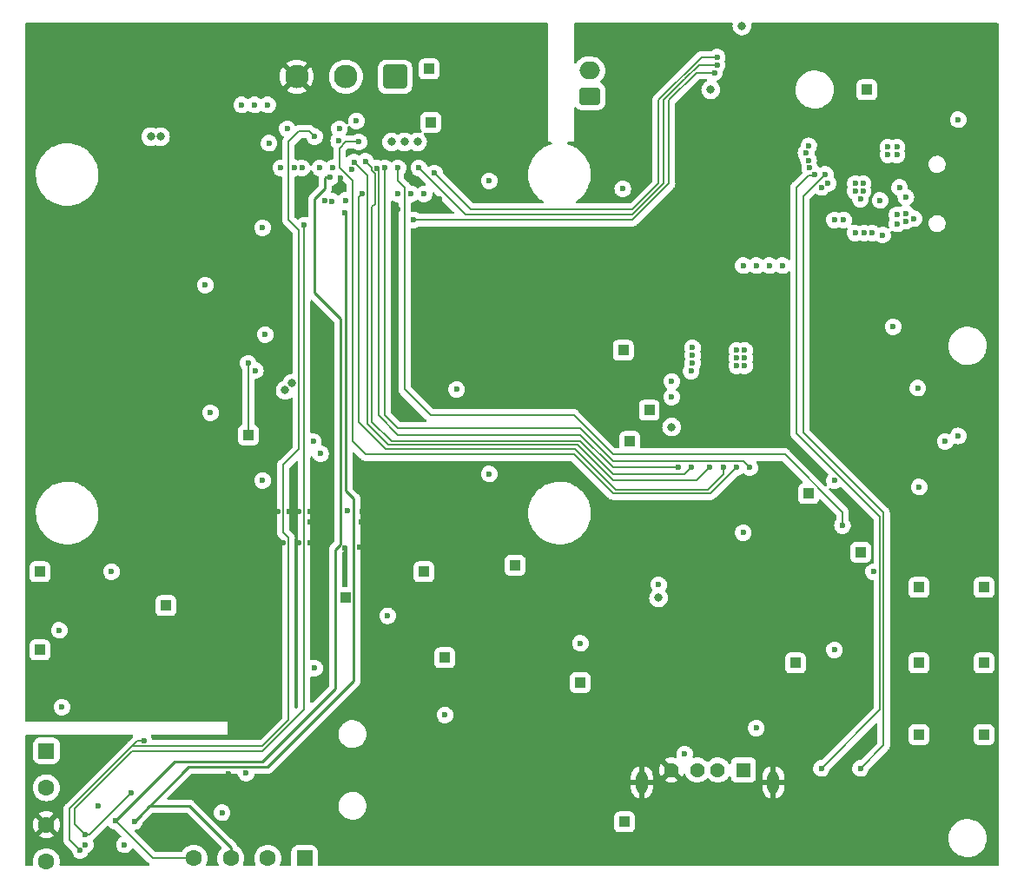
<source format=gbr>
%TF.GenerationSoftware,KiCad,Pcbnew,(6.0.0)*%
%TF.CreationDate,2022-06-01T15:47:08+01:00*%
%TF.ProjectId,CM4Carrier,434d3443-6172-4726-9965-722e6b696361,Rev1-Untested*%
%TF.SameCoordinates,Original*%
%TF.FileFunction,Copper,L3,Inr*%
%TF.FilePolarity,Positive*%
%FSLAX46Y46*%
G04 Gerber Fmt 4.6, Leading zero omitted, Abs format (unit mm)*
G04 Created by KiCad (PCBNEW (6.0.0)) date 2022-06-01 15:47:08*
%MOMM*%
%LPD*%
G01*
G04 APERTURE LIST*
G04 Aperture macros list*
%AMRoundRect*
0 Rectangle with rounded corners*
0 $1 Rounding radius*
0 $2 $3 $4 $5 $6 $7 $8 $9 X,Y pos of 4 corners*
0 Add a 4 corners polygon primitive as box body*
4,1,4,$2,$3,$4,$5,$6,$7,$8,$9,$2,$3,0*
0 Add four circle primitives for the rounded corners*
1,1,$1+$1,$2,$3*
1,1,$1+$1,$4,$5*
1,1,$1+$1,$6,$7*
1,1,$1+$1,$8,$9*
0 Add four rect primitives between the rounded corners*
20,1,$1+$1,$2,$3,$4,$5,0*
20,1,$1+$1,$4,$5,$6,$7,0*
20,1,$1+$1,$6,$7,$8,$9,0*
20,1,$1+$1,$8,$9,$2,$3,0*%
G04 Aperture macros list end*
%TA.AperFunction,ComponentPad*%
%ADD10R,1.000000X1.000000*%
%TD*%
%TA.AperFunction,ComponentPad*%
%ADD11RoundRect,0.250000X-0.550000X0.550000X-0.550000X-0.550000X0.550000X-0.550000X0.550000X0.550000X0*%
%TD*%
%TA.AperFunction,ComponentPad*%
%ADD12C,1.600000*%
%TD*%
%TA.AperFunction,ComponentPad*%
%ADD13RoundRect,0.250000X0.550000X0.550000X-0.550000X0.550000X-0.550000X-0.550000X0.550000X-0.550000X0*%
%TD*%
%TA.AperFunction,ComponentPad*%
%ADD14RoundRect,0.250001X0.899999X0.899999X-0.899999X0.899999X-0.899999X-0.899999X0.899999X-0.899999X0*%
%TD*%
%TA.AperFunction,ComponentPad*%
%ADD15C,2.300000*%
%TD*%
%TA.AperFunction,ComponentPad*%
%ADD16RoundRect,0.250000X0.750000X-0.600000X0.750000X0.600000X-0.750000X0.600000X-0.750000X-0.600000X0*%
%TD*%
%TA.AperFunction,ComponentPad*%
%ADD17O,2.000000X1.700000*%
%TD*%
%TA.AperFunction,ComponentPad*%
%ADD18R,1.428000X1.428000*%
%TD*%
%TA.AperFunction,ComponentPad*%
%ADD19C,1.428000*%
%TD*%
%TA.AperFunction,ComponentPad*%
%ADD20O,1.108000X2.216000*%
%TD*%
%TA.AperFunction,ViaPad*%
%ADD21C,0.800000*%
%TD*%
%TA.AperFunction,ViaPad*%
%ADD22C,0.600000*%
%TD*%
%TA.AperFunction,Conductor*%
%ADD23C,0.200000*%
%TD*%
%TA.AperFunction,Conductor*%
%ADD24C,0.250000*%
%TD*%
G04 APERTURE END LIST*
D10*
%TO.N,/bi11*%
%TO.C,TP26*%
X190500000Y-63500000D03*
%TD*%
%TO.N,/_5v*%
%TO.C,TP5*%
X166740000Y-88900000D03*
%TD*%
%TO.N,/bi0*%
%TO.C,TP7*%
X147320000Y-110490000D03*
%TD*%
%TO.N,/bi6*%
%TO.C,TP18*%
X156210000Y-109855000D03*
%TD*%
%TO.N,/3v3*%
%TO.C,TP2*%
X166878000Y-134874000D03*
%TD*%
%TO.N,/bi1*%
%TO.C,TP10*%
X162560000Y-121285000D03*
%TD*%
%TO.N,/bi9*%
%TO.C,TP23*%
X189865000Y-108585000D03*
%TD*%
D11*
%TO.N,/3v3*%
%TO.C,J2*%
X110490000Y-127949999D03*
D12*
%TO.N,Net-(J2-Pad2)*%
X110490000Y-131549999D03*
%TO.N,GND*%
X110490000Y-135149999D03*
%TO.N,Net-(J2-Pad4)*%
X110490000Y-138749999D03*
%TD*%
D10*
%TO.N,/bi4*%
%TO.C,TP6*%
X109855000Y-110490000D03*
%TD*%
%TO.N,/bi3*%
%TO.C,TP9*%
X109855000Y-118110000D03*
%TD*%
%TO.N,/bi12*%
%TO.C,TP27*%
X122174000Y-113792000D03*
%TD*%
%TO.N,Net-(R12-Pad2)*%
%TO.C,TP4*%
X169275000Y-94742000D03*
%TD*%
%TO.N,Net-(Module1-Pad95)*%
%TO.C,TP1*%
X147955000Y-66675000D03*
%TD*%
%TO.N,/bi8*%
%TO.C,TP19*%
X183515000Y-119380000D03*
%TD*%
D13*
%TO.N,/IO/SPI0_CE0_N*%
%TO.C,J8*%
X135680000Y-138430000D03*
D12*
%TO.N,/IO/SPIO_SCLK*%
X132080000Y-138430000D03*
%TO.N,/IO/SPI0_MISO*%
X128480000Y-138430000D03*
%TO.N,/IO/SPI0_MOSI*%
X124880000Y-138430000D03*
%TD*%
D14*
%TO.N,/3v3*%
%TO.C,J7*%
X144500000Y-62230000D03*
D15*
%TO.N,/bi10*%
X139700000Y-62230000D03*
%TO.N,GND*%
X134900000Y-62230000D03*
%TD*%
D10*
%TO.N,Net-(R11-Pad2)*%
%TO.C,TP3*%
X167386000Y-97790000D03*
%TD*%
%TO.N,/bi2*%
%TO.C,TP8*%
X130175000Y-97155000D03*
%TD*%
%TO.N,/Buttons/GLOBAL-EN*%
%TO.C,TP24*%
X147828000Y-61468000D03*
%TD*%
%TO.N,/bi5*%
%TO.C,TP11*%
X139700000Y-113030000D03*
%TD*%
%TO.N,/bi7*%
%TO.C,TP22*%
X184785000Y-102870000D03*
%TD*%
%TO.N,Net-(TP14-Pad1)*%
%TO.C,TP14*%
X201930000Y-119380000D03*
%TD*%
%TO.N,Net-(TP12-Pad1)*%
%TO.C,TP12*%
X195580000Y-119380000D03*
%TD*%
%TO.N,Net-(TP13-Pad1)*%
%TO.C,TP13*%
X195580000Y-126365000D03*
%TD*%
%TO.N,Net-(TP15-Pad1)*%
%TO.C,TP15*%
X201930000Y-126365000D03*
%TD*%
%TO.N,Net-(TP16-Pad1)*%
%TO.C,TP16*%
X195580000Y-112014000D03*
%TD*%
%TO.N,/bi13*%
%TO.C,TP28*%
X149352000Y-118872000D03*
%TD*%
D16*
%TO.N,/Battery/BATT__*%
%TO.C,BT1*%
X163470000Y-64115000D03*
D17*
%TO.N,Net-(BT1-Pad2)*%
X163470000Y-61615000D03*
%TD*%
D18*
%TO.N,Net-(F1-Pad1)*%
%TO.C,J3*%
X178450000Y-129822500D03*
D19*
%TO.N,/IO B/D-*%
X175950000Y-129822500D03*
%TO.N,/IO B/D+*%
X173950000Y-129822500D03*
%TO.N,GND*%
X171450000Y-129822500D03*
D20*
X181350000Y-131022500D03*
X168550000Y-131022500D03*
%TD*%
D10*
%TO.N,Net-(TP17-Pad1)*%
%TO.C,TP17*%
X201930000Y-112014001D03*
%TD*%
D21*
%TO.N,/IO B/DSI0_L0_DP1*%
X134448725Y-92119275D03*
%TO.N,/IO B/DSI0_L0_DN1*%
X133775275Y-92792725D03*
X120673800Y-68072000D03*
%TO.N,/IO B/DSI0_L0_DP1*%
X121626200Y-68072000D03*
D22*
%TO.N,/bi12*%
X131572000Y-76962000D03*
X125984000Y-82550000D03*
%TO.N,GND*%
X134155900Y-104648000D03*
X129032000Y-72136000D03*
X135128000Y-73660000D03*
X132588000Y-107696000D03*
X144780000Y-75184000D03*
X187706000Y-78994000D03*
X141224000Y-105664000D03*
X136187900Y-105664000D03*
X186055000Y-78994000D03*
X131572000Y-104648000D03*
D21*
X176530000Y-67945000D03*
D22*
X191135000Y-67310000D03*
X194945002Y-67310000D03*
X130048000Y-72043098D03*
X145796000Y-105664000D03*
X145796000Y-104648000D03*
X142779608Y-68963098D03*
X135084100Y-104648000D03*
X146812000Y-104648000D03*
X136187900Y-107696000D03*
X129540000Y-133985000D03*
X131064000Y-70612000D03*
X193675000Y-67310000D03*
X133096000Y-73660000D03*
X141292900Y-104648000D03*
X131572000Y-107696000D03*
X133096000Y-68072000D03*
X186944000Y-78994000D03*
X133560100Y-107696000D03*
D21*
X177800000Y-67945000D03*
D22*
X144780000Y-108204000D03*
D21*
X123825000Y-135255000D03*
D22*
X141038900Y-108050070D03*
D21*
X176530000Y-66675000D03*
D22*
X137668000Y-68580000D03*
X189230000Y-78994000D03*
X142211311Y-68580000D03*
X192405000Y-67310000D03*
X128270000Y-130175000D03*
X142748000Y-108204000D03*
X130556000Y-105156000D03*
X144780000Y-104648000D03*
X130048000Y-107696000D03*
X146812000Y-105664000D03*
X139631100Y-108204000D03*
X175260000Y-92964000D03*
X131581147Y-72122705D03*
X136187900Y-104648000D03*
X141224000Y-67564000D03*
X148844000Y-74168000D03*
D21*
X179070000Y-67945000D03*
X180340000Y-67945000D03*
D22*
X139885100Y-104494070D03*
X143764000Y-108204000D03*
X147828000Y-105664000D03*
D21*
X177800000Y-66675000D03*
D22*
X144272000Y-102616000D03*
X135636000Y-68580000D03*
X188468000Y-78994000D03*
D21*
X180340000Y-66675000D03*
D22*
X133052100Y-104648000D03*
X130048000Y-70612000D03*
D21*
X179070000Y-66675000D03*
D22*
X147547070Y-104928930D03*
X129032000Y-70612000D03*
X141732000Y-108204000D03*
X139194684Y-72132391D03*
X135084100Y-107696000D03*
%TO.N,/Battery/CHRG-VBUS*%
X189357000Y-72644000D03*
X189357000Y-73406000D03*
X190119000Y-72644000D03*
X190119000Y-73406000D03*
X189855747Y-74158747D03*
%TO.N,Net-(C4-Pad1)*%
X193421000Y-76581000D03*
X186055000Y-73025000D03*
X186690000Y-72644000D03*
X193421000Y-75692000D03*
%TO.N,Net-(C4-Pad2)*%
X191008000Y-77470000D03*
X190246000Y-77470000D03*
X189357000Y-77470000D03*
X187325000Y-76200000D03*
X192024000Y-77667900D03*
X188214000Y-76200000D03*
D21*
%TO.N,/_5v*%
X146685000Y-68580000D03*
D22*
X171450000Y-91948000D03*
D21*
X144161900Y-68580000D03*
X170180000Y-113030000D03*
X145415000Y-68580000D03*
D22*
X170180000Y-111760000D03*
X171450000Y-93472000D03*
%TO.N,/bi4*%
X126492000Y-94996000D03*
X134663900Y-71124877D03*
X130874548Y-90869548D03*
%TO.N,/bi0*%
X137232753Y-98987247D03*
X138992247Y-68507247D03*
%TO.N,Net-(C16-Pad2)*%
X195580000Y-102235000D03*
%TO.N,Net-(C17-Pad1)*%
X195453000Y-92583000D03*
%TO.N,/bi2*%
X133350000Y-71120000D03*
X130175000Y-90170000D03*
%TO.N,/bi3*%
X133985000Y-67310000D03*
%TO.N,/bi1*%
X139065000Y-67310000D03*
X150495000Y-92710000D03*
%TO.N,/bi5*%
X136525000Y-97790000D03*
X135415777Y-71118673D03*
%TO.N,/bi6*%
X153670000Y-100965000D03*
X140716000Y-66548000D03*
%TO.N,/bi8*%
X137160000Y-71120000D03*
%TO.N,/bi7*%
X140247734Y-71273883D03*
%TO.N,/bi9*%
X138430000Y-71120000D03*
%TO.N,/IO/SD_DAT2*%
X143510000Y-71120000D03*
X179070000Y-100330000D03*
%TO.N,/IO/SD_DAT3*%
X177800000Y-100330000D03*
X140970000Y-68580000D03*
%TO.N,/IO/SD_CMD*%
X141267901Y-73660000D03*
X176530000Y-100330000D03*
%TO.N,/IO/SD_CLK*%
X140492789Y-70563035D03*
X175143097Y-100330000D03*
%TO.N,/IO/SD_DAT0*%
X173355000Y-100330000D03*
X141605000Y-70485000D03*
%TO.N,/IO/SD_DAT1*%
X142752375Y-71142881D03*
X172085000Y-100330000D03*
%TO.N,/Battery/CHRG-CC2*%
X184900025Y-71119998D03*
%TO.N,/Battery/CHRG-CC1*%
X184812219Y-70373240D03*
%TO.N,/Battery/CHRG-D-*%
X184818842Y-68970742D03*
X194289849Y-73971122D03*
X193674998Y-73025001D03*
%TO.N,/Battery/CHRG-D+*%
X191770000Y-74295000D03*
X184544248Y-69670710D03*
%TO.N,Net-(L2-Pad2)*%
X173482000Y-88646000D03*
X177800000Y-90424000D03*
X173482000Y-90170000D03*
X178562000Y-89662000D03*
X178562000Y-88900000D03*
X173482000Y-89408000D03*
X177800000Y-89662000D03*
X173355000Y-90932000D03*
X177800000Y-88900000D03*
X178562000Y-90424000D03*
%TO.N,Net-(Module1-Pad21)*%
X132207000Y-68707000D03*
%TO.N,/IO/SPIO_SCLK*%
X114300000Y-136144000D03*
X135636000Y-76708000D03*
X118745000Y-132080000D03*
%TO.N,/IO/SPI0_CE0_N*%
X136652000Y-68072000D03*
X113792000Y-137668000D03*
X120015000Y-127000000D03*
%TO.N,/IO/SPI0_MISO*%
X139627247Y-75492247D03*
X119071449Y-134842152D03*
%TO.N,/IO/SPI0_MOSI*%
X117214598Y-134782477D03*
X138188560Y-72047591D03*
%TO.N,/Battery/ALRT*%
X146304000Y-76200000D03*
X175622000Y-61830000D03*
%TO.N,/IO/SD_PWR_ON*%
X144780000Y-71120000D03*
X188101949Y-106002148D03*
%TO.N,/IO/I2C_SDA*%
X175895000Y-61076903D03*
X146812000Y-71120000D03*
%TO.N,/IO/I2C_SCLK*%
X175895000Y-60325000D03*
X148336000Y-71628000D03*
%TO.N,/Buttons/GLOBAL-EN*%
X198120000Y-97790000D03*
X153670000Y-72390000D03*
%TO.N,Net-(R4-Pad2)*%
X189865000Y-129667000D03*
X186436000Y-71755000D03*
%TO.N,Net-(R5-Pad2)*%
X186055000Y-129667000D03*
X185420000Y-71755000D03*
D21*
%TO.N,Net-(R11-Pad2)*%
X171450000Y-96386189D03*
D22*
%TO.N,Net-(R13-Pad1)*%
X111760000Y-116205000D03*
%TO.N,/3v3*%
X147320000Y-73660000D03*
X131572000Y-101600000D03*
X130810000Y-64980100D03*
X187325000Y-118110000D03*
X178435000Y-106680000D03*
X127635000Y-133985000D03*
X149352000Y-124460000D03*
X116840000Y-110490000D03*
X114301217Y-137114778D03*
X144780000Y-73660000D03*
X172720000Y-128270000D03*
X143775329Y-114787900D03*
X162560000Y-117475000D03*
X179705000Y-125730000D03*
X199390000Y-66421000D03*
X129959747Y-130116900D03*
X146050000Y-73660000D03*
X112014000Y-123698000D03*
X132080000Y-64980100D03*
X136652000Y-119888000D03*
X129540000Y-64980100D03*
X187325000Y-101600000D03*
D21*
%TO.N,Net-(BT1-Pad2)*%
X175260000Y-63500000D03*
X178308000Y-57277000D03*
D22*
%TO.N,/IO/AUX_R*%
X118110000Y-137116100D03*
X138357247Y-74367753D03*
%TO.N,/IO/AUX_L*%
X137609622Y-74287665D03*
X115570000Y-133350000D03*
%TO.N,/Battery/BATT__*%
X178435000Y-80645000D03*
X179705000Y-80645000D03*
X180975000Y-80645000D03*
X182245000Y-80645000D03*
%TO.N,/BATT_S*%
X199390000Y-97250000D03*
X191135000Y-110490000D03*
X193040000Y-86614000D03*
%TO.N,/bi11*%
X166693192Y-73159908D03*
%TO.N,/bi13*%
X131826000Y-87376000D03*
X139700000Y-74295000D03*
%TO.N,Net-(F2-Pad1)*%
X193421000Y-69088000D03*
X194310000Y-75565000D03*
X192532000Y-69088000D03*
X192532000Y-69850000D03*
X195072000Y-76073000D03*
X193421000Y-69850000D03*
X194253900Y-76317614D03*
%TD*%
D23*
%TO.N,/bi2*%
X130175000Y-97155000D02*
X130175000Y-90170000D01*
%TO.N,/IO/SD_DAT2*%
X162560000Y-96520000D02*
X144780000Y-96520000D01*
X144780000Y-96520000D02*
X143510000Y-95250000D01*
X165735000Y-99695000D02*
X162560000Y-96520000D01*
X179070000Y-100330000D02*
X178435000Y-99695000D01*
X143510000Y-95250000D02*
X143510000Y-71120000D01*
X178435000Y-99695000D02*
X165735000Y-99695000D01*
%TO.N,/IO/SD_DAT3*%
X141605000Y-99060000D02*
X140335000Y-97790000D01*
X139065000Y-69215000D02*
X139700000Y-68580000D01*
X175260000Y-102870000D02*
X177800000Y-100330000D01*
X161925000Y-99060000D02*
X161290000Y-99060000D01*
X161290000Y-99060000D02*
X141605000Y-99060000D01*
X139700000Y-68580000D02*
X140970000Y-68580000D01*
X140335000Y-72390000D02*
X139065000Y-71120000D01*
X165735000Y-102870000D02*
X161925000Y-99060000D01*
X140335000Y-97790000D02*
X140335000Y-72390000D01*
X139065000Y-71120000D02*
X139065000Y-69215000D01*
X165735000Y-102870000D02*
X175260000Y-102870000D01*
%TO.N,/IO/SD_CMD*%
X166018089Y-102518089D02*
X174976911Y-102518089D01*
X143578822Y-98493822D02*
X161993822Y-98493822D01*
X140970000Y-95885000D02*
X143578822Y-98493822D01*
X174976911Y-102518089D02*
X176530000Y-100965000D01*
X141267901Y-73660000D02*
X140970000Y-73957901D01*
X176530000Y-100965000D02*
X176530000Y-100330000D01*
X161993822Y-98493822D02*
X166018089Y-102518089D01*
X140970000Y-73957901D02*
X140970000Y-95885000D01*
%TO.N,/IO/SD_CLK*%
X162276911Y-98141911D02*
X143861911Y-98141911D01*
X141819801Y-71890047D02*
X140492789Y-70563035D01*
X175143097Y-100330000D02*
X173873097Y-101600000D01*
X141819801Y-96099801D02*
X141819801Y-71890047D01*
X143861911Y-98141911D02*
X141819801Y-96099801D01*
X173873097Y-101600000D02*
X165735000Y-101600000D01*
X165735000Y-101600000D02*
X162276911Y-98141911D01*
%TO.N,/IO/SD_DAT0*%
X142200474Y-71080474D02*
X141605000Y-70485000D01*
X142523089Y-74646911D02*
X142523089Y-71694102D01*
X144145000Y-97790000D02*
X142240000Y-95885000D01*
X173355000Y-100330000D02*
X172720000Y-100965000D01*
X162560000Y-97790000D02*
X159385000Y-97790000D01*
X165735000Y-100965000D02*
X162560000Y-97790000D01*
X142240000Y-74930000D02*
X142523089Y-74646911D01*
X142523089Y-71694102D02*
X142200474Y-71371487D01*
X142200474Y-71371487D02*
X142200474Y-71080474D01*
X172720000Y-100965000D02*
X165735000Y-100965000D01*
X142240000Y-95885000D02*
X142240000Y-74930000D01*
X159385000Y-97790000D02*
X144145000Y-97790000D01*
%TO.N,/IO/SD_DAT1*%
X142875000Y-71265506D02*
X142752375Y-71142881D01*
X172085000Y-100330000D02*
X165735000Y-100330000D01*
X162560000Y-97155000D02*
X159385000Y-97155000D01*
X144780000Y-97155000D02*
X142875000Y-95250000D01*
X142875000Y-95250000D02*
X142875000Y-71265506D01*
X165735000Y-100330000D02*
X162560000Y-97155000D01*
X159385000Y-97155000D02*
X144780000Y-97155000D01*
%TO.N,/IO/SPIO_SCLK*%
X135636000Y-76708000D02*
X135636000Y-123952000D01*
X113284000Y-135128000D02*
X114300000Y-136144000D01*
X122428000Y-128016000D02*
X118872000Y-128016000D01*
X113284000Y-133604000D02*
X113284000Y-135128000D01*
X135636000Y-123952000D02*
X131572000Y-128016000D01*
X114681000Y-136144000D02*
X118745000Y-132080000D01*
X118872000Y-128016000D02*
X113284000Y-133604000D01*
X114300000Y-136144000D02*
X114681000Y-136144000D01*
X131572000Y-128016000D02*
X122428000Y-128016000D01*
%TO.N,/IO/SPI0_CE0_N*%
X119380000Y-127000000D02*
X120015000Y-127000000D01*
X112776000Y-136652000D02*
X112776000Y-135128000D01*
X118872000Y-127508000D02*
X131572000Y-127508000D01*
X135128000Y-98552000D02*
X135128000Y-77216000D01*
X112776000Y-135128000D02*
X112776000Y-133604000D01*
X133604000Y-100076000D02*
X135128000Y-98552000D01*
X118872000Y-127508000D02*
X119380000Y-127000000D01*
X112776000Y-133604000D02*
X118872000Y-127508000D01*
X136144000Y-67564000D02*
X136652000Y-68072000D01*
X135128000Y-67564000D02*
X136144000Y-67564000D01*
X133604000Y-105664000D02*
X133604000Y-102616000D01*
X134112000Y-76200000D02*
X134112000Y-70612000D01*
X113792000Y-137668000D02*
X112776000Y-136652000D01*
X133604000Y-106680000D02*
X133604000Y-105664000D01*
X134112000Y-124968000D02*
X134112000Y-107188000D01*
X134112000Y-107188000D02*
X133604000Y-106680000D01*
X135128000Y-77216000D02*
X134112000Y-76200000D01*
X131572000Y-127508000D02*
X134112000Y-124968000D01*
X134112000Y-70612000D02*
X134112000Y-68580000D01*
X134112000Y-68580000D02*
X135128000Y-67564000D01*
X133604000Y-102616000D02*
X133604000Y-100076000D01*
D24*
%TO.N,/IO/SPI0_MISO*%
X139700000Y-102616000D02*
X139700000Y-75565000D01*
X139700000Y-75565000D02*
X139627247Y-75492247D01*
X140462000Y-110998000D02*
X140462000Y-103378000D01*
X128480000Y-137370000D02*
X128480000Y-138430000D01*
X124460000Y-133350000D02*
X128480000Y-137370000D01*
X124373601Y-129540000D02*
X132080000Y-129540000D01*
X140476911Y-111012911D02*
X140462000Y-110998000D01*
X120563601Y-133350000D02*
X124460000Y-133350000D01*
X132080000Y-129540000D02*
X140476911Y-121143089D01*
X119071449Y-134842152D02*
X124373601Y-129540000D01*
X140462000Y-103378000D02*
X139700000Y-102616000D01*
X140476911Y-121143089D02*
X140476911Y-111012911D01*
X119071449Y-134842152D02*
X120563601Y-133350000D01*
%TO.N,/IO/SPI0_MOSI*%
X136652000Y-83312000D02*
X139192000Y-85852000D01*
X138188560Y-72047591D02*
X137756409Y-72047591D01*
X122965075Y-129032000D02*
X117214598Y-134782477D01*
X138684000Y-108335238D02*
X138684000Y-121920000D01*
D23*
X120862121Y-138430000D02*
X117214598Y-134782477D01*
D24*
X137668000Y-73152000D02*
X136652000Y-74168000D01*
X131572000Y-129032000D02*
X122965075Y-129032000D01*
X137668000Y-72136000D02*
X137668000Y-73152000D01*
D23*
X124880000Y-138430000D02*
X120862121Y-138430000D01*
D24*
X138684000Y-121920000D02*
X131572000Y-129032000D01*
X136652000Y-74168000D02*
X136652000Y-83312000D01*
X139192000Y-107827238D02*
X138684000Y-108335238D01*
X137756409Y-72047591D02*
X137668000Y-72136000D01*
X139192000Y-85852000D02*
X139192000Y-107827238D01*
D23*
%TO.N,/Battery/ALRT*%
X173882000Y-61830000D02*
X171196000Y-64516000D01*
X171196000Y-72644000D02*
X167640000Y-76200000D01*
X175622000Y-61830000D02*
X173882000Y-61830000D01*
X171196000Y-64516000D02*
X171196000Y-72644000D01*
X167640000Y-76200000D02*
X146304000Y-76200000D01*
%TO.N,/IO/SD_PWR_ON*%
X147955000Y-95250000D02*
X153035000Y-95250000D01*
X144780000Y-72390000D02*
X145415000Y-73025000D01*
X188101949Y-106002148D02*
X188101949Y-104683127D01*
X165735000Y-99060000D02*
X161925000Y-95250000D01*
X188101949Y-104683127D02*
X182478822Y-99060000D01*
X161925000Y-95250000D02*
X153035000Y-95250000D01*
X145415000Y-92710000D02*
X147955000Y-95250000D01*
X145415000Y-73025000D02*
X145415000Y-92710000D01*
X144780000Y-71120000D02*
X144780000Y-72390000D01*
X182478822Y-99060000D02*
X165735000Y-99060000D01*
%TO.N,/IO/I2C_SDA*%
X174127097Y-61076903D02*
X172720000Y-62484000D01*
X170688000Y-72644000D02*
X167640000Y-75692000D01*
X167640000Y-75692000D02*
X151384000Y-75692000D01*
X175143097Y-61076903D02*
X174127097Y-61076903D01*
X151384000Y-75692000D02*
X146812000Y-71120000D01*
X170688000Y-64516000D02*
X170688000Y-72644000D01*
X172720000Y-62484000D02*
X170688000Y-64516000D01*
X175895000Y-61076903D02*
X175143097Y-61076903D01*
%TO.N,/IO/I2C_SCLK*%
X174371000Y-60325000D02*
X170180000Y-64516000D01*
X170180000Y-64516000D02*
X170180000Y-72644000D01*
X175895000Y-60325000D02*
X174371000Y-60325000D01*
X151892000Y-75184000D02*
X148336000Y-71628000D01*
X170180000Y-72644000D02*
X167640000Y-75184000D01*
X159004000Y-75184000D02*
X151892000Y-75184000D01*
X167640000Y-75184000D02*
X159004000Y-75184000D01*
%TO.N,Net-(R4-Pad2)*%
X192121920Y-104745920D02*
X184277000Y-96901000D01*
X189865000Y-129667000D02*
X192121920Y-127410080D01*
X184277000Y-73914000D02*
X186436000Y-71755000D01*
X184277000Y-96901000D02*
X184277000Y-73914000D01*
X192121920Y-127410080D02*
X192121920Y-104745920D01*
%TO.N,Net-(R5-Pad2)*%
X183642000Y-97028000D02*
X191008000Y-104394000D01*
X191770000Y-105156000D02*
X191770000Y-116967000D01*
X191770000Y-116967000D02*
X191770000Y-123952000D01*
X183642000Y-75819000D02*
X183642000Y-97028000D01*
X183642000Y-73025000D02*
X183642000Y-75819000D01*
X185420000Y-71755000D02*
X185293000Y-71882000D01*
X191770000Y-123952000D02*
X186055000Y-129667000D01*
X184785000Y-71882000D02*
X183642000Y-73025000D01*
X185293000Y-71882000D02*
X184785000Y-71882000D01*
X191008000Y-104394000D02*
X191770000Y-105156000D01*
%TD*%
%TA.AperFunction,Conductor*%
%TO.N,GND*%
G36*
X171740598Y-56962933D02*
G01*
X177287354Y-56965536D01*
X177355465Y-56985570D01*
X177401933Y-57039247D01*
X177412605Y-57104705D01*
X177394496Y-57277000D01*
X177414458Y-57466928D01*
X177473473Y-57648556D01*
X177568960Y-57813944D01*
X177696747Y-57955866D01*
X177851248Y-58068118D01*
X177857276Y-58070802D01*
X177857278Y-58070803D01*
X178019681Y-58143109D01*
X178025712Y-58145794D01*
X178119113Y-58165647D01*
X178206056Y-58184128D01*
X178206061Y-58184128D01*
X178212513Y-58185500D01*
X178403487Y-58185500D01*
X178409939Y-58184128D01*
X178409944Y-58184128D01*
X178496887Y-58165647D01*
X178590288Y-58145794D01*
X178596319Y-58143109D01*
X178758722Y-58070803D01*
X178758724Y-58070802D01*
X178764752Y-58068118D01*
X178919253Y-57955866D01*
X179047040Y-57813944D01*
X179142527Y-57648556D01*
X179201542Y-57466928D01*
X179221504Y-57277000D01*
X179203496Y-57105664D01*
X179216268Y-57035826D01*
X179264770Y-56983979D01*
X179328864Y-56966494D01*
X193514251Y-56973150D01*
X203216059Y-56977703D01*
X203284170Y-56997737D01*
X203330638Y-57051414D01*
X203342000Y-57103703D01*
X203342000Y-139066000D01*
X203321998Y-139134121D01*
X203268342Y-139180614D01*
X203216000Y-139192000D01*
X172719629Y-139192000D01*
X137113857Y-139167262D01*
X137045751Y-139147213D01*
X136999295Y-139093525D01*
X136988109Y-139034832D01*
X136988172Y-139033603D01*
X136988500Y-139030400D01*
X136988500Y-137829600D01*
X136985584Y-137801498D01*
X136978238Y-137730692D01*
X136978237Y-137730688D01*
X136977526Y-137723834D01*
X136950431Y-137642619D01*
X136923868Y-137563002D01*
X136921550Y-137556054D01*
X136828478Y-137405652D01*
X136703303Y-137280695D01*
X136686133Y-137270111D01*
X136558968Y-137191725D01*
X136558966Y-137191724D01*
X136552738Y-137187885D01*
X136401980Y-137137881D01*
X136391389Y-137134368D01*
X136391387Y-137134368D01*
X136384861Y-137132203D01*
X136378025Y-137131503D01*
X136378022Y-137131502D01*
X136334969Y-137127091D01*
X136280400Y-137121500D01*
X135079600Y-137121500D01*
X135076354Y-137121837D01*
X135076350Y-137121837D01*
X134980692Y-137131762D01*
X134980688Y-137131763D01*
X134973834Y-137132474D01*
X134967298Y-137134655D01*
X134967296Y-137134655D01*
X134877604Y-137164579D01*
X134806054Y-137188450D01*
X134655652Y-137281522D01*
X134530695Y-137406697D01*
X134526855Y-137412927D01*
X134526854Y-137412928D01*
X134464838Y-137513537D01*
X134437885Y-137557262D01*
X134419556Y-137612524D01*
X134409574Y-137642619D01*
X134382203Y-137725139D01*
X134381503Y-137731975D01*
X134381502Y-137731978D01*
X134378837Y-137757989D01*
X134371500Y-137829600D01*
X134371500Y-139030400D01*
X134371759Y-139032893D01*
X134355336Y-139101820D01*
X134304155Y-139151024D01*
X134245872Y-139165269D01*
X133505278Y-139164755D01*
X133378883Y-139164667D01*
X133310776Y-139144618D01*
X133264320Y-139090930D01*
X133254265Y-139020649D01*
X133264775Y-138985418D01*
X133311959Y-138884230D01*
X133311961Y-138884225D01*
X133314284Y-138879243D01*
X133373543Y-138658087D01*
X133393498Y-138430000D01*
X133373543Y-138201913D01*
X133337661Y-138068001D01*
X133315707Y-137986067D01*
X133315706Y-137986065D01*
X133314284Y-137980757D01*
X133291236Y-137931330D01*
X133219849Y-137778238D01*
X133219846Y-137778233D01*
X133217523Y-137773251D01*
X133141579Y-137664792D01*
X133089357Y-137590211D01*
X133089355Y-137590208D01*
X133086198Y-137585700D01*
X132924300Y-137423802D01*
X132919792Y-137420645D01*
X132919789Y-137420643D01*
X132751760Y-137302988D01*
X132736749Y-137292477D01*
X132731767Y-137290154D01*
X132731762Y-137290151D01*
X132534225Y-137198039D01*
X132534224Y-137198039D01*
X132529243Y-137195716D01*
X132523935Y-137194294D01*
X132523933Y-137194293D01*
X132313402Y-137137881D01*
X132313400Y-137137881D01*
X132308087Y-137136457D01*
X132080000Y-137116502D01*
X131851913Y-137136457D01*
X131846600Y-137137881D01*
X131846598Y-137137881D01*
X131636067Y-137194293D01*
X131636065Y-137194294D01*
X131630757Y-137195716D01*
X131625776Y-137198039D01*
X131625775Y-137198039D01*
X131428238Y-137290151D01*
X131428233Y-137290154D01*
X131423251Y-137292477D01*
X131408240Y-137302988D01*
X131240211Y-137420643D01*
X131240208Y-137420645D01*
X131235700Y-137423802D01*
X131073802Y-137585700D01*
X131070645Y-137590208D01*
X131070643Y-137590211D01*
X131018421Y-137664792D01*
X130942477Y-137773251D01*
X130940154Y-137778233D01*
X130940151Y-137778238D01*
X130868764Y-137931330D01*
X130845716Y-137980757D01*
X130844294Y-137986065D01*
X130844293Y-137986067D01*
X130822339Y-138068001D01*
X130786457Y-138201913D01*
X130766502Y-138430000D01*
X130786457Y-138658087D01*
X130845716Y-138879243D01*
X130892894Y-138980416D01*
X130894384Y-138983612D01*
X130905045Y-139053804D01*
X130876065Y-139118616D01*
X130816645Y-139157473D01*
X130780101Y-139162862D01*
X129780047Y-139162167D01*
X129711942Y-139142118D01*
X129665486Y-139088430D01*
X129655431Y-139018149D01*
X129665941Y-138982918D01*
X129711959Y-138884230D01*
X129711961Y-138884225D01*
X129714284Y-138879243D01*
X129773543Y-138658087D01*
X129793498Y-138430000D01*
X129773543Y-138201913D01*
X129737661Y-138068001D01*
X129715707Y-137986067D01*
X129715706Y-137986065D01*
X129714284Y-137980757D01*
X129691236Y-137931330D01*
X129619849Y-137778238D01*
X129619846Y-137778233D01*
X129617523Y-137773251D01*
X129541579Y-137664792D01*
X129489357Y-137590211D01*
X129489355Y-137590208D01*
X129486198Y-137585700D01*
X129324300Y-137423802D01*
X129319792Y-137420645D01*
X129319789Y-137420643D01*
X129151760Y-137302988D01*
X129107432Y-137247531D01*
X129101931Y-137226616D01*
X129101438Y-137226743D01*
X129099467Y-137219067D01*
X129098474Y-137211203D01*
X129095558Y-137203837D01*
X129095556Y-137203831D01*
X129082200Y-137170098D01*
X129078355Y-137158868D01*
X129068230Y-137124017D01*
X129068230Y-137124016D01*
X129066019Y-137116407D01*
X129060927Y-137107797D01*
X129055705Y-137098966D01*
X129047008Y-137081213D01*
X129042472Y-137069758D01*
X129039552Y-137062383D01*
X129013563Y-137026612D01*
X129007047Y-137016692D01*
X128988578Y-136985463D01*
X128984542Y-136978638D01*
X128970221Y-136964317D01*
X128957380Y-136949283D01*
X128950131Y-136939306D01*
X128945472Y-136932893D01*
X128911395Y-136904702D01*
X128902616Y-136896712D01*
X128510181Y-136504277D01*
X198434009Y-136504277D01*
X198459625Y-136772769D01*
X198460710Y-136777203D01*
X198460711Y-136777209D01*
X198511671Y-136985463D01*
X198523731Y-137034750D01*
X198624985Y-137284733D01*
X198761265Y-137517482D01*
X198841322Y-137617588D01*
X198921061Y-137717296D01*
X198929716Y-137728119D01*
X199126809Y-137912234D01*
X199348416Y-138065968D01*
X199352499Y-138067999D01*
X199352502Y-138068001D01*
X199468013Y-138125466D01*
X199589894Y-138186101D01*
X199594228Y-138187522D01*
X199594231Y-138187523D01*
X199841853Y-138268698D01*
X199841859Y-138268699D01*
X199846186Y-138270118D01*
X199850677Y-138270898D01*
X199850678Y-138270898D01*
X200108140Y-138315601D01*
X200108148Y-138315602D01*
X200111921Y-138316257D01*
X200115758Y-138316448D01*
X200195578Y-138320422D01*
X200195586Y-138320422D01*
X200197149Y-138320500D01*
X200365512Y-138320500D01*
X200367780Y-138320335D01*
X200367792Y-138320335D01*
X200498884Y-138310823D01*
X200566004Y-138305953D01*
X200570459Y-138304969D01*
X200570462Y-138304969D01*
X200824912Y-138248791D01*
X200824916Y-138248790D01*
X200829372Y-138247806D01*
X200979357Y-138190982D01*
X201077318Y-138153868D01*
X201077321Y-138153867D01*
X201081588Y-138152250D01*
X201283853Y-138039902D01*
X201313375Y-138023504D01*
X201313376Y-138023503D01*
X201317368Y-138021286D01*
X201435238Y-137931330D01*
X201528141Y-137860429D01*
X201528142Y-137860428D01*
X201531773Y-137857657D01*
X201535896Y-137853440D01*
X201658405Y-137728119D01*
X201720312Y-137664792D01*
X201879034Y-137446730D01*
X201962190Y-137288676D01*
X202002490Y-137212079D01*
X202002493Y-137212073D01*
X202004615Y-137208039D01*
X202008147Y-137198039D01*
X202092902Y-136958033D01*
X202092902Y-136958032D01*
X202094425Y-136953720D01*
X202119605Y-136825968D01*
X202145700Y-136693572D01*
X202145701Y-136693566D01*
X202146581Y-136689100D01*
X202146808Y-136684544D01*
X202159764Y-136424292D01*
X202159764Y-136424286D01*
X202159991Y-136419723D01*
X202134375Y-136151231D01*
X202119160Y-136089049D01*
X202071355Y-135893688D01*
X202070269Y-135889250D01*
X201969015Y-135639267D01*
X201832735Y-135406518D01*
X201713573Y-135257514D01*
X201667136Y-135199447D01*
X201667135Y-135199445D01*
X201664284Y-135195881D01*
X201467191Y-135011766D01*
X201245584Y-134858032D01*
X201241501Y-134856001D01*
X201241498Y-134855999D01*
X201072632Y-134771990D01*
X201004106Y-134737899D01*
X200999772Y-134736478D01*
X200999769Y-134736477D01*
X200752147Y-134655302D01*
X200752141Y-134655301D01*
X200747814Y-134653882D01*
X200740321Y-134652581D01*
X200485860Y-134608399D01*
X200485852Y-134608398D01*
X200482079Y-134607743D01*
X200470817Y-134607182D01*
X200398422Y-134603578D01*
X200398414Y-134603578D01*
X200396851Y-134603500D01*
X200228488Y-134603500D01*
X200226220Y-134603665D01*
X200226208Y-134603665D01*
X200095116Y-134613177D01*
X200027996Y-134618047D01*
X200023541Y-134619031D01*
X200023538Y-134619031D01*
X199769088Y-134675209D01*
X199769084Y-134675210D01*
X199764628Y-134676194D01*
X199685328Y-134706238D01*
X199516682Y-134770132D01*
X199516679Y-134770133D01*
X199512412Y-134771750D01*
X199406116Y-134830792D01*
X199324815Y-134875951D01*
X199276632Y-134902714D01*
X199062227Y-135066343D01*
X199059034Y-135069609D01*
X199059032Y-135069611D01*
X198985800Y-135144524D01*
X198873688Y-135259208D01*
X198714966Y-135477270D01*
X198666459Y-135569467D01*
X198591510Y-135711921D01*
X198591507Y-135711927D01*
X198589385Y-135715961D01*
X198587865Y-135720266D01*
X198587863Y-135720270D01*
X198501098Y-135965967D01*
X198499575Y-135970280D01*
X198447419Y-136234900D01*
X198447192Y-136239453D01*
X198447192Y-136239456D01*
X198435223Y-136479895D01*
X198434009Y-136504277D01*
X128510181Y-136504277D01*
X127428039Y-135422134D01*
X165869500Y-135422134D01*
X165876255Y-135484316D01*
X165927385Y-135620705D01*
X166014739Y-135737261D01*
X166131295Y-135824615D01*
X166267684Y-135875745D01*
X166329866Y-135882500D01*
X167426134Y-135882500D01*
X167488316Y-135875745D01*
X167624705Y-135824615D01*
X167741261Y-135737261D01*
X167828615Y-135620705D01*
X167879745Y-135484316D01*
X167886500Y-135422134D01*
X167886500Y-134325866D01*
X167879745Y-134263684D01*
X167828615Y-134127295D01*
X167741261Y-134010739D01*
X167624705Y-133923385D01*
X167488316Y-133872255D01*
X167426134Y-133865500D01*
X166329866Y-133865500D01*
X166267684Y-133872255D01*
X166131295Y-133923385D01*
X166014739Y-134010739D01*
X165927385Y-134127295D01*
X165876255Y-134263684D01*
X165869500Y-134325866D01*
X165869500Y-135422134D01*
X127428039Y-135422134D01*
X125979545Y-133973640D01*
X126821463Y-133973640D01*
X126839163Y-134154160D01*
X126896418Y-134326273D01*
X126900065Y-134332295D01*
X126900066Y-134332297D01*
X126962218Y-134434922D01*
X126990380Y-134481424D01*
X126995269Y-134486487D01*
X126995270Y-134486488D01*
X127009586Y-134501312D01*
X127116382Y-134611902D01*
X127182704Y-134655302D01*
X127260543Y-134706238D01*
X127268159Y-134711222D01*
X127274763Y-134713678D01*
X127274765Y-134713679D01*
X127431558Y-134771990D01*
X127431560Y-134771990D01*
X127438168Y-134774448D01*
X127520697Y-134785460D01*
X127610980Y-134797507D01*
X127610984Y-134797507D01*
X127617961Y-134798438D01*
X127624972Y-134797800D01*
X127624976Y-134797800D01*
X127767459Y-134784832D01*
X127798600Y-134781998D01*
X127805302Y-134779820D01*
X127805304Y-134779820D01*
X127964409Y-134728124D01*
X127964412Y-134728123D01*
X127971108Y-134725947D01*
X128067593Y-134668430D01*
X128120860Y-134636677D01*
X128120862Y-134636676D01*
X128126912Y-134633069D01*
X128258266Y-134507982D01*
X128358643Y-134356902D01*
X128423055Y-134187338D01*
X128426414Y-134163438D01*
X128447748Y-134011639D01*
X128447748Y-134011636D01*
X128448299Y-134007717D01*
X128448616Y-133985000D01*
X128428397Y-133804745D01*
X128426080Y-133798091D01*
X128371064Y-133640106D01*
X128371062Y-133640103D01*
X128368745Y-133633448D01*
X128345227Y-133595811D01*
X128276359Y-133485598D01*
X128272626Y-133479624D01*
X128258941Y-133465843D01*
X128149778Y-133355915D01*
X128149774Y-133355912D01*
X128144815Y-133350918D01*
X128133697Y-133343862D01*
X128036701Y-133282307D01*
X127991666Y-133253727D01*
X127969331Y-133245774D01*
X138973102Y-133245774D01*
X138973302Y-133251103D01*
X138973302Y-133251105D01*
X138974784Y-133290571D01*
X138981751Y-133476158D01*
X139029093Y-133701791D01*
X139031051Y-133706750D01*
X139031052Y-133706752D01*
X139088212Y-133851488D01*
X139113776Y-133916221D01*
X139116543Y-133920780D01*
X139116544Y-133920783D01*
X139193448Y-134047516D01*
X139233377Y-134113317D01*
X139236874Y-134117347D01*
X139323438Y-134217103D01*
X139384477Y-134287445D01*
X139388608Y-134290832D01*
X139558627Y-134430240D01*
X139558633Y-134430244D01*
X139562755Y-134433624D01*
X139567391Y-134436263D01*
X139567394Y-134436265D01*
X139655624Y-134486488D01*
X139763114Y-134547675D01*
X139979825Y-134626337D01*
X139985074Y-134627286D01*
X139985077Y-134627287D01*
X140202608Y-134666623D01*
X140202615Y-134666624D01*
X140206692Y-134667361D01*
X140224414Y-134668197D01*
X140229356Y-134668430D01*
X140229363Y-134668430D01*
X140230844Y-134668500D01*
X140392890Y-134668500D01*
X140459809Y-134662822D01*
X140559409Y-134654371D01*
X140559413Y-134654370D01*
X140564720Y-134653920D01*
X140569875Y-134652582D01*
X140569881Y-134652581D01*
X140782703Y-134597343D01*
X140782707Y-134597342D01*
X140787872Y-134596001D01*
X140792738Y-134593809D01*
X140792741Y-134593808D01*
X140993202Y-134503507D01*
X140998075Y-134501312D01*
X141189319Y-134372559D01*
X141199578Y-134362773D01*
X141352278Y-134217103D01*
X141356135Y-134213424D01*
X141396687Y-134158921D01*
X141434010Y-134108757D01*
X141493754Y-134028458D01*
X141497849Y-134020405D01*
X141571761Y-133875029D01*
X141598240Y-133822949D01*
X141601720Y-133811744D01*
X141665024Y-133607871D01*
X141666607Y-133602773D01*
X141682137Y-133485598D01*
X141696198Y-133379511D01*
X141696198Y-133379506D01*
X141696898Y-133374226D01*
X141696321Y-133358842D01*
X141690430Y-133201928D01*
X141688249Y-133143842D01*
X141640907Y-132918209D01*
X141623395Y-132873865D01*
X141558185Y-132708744D01*
X141558184Y-132708742D01*
X141556224Y-132703779D01*
X141547771Y-132689848D01*
X141439390Y-132511243D01*
X141436623Y-132506683D01*
X141349755Y-132406576D01*
X141289023Y-132336588D01*
X141289021Y-132336586D01*
X141285523Y-132332555D01*
X141243970Y-132298484D01*
X141111373Y-132189760D01*
X141111367Y-132189756D01*
X141107245Y-132186376D01*
X141102609Y-132183737D01*
X141102606Y-132183735D01*
X140911529Y-132074968D01*
X140906886Y-132072325D01*
X140690175Y-131993663D01*
X140684926Y-131992714D01*
X140684923Y-131992713D01*
X140467392Y-131953377D01*
X140467385Y-131953376D01*
X140463308Y-131952639D01*
X140445586Y-131951803D01*
X140440644Y-131951570D01*
X140440637Y-131951570D01*
X140439156Y-131951500D01*
X140277110Y-131951500D01*
X140210191Y-131957178D01*
X140110591Y-131965629D01*
X140110587Y-131965630D01*
X140105280Y-131966080D01*
X140100125Y-131967418D01*
X140100119Y-131967419D01*
X139887297Y-132022657D01*
X139887293Y-132022658D01*
X139882128Y-132023999D01*
X139877262Y-132026191D01*
X139877259Y-132026192D01*
X139768980Y-132074968D01*
X139671925Y-132118688D01*
X139480681Y-132247441D01*
X139313865Y-132406576D01*
X139176246Y-132591542D01*
X139173830Y-132596293D01*
X139173828Y-132596297D01*
X139169664Y-132604488D01*
X139071760Y-132797051D01*
X139070178Y-132802145D01*
X139070177Y-132802148D01*
X139028131Y-132937557D01*
X139003393Y-133017227D01*
X139002692Y-133022516D01*
X138978914Y-133201925D01*
X138973102Y-133245774D01*
X127969331Y-133245774D01*
X127954489Y-133240489D01*
X127827425Y-133195243D01*
X127827420Y-133195242D01*
X127820790Y-133192881D01*
X127813802Y-133192048D01*
X127813799Y-133192047D01*
X127685454Y-133176743D01*
X127640680Y-133171404D01*
X127633677Y-133172140D01*
X127633676Y-133172140D01*
X127467288Y-133189628D01*
X127467286Y-133189629D01*
X127460288Y-133190364D01*
X127288579Y-133248818D01*
X127282575Y-133252512D01*
X127140095Y-133340166D01*
X127140092Y-133340168D01*
X127134088Y-133343862D01*
X127129053Y-133348793D01*
X127129050Y-133348795D01*
X127108525Y-133368895D01*
X127004493Y-133470771D01*
X126906235Y-133623238D01*
X126903826Y-133629858D01*
X126903824Y-133629861D01*
X126877644Y-133701791D01*
X126844197Y-133793685D01*
X126821463Y-133973640D01*
X125979545Y-133973640D01*
X124963652Y-132957747D01*
X124956112Y-132949461D01*
X124952000Y-132942982D01*
X124902348Y-132896356D01*
X124899507Y-132893602D01*
X124879770Y-132873865D01*
X124876573Y-132871385D01*
X124867551Y-132863680D01*
X124853620Y-132850598D01*
X124835321Y-132833414D01*
X124828375Y-132829595D01*
X124828372Y-132829593D01*
X124817566Y-132823652D01*
X124801047Y-132812801D01*
X124800583Y-132812441D01*
X124785041Y-132800386D01*
X124777772Y-132797241D01*
X124777768Y-132797238D01*
X124744463Y-132782826D01*
X124733813Y-132777609D01*
X124695060Y-132756305D01*
X124675437Y-132751267D01*
X124656734Y-132744863D01*
X124645420Y-132739967D01*
X124645419Y-132739967D01*
X124638145Y-132736819D01*
X124630322Y-132735580D01*
X124630312Y-132735577D01*
X124594476Y-132729901D01*
X124582856Y-132727495D01*
X124547711Y-132718472D01*
X124547710Y-132718472D01*
X124540030Y-132716500D01*
X124519776Y-132716500D01*
X124500065Y-132714949D01*
X124487886Y-132713020D01*
X124480057Y-132711780D01*
X124472165Y-132712526D01*
X124436039Y-132715941D01*
X124424181Y-132716500D01*
X122397195Y-132716500D01*
X122329074Y-132696498D01*
X122282581Y-132642842D01*
X122272477Y-132572568D01*
X122301971Y-132507988D01*
X122308100Y-132501405D01*
X123183675Y-131625830D01*
X167488000Y-131625830D01*
X167488301Y-131631978D01*
X167502583Y-131777642D01*
X167504966Y-131789677D01*
X167561600Y-131977254D01*
X167566273Y-131988594D01*
X167658264Y-132161604D01*
X167665053Y-132171822D01*
X167788894Y-132323668D01*
X167797538Y-132332372D01*
X167948513Y-132457269D01*
X167958684Y-132464129D01*
X168131049Y-132557326D01*
X168142354Y-132562078D01*
X168278692Y-132604282D01*
X168292795Y-132604488D01*
X168296000Y-132597733D01*
X168296000Y-132590718D01*
X168804000Y-132590718D01*
X168807973Y-132604249D01*
X168815768Y-132605369D01*
X168943838Y-132567676D01*
X168955222Y-132563077D01*
X169128866Y-132472298D01*
X169139127Y-132465584D01*
X169291838Y-132342801D01*
X169300597Y-132334223D01*
X169426552Y-132184116D01*
X169433478Y-132174002D01*
X169527878Y-132002288D01*
X169532708Y-131991018D01*
X169591956Y-131804244D01*
X169594506Y-131792250D01*
X169611607Y-131639787D01*
X169612000Y-131632763D01*
X169612000Y-131625830D01*
X180288000Y-131625830D01*
X180288301Y-131631978D01*
X180302583Y-131777642D01*
X180304966Y-131789677D01*
X180361600Y-131977254D01*
X180366273Y-131988594D01*
X180458264Y-132161604D01*
X180465053Y-132171822D01*
X180588894Y-132323668D01*
X180597538Y-132332372D01*
X180748513Y-132457269D01*
X180758684Y-132464129D01*
X180931049Y-132557326D01*
X180942354Y-132562078D01*
X181078692Y-132604282D01*
X181092795Y-132604488D01*
X181096000Y-132597733D01*
X181096000Y-132590718D01*
X181604000Y-132590718D01*
X181607973Y-132604249D01*
X181615768Y-132605369D01*
X181743838Y-132567676D01*
X181755222Y-132563077D01*
X181928866Y-132472298D01*
X181939127Y-132465584D01*
X182091838Y-132342801D01*
X182100597Y-132334223D01*
X182226552Y-132184116D01*
X182233478Y-132174002D01*
X182327878Y-132002288D01*
X182332708Y-131991018D01*
X182391956Y-131804244D01*
X182394506Y-131792250D01*
X182411607Y-131639787D01*
X182412000Y-131632763D01*
X182412000Y-131294615D01*
X182407525Y-131279376D01*
X182406135Y-131278171D01*
X182398452Y-131276500D01*
X181622115Y-131276500D01*
X181606876Y-131280975D01*
X181605671Y-131282365D01*
X181604000Y-131290048D01*
X181604000Y-132590718D01*
X181096000Y-132590718D01*
X181096000Y-131294615D01*
X181091525Y-131279376D01*
X181090135Y-131278171D01*
X181082452Y-131276500D01*
X180306115Y-131276500D01*
X180290876Y-131280975D01*
X180289671Y-131282365D01*
X180288000Y-131290048D01*
X180288000Y-131625830D01*
X169612000Y-131625830D01*
X169612000Y-131294615D01*
X169607525Y-131279376D01*
X169606135Y-131278171D01*
X169598452Y-131276500D01*
X168822115Y-131276500D01*
X168806876Y-131280975D01*
X168805671Y-131282365D01*
X168804000Y-131290048D01*
X168804000Y-132590718D01*
X168296000Y-132590718D01*
X168296000Y-131294615D01*
X168291525Y-131279376D01*
X168290135Y-131278171D01*
X168282452Y-131276500D01*
X167506115Y-131276500D01*
X167490876Y-131280975D01*
X167489671Y-131282365D01*
X167488000Y-131290048D01*
X167488000Y-131625830D01*
X123183675Y-131625830D01*
X124599100Y-130210405D01*
X124661412Y-130176379D01*
X124688195Y-130173500D01*
X129038754Y-130173500D01*
X129106875Y-130193502D01*
X129153368Y-130247158D01*
X129162000Y-130273299D01*
X129163223Y-130279049D01*
X129163910Y-130286060D01*
X129221165Y-130458173D01*
X129224812Y-130464195D01*
X129224813Y-130464197D01*
X129311175Y-130606798D01*
X129315127Y-130613324D01*
X129320016Y-130618387D01*
X129320017Y-130618388D01*
X129345466Y-130644741D01*
X129441129Y-130743802D01*
X129592906Y-130843122D01*
X129599510Y-130845578D01*
X129599512Y-130845579D01*
X129756305Y-130903890D01*
X129756307Y-130903890D01*
X129762915Y-130906348D01*
X129846742Y-130917533D01*
X129935727Y-130929407D01*
X129935731Y-130929407D01*
X129942708Y-130930338D01*
X129949719Y-130929700D01*
X129949723Y-130929700D01*
X130092206Y-130916732D01*
X130123347Y-130913898D01*
X130130049Y-130911720D01*
X130130051Y-130911720D01*
X130289156Y-130860024D01*
X130289159Y-130860023D01*
X130295855Y-130857847D01*
X130314365Y-130846813D01*
X170790242Y-130846813D01*
X170799536Y-130858827D01*
X170832154Y-130881667D01*
X170841656Y-130887153D01*
X171025473Y-130972868D01*
X171035765Y-130976614D01*
X171231676Y-131029108D01*
X171242471Y-131031011D01*
X171444525Y-131048689D01*
X171455475Y-131048689D01*
X171657529Y-131031011D01*
X171668324Y-131029108D01*
X171864235Y-130976614D01*
X171874527Y-130972868D01*
X172058344Y-130887153D01*
X172067846Y-130881667D01*
X172101300Y-130858241D01*
X172109675Y-130847764D01*
X172102606Y-130834316D01*
X171462812Y-130194522D01*
X171448868Y-130186908D01*
X171447035Y-130187039D01*
X171440420Y-130191290D01*
X170796672Y-130835038D01*
X170790242Y-130846813D01*
X130314365Y-130846813D01*
X130421068Y-130783205D01*
X130445607Y-130768577D01*
X130445609Y-130768576D01*
X130451659Y-130764969D01*
X130466974Y-130750385D01*
X167488000Y-130750385D01*
X167492475Y-130765624D01*
X167493865Y-130766829D01*
X167501548Y-130768500D01*
X168277885Y-130768500D01*
X168293124Y-130764025D01*
X168294329Y-130762635D01*
X168296000Y-130754952D01*
X168296000Y-130750385D01*
X168804000Y-130750385D01*
X168808475Y-130765624D01*
X168809865Y-130766829D01*
X168817548Y-130768500D01*
X169593885Y-130768500D01*
X169609124Y-130764025D01*
X169610329Y-130762635D01*
X169612000Y-130754952D01*
X169612000Y-130419170D01*
X169611699Y-130413022D01*
X169597417Y-130267358D01*
X169595034Y-130255323D01*
X169538400Y-130067746D01*
X169533727Y-130056406D01*
X169441736Y-129883396D01*
X169434947Y-129873178D01*
X169398081Y-129827975D01*
X170223811Y-129827975D01*
X170241489Y-130030029D01*
X170243392Y-130040824D01*
X170295886Y-130236735D01*
X170299632Y-130247027D01*
X170385347Y-130430844D01*
X170390833Y-130440346D01*
X170414259Y-130473800D01*
X170424736Y-130482175D01*
X170438184Y-130475106D01*
X171077978Y-129835312D01*
X171085592Y-129821368D01*
X171085461Y-129819535D01*
X171081210Y-129812920D01*
X170437462Y-129169172D01*
X170425687Y-129162742D01*
X170413673Y-129172036D01*
X170390833Y-129204654D01*
X170385347Y-129214156D01*
X170299632Y-129397973D01*
X170295886Y-129408265D01*
X170243392Y-129604176D01*
X170241489Y-129614971D01*
X170223811Y-129817025D01*
X170223811Y-129827975D01*
X169398081Y-129827975D01*
X169311106Y-129721332D01*
X169302462Y-129712628D01*
X169151487Y-129587731D01*
X169141316Y-129580871D01*
X168968951Y-129487674D01*
X168957646Y-129482922D01*
X168821308Y-129440718D01*
X168807205Y-129440512D01*
X168804000Y-129447267D01*
X168804000Y-130750385D01*
X168296000Y-130750385D01*
X168296000Y-129454282D01*
X168292027Y-129440751D01*
X168284232Y-129439631D01*
X168156162Y-129477324D01*
X168144778Y-129481923D01*
X167971134Y-129572702D01*
X167960873Y-129579416D01*
X167808162Y-129702199D01*
X167799403Y-129710777D01*
X167673448Y-129860884D01*
X167666522Y-129870998D01*
X167572122Y-130042712D01*
X167567292Y-130053982D01*
X167508044Y-130240756D01*
X167505494Y-130252750D01*
X167488393Y-130405213D01*
X167488000Y-130412237D01*
X167488000Y-130750385D01*
X130466974Y-130750385D01*
X130583013Y-130639882D01*
X130683390Y-130488802D01*
X130747802Y-130319238D01*
X130753040Y-130281965D01*
X130782327Y-130217291D01*
X130841931Y-130178718D01*
X130877814Y-130173500D01*
X132001233Y-130173500D01*
X132012416Y-130174027D01*
X132019909Y-130175702D01*
X132027835Y-130175453D01*
X132027836Y-130175453D01*
X132087986Y-130173562D01*
X132091945Y-130173500D01*
X132119856Y-130173500D01*
X132123791Y-130173003D01*
X132123856Y-130172995D01*
X132135693Y-130172062D01*
X132167951Y-130171048D01*
X132171970Y-130170922D01*
X132179889Y-130170673D01*
X132199343Y-130165021D01*
X132218700Y-130161013D01*
X132230930Y-130159468D01*
X132230931Y-130159468D01*
X132238797Y-130158474D01*
X132246168Y-130155555D01*
X132246170Y-130155555D01*
X132279912Y-130142196D01*
X132291142Y-130138351D01*
X132325983Y-130128229D01*
X132325984Y-130128229D01*
X132333593Y-130126018D01*
X132340412Y-130121985D01*
X132340417Y-130121983D01*
X132351028Y-130115707D01*
X132368776Y-130107012D01*
X132387617Y-130099552D01*
X132423387Y-130073564D01*
X132433307Y-130067048D01*
X132464535Y-130048580D01*
X132464538Y-130048578D01*
X132471362Y-130044542D01*
X132485683Y-130030221D01*
X132500717Y-130017380D01*
X132510694Y-130010131D01*
X132517107Y-130005472D01*
X132545298Y-129971395D01*
X132553288Y-129962616D01*
X133718668Y-128797236D01*
X170790325Y-128797236D01*
X170797394Y-128810684D01*
X172462538Y-130475828D01*
X172474313Y-130482258D01*
X172486327Y-130472964D01*
X172509167Y-130440346D01*
X172514653Y-130430844D01*
X172585529Y-130278849D01*
X172632446Y-130225564D01*
X172700723Y-130206103D01*
X172768683Y-130226645D01*
X172813919Y-130278849D01*
X172876208Y-130412426D01*
X172887240Y-130436085D01*
X173009933Y-130611310D01*
X173161190Y-130762567D01*
X173336415Y-130885260D01*
X173341393Y-130887581D01*
X173341396Y-130887583D01*
X173433084Y-130930338D01*
X173530283Y-130975663D01*
X173535591Y-130977085D01*
X173535593Y-130977086D01*
X173573022Y-130987115D01*
X173736904Y-131031027D01*
X173950000Y-131049670D01*
X174163096Y-131031027D01*
X174326978Y-130987115D01*
X174364407Y-130977086D01*
X174364409Y-130977085D01*
X174369717Y-130975663D01*
X174466916Y-130930338D01*
X174558604Y-130887583D01*
X174558607Y-130887581D01*
X174563585Y-130885260D01*
X174738810Y-130762567D01*
X174860905Y-130640472D01*
X174923217Y-130606446D01*
X174994032Y-130611511D01*
X175039095Y-130640472D01*
X175161190Y-130762567D01*
X175336415Y-130885260D01*
X175341393Y-130887581D01*
X175341396Y-130887583D01*
X175433084Y-130930338D01*
X175530283Y-130975663D01*
X175535591Y-130977085D01*
X175535593Y-130977086D01*
X175573022Y-130987115D01*
X175736904Y-131031027D01*
X175950000Y-131049670D01*
X176163096Y-131031027D01*
X176326978Y-130987115D01*
X176364407Y-130977086D01*
X176364409Y-130977085D01*
X176369717Y-130975663D01*
X176466916Y-130930338D01*
X176558604Y-130887583D01*
X176558607Y-130887581D01*
X176563585Y-130885260D01*
X176738810Y-130762567D01*
X176890067Y-130611310D01*
X176971737Y-130494673D01*
X176998287Y-130456755D01*
X177053744Y-130412426D01*
X177124363Y-130405117D01*
X177187724Y-130437147D01*
X177223709Y-130498349D01*
X177227500Y-130529025D01*
X177227500Y-130584634D01*
X177234255Y-130646816D01*
X177285385Y-130783205D01*
X177372739Y-130899761D01*
X177489295Y-130987115D01*
X177625684Y-131038245D01*
X177687866Y-131045000D01*
X179212134Y-131045000D01*
X179274316Y-131038245D01*
X179410705Y-130987115D01*
X179527261Y-130899761D01*
X179614615Y-130783205D01*
X179626919Y-130750385D01*
X180288000Y-130750385D01*
X180292475Y-130765624D01*
X180293865Y-130766829D01*
X180301548Y-130768500D01*
X181077885Y-130768500D01*
X181093124Y-130764025D01*
X181094329Y-130762635D01*
X181096000Y-130754952D01*
X181096000Y-130750385D01*
X181604000Y-130750385D01*
X181608475Y-130765624D01*
X181609865Y-130766829D01*
X181617548Y-130768500D01*
X182393885Y-130768500D01*
X182409124Y-130764025D01*
X182410329Y-130762635D01*
X182412000Y-130754952D01*
X182412000Y-130419170D01*
X182411699Y-130413022D01*
X182397417Y-130267358D01*
X182395034Y-130255323D01*
X182338400Y-130067746D01*
X182333727Y-130056406D01*
X182241736Y-129883396D01*
X182234947Y-129873178D01*
X182111106Y-129721332D01*
X182102462Y-129712628D01*
X181951487Y-129587731D01*
X181941316Y-129580871D01*
X181768951Y-129487674D01*
X181757646Y-129482922D01*
X181621308Y-129440718D01*
X181607205Y-129440512D01*
X181604000Y-129447267D01*
X181604000Y-130750385D01*
X181096000Y-130750385D01*
X181096000Y-129454282D01*
X181092027Y-129440751D01*
X181084232Y-129439631D01*
X180956162Y-129477324D01*
X180944778Y-129481923D01*
X180771134Y-129572702D01*
X180760873Y-129579416D01*
X180608162Y-129702199D01*
X180599403Y-129710777D01*
X180473448Y-129860884D01*
X180466522Y-129870998D01*
X180372122Y-130042712D01*
X180367292Y-130053982D01*
X180308044Y-130240756D01*
X180305494Y-130252750D01*
X180288393Y-130405213D01*
X180288000Y-130412237D01*
X180288000Y-130750385D01*
X179626919Y-130750385D01*
X179665745Y-130646816D01*
X179672500Y-130584634D01*
X179672500Y-129060366D01*
X179665745Y-128998184D01*
X179614615Y-128861795D01*
X179527261Y-128745239D01*
X179410705Y-128657885D01*
X179274316Y-128606755D01*
X179212134Y-128600000D01*
X177687866Y-128600000D01*
X177625684Y-128606755D01*
X177489295Y-128657885D01*
X177372739Y-128745239D01*
X177285385Y-128861795D01*
X177234255Y-128998184D01*
X177227500Y-129060366D01*
X177227500Y-129115975D01*
X177207498Y-129184096D01*
X177153842Y-129230589D01*
X177083568Y-129240693D01*
X177018988Y-129211199D01*
X176998287Y-129188245D01*
X176947683Y-129115975D01*
X176890067Y-129033690D01*
X176738810Y-128882433D01*
X176563585Y-128759740D01*
X176558607Y-128757419D01*
X176558604Y-128757417D01*
X176374699Y-128671660D01*
X176374697Y-128671659D01*
X176369717Y-128669337D01*
X176364409Y-128667915D01*
X176364407Y-128667914D01*
X176289642Y-128647881D01*
X176163096Y-128613973D01*
X175950000Y-128595330D01*
X175736904Y-128613973D01*
X175610358Y-128647881D01*
X175535593Y-128667914D01*
X175535591Y-128667915D01*
X175530283Y-128669337D01*
X175525303Y-128671659D01*
X175525301Y-128671660D01*
X175341396Y-128757417D01*
X175341393Y-128757419D01*
X175336415Y-128759740D01*
X175161190Y-128882433D01*
X175039095Y-129004528D01*
X174976783Y-129038554D01*
X174905968Y-129033489D01*
X174860905Y-129004528D01*
X174738810Y-128882433D01*
X174563585Y-128759740D01*
X174558607Y-128757419D01*
X174558604Y-128757417D01*
X174374699Y-128671660D01*
X174374697Y-128671659D01*
X174369717Y-128669337D01*
X174364409Y-128667915D01*
X174364407Y-128667914D01*
X174289642Y-128647881D01*
X174163096Y-128613973D01*
X173950000Y-128595330D01*
X173736904Y-128613973D01*
X173674098Y-128630802D01*
X173665809Y-128633023D01*
X173659501Y-128634713D01*
X173588525Y-128633023D01*
X173529729Y-128593229D01*
X173501781Y-128527964D01*
X173504848Y-128481673D01*
X173505555Y-128478919D01*
X173508055Y-128472338D01*
X173533299Y-128292717D01*
X173533616Y-128270000D01*
X173513397Y-128089745D01*
X173511080Y-128083091D01*
X173456064Y-127925106D01*
X173456062Y-127925103D01*
X173453745Y-127918448D01*
X173422568Y-127868554D01*
X173361359Y-127770598D01*
X173357626Y-127764624D01*
X173316797Y-127723509D01*
X173234778Y-127640915D01*
X173234774Y-127640912D01*
X173229815Y-127635918D01*
X173218697Y-127628862D01*
X173163460Y-127593808D01*
X173076666Y-127538727D01*
X173047463Y-127528328D01*
X172912425Y-127480243D01*
X172912420Y-127480242D01*
X172905790Y-127477881D01*
X172898802Y-127477048D01*
X172898799Y-127477047D01*
X172775698Y-127462368D01*
X172725680Y-127456404D01*
X172718677Y-127457140D01*
X172718676Y-127457140D01*
X172552288Y-127474628D01*
X172552286Y-127474629D01*
X172545288Y-127475364D01*
X172373579Y-127533818D01*
X172329815Y-127560742D01*
X172225095Y-127625166D01*
X172225092Y-127625168D01*
X172219088Y-127628862D01*
X172214053Y-127633793D01*
X172214050Y-127633795D01*
X172094525Y-127750843D01*
X172089493Y-127755771D01*
X171991235Y-127908238D01*
X171988826Y-127914858D01*
X171988824Y-127914861D01*
X171931606Y-128072066D01*
X171929197Y-128078685D01*
X171906463Y-128258640D01*
X171924163Y-128439160D01*
X171939879Y-128486404D01*
X171942403Y-128557352D01*
X171906166Y-128618405D01*
X171842675Y-128650175D01*
X171787710Y-128647881D01*
X171668324Y-128615892D01*
X171657529Y-128613989D01*
X171455475Y-128596311D01*
X171444525Y-128596311D01*
X171242471Y-128613989D01*
X171231676Y-128615892D01*
X171035765Y-128668386D01*
X171025473Y-128672132D01*
X170841656Y-128757847D01*
X170832154Y-128763333D01*
X170798700Y-128786759D01*
X170790325Y-128797236D01*
X133718668Y-128797236D01*
X136270130Y-126245774D01*
X138973102Y-126245774D01*
X138973302Y-126251103D01*
X138973302Y-126251105D01*
X138973555Y-126257841D01*
X138981751Y-126476158D01*
X138982846Y-126481377D01*
X139000604Y-126566013D01*
X139029093Y-126701791D01*
X139031051Y-126706750D01*
X139031052Y-126706752D01*
X139107173Y-126899500D01*
X139113776Y-126916221D01*
X139116543Y-126920780D01*
X139116544Y-126920783D01*
X139178998Y-127023703D01*
X139233377Y-127113317D01*
X139236874Y-127117347D01*
X139353700Y-127251977D01*
X139384477Y-127287445D01*
X139388608Y-127290832D01*
X139558627Y-127430240D01*
X139558633Y-127430244D01*
X139562755Y-127433624D01*
X139567391Y-127436263D01*
X139567394Y-127436265D01*
X139640503Y-127477881D01*
X139763114Y-127547675D01*
X139979825Y-127626337D01*
X139985074Y-127627286D01*
X139985077Y-127627287D01*
X140202608Y-127666623D01*
X140202615Y-127666624D01*
X140206692Y-127667361D01*
X140224414Y-127668197D01*
X140229356Y-127668430D01*
X140229363Y-127668430D01*
X140230844Y-127668500D01*
X140392890Y-127668500D01*
X140459809Y-127662822D01*
X140559409Y-127654371D01*
X140559413Y-127654370D01*
X140564720Y-127653920D01*
X140569875Y-127652582D01*
X140569881Y-127652581D01*
X140782703Y-127597343D01*
X140782707Y-127597342D01*
X140787872Y-127596001D01*
X140792738Y-127593809D01*
X140792741Y-127593808D01*
X140993202Y-127503507D01*
X140998075Y-127501312D01*
X141189319Y-127372559D01*
X141194520Y-127367598D01*
X141329733Y-127238610D01*
X141356135Y-127213424D01*
X141493754Y-127028458D01*
X141598240Y-126822949D01*
X141605151Y-126800694D01*
X141665024Y-126607871D01*
X141666607Y-126602773D01*
X141674556Y-126542800D01*
X141696198Y-126379511D01*
X141696198Y-126379506D01*
X141696898Y-126374226D01*
X141696393Y-126360760D01*
X141688449Y-126149173D01*
X141688249Y-126143842D01*
X141640907Y-125918209D01*
X141602234Y-125820283D01*
X141562093Y-125718640D01*
X178891463Y-125718640D01*
X178909163Y-125899160D01*
X178966418Y-126071273D01*
X178970065Y-126077295D01*
X178970066Y-126077297D01*
X179013596Y-126149173D01*
X179060380Y-126226424D01*
X179065269Y-126231487D01*
X179065270Y-126231488D01*
X179079066Y-126245774D01*
X179186382Y-126356902D01*
X179239253Y-126391500D01*
X179287206Y-126422879D01*
X179338159Y-126456222D01*
X179344763Y-126458678D01*
X179344765Y-126458679D01*
X179501558Y-126516990D01*
X179501560Y-126516990D01*
X179508168Y-126519448D01*
X179591995Y-126530633D01*
X179680980Y-126542507D01*
X179680984Y-126542507D01*
X179687961Y-126543438D01*
X179694972Y-126542800D01*
X179694976Y-126542800D01*
X179837459Y-126529832D01*
X179868600Y-126526998D01*
X179875302Y-126524820D01*
X179875304Y-126524820D01*
X180034409Y-126473124D01*
X180034412Y-126473123D01*
X180041108Y-126470947D01*
X180148108Y-126407162D01*
X180190860Y-126381677D01*
X180190862Y-126381676D01*
X180196912Y-126378069D01*
X180328266Y-126252982D01*
X180428643Y-126101902D01*
X180493055Y-125932338D01*
X180495738Y-125913248D01*
X180517748Y-125756639D01*
X180517748Y-125756636D01*
X180518299Y-125752717D01*
X180518616Y-125730000D01*
X180498397Y-125549745D01*
X180496080Y-125543091D01*
X180441064Y-125385106D01*
X180441062Y-125385103D01*
X180438745Y-125378448D01*
X180429923Y-125364330D01*
X180346359Y-125230598D01*
X180342626Y-125224624D01*
X180315532Y-125197340D01*
X180219778Y-125100915D01*
X180219774Y-125100912D01*
X180214815Y-125095918D01*
X180206688Y-125090760D01*
X180101488Y-125023999D01*
X180061666Y-124998727D01*
X179973743Y-124967419D01*
X179897425Y-124940243D01*
X179897420Y-124940242D01*
X179890790Y-124937881D01*
X179883802Y-124937048D01*
X179883799Y-124937047D01*
X179760698Y-124922368D01*
X179710680Y-124916404D01*
X179703677Y-124917140D01*
X179703676Y-124917140D01*
X179537288Y-124934628D01*
X179537286Y-124934629D01*
X179530288Y-124935364D01*
X179358579Y-124993818D01*
X179352575Y-124997512D01*
X179210095Y-125085166D01*
X179210092Y-125085168D01*
X179204088Y-125088862D01*
X179199053Y-125093793D01*
X179199050Y-125093795D01*
X179079525Y-125210843D01*
X179074493Y-125215771D01*
X178976235Y-125368238D01*
X178973826Y-125374858D01*
X178973824Y-125374861D01*
X178925845Y-125506683D01*
X178914197Y-125538685D01*
X178891463Y-125718640D01*
X141562093Y-125718640D01*
X141558185Y-125708744D01*
X141558184Y-125708742D01*
X141556224Y-125703779D01*
X141436623Y-125506683D01*
X141432333Y-125501739D01*
X141289023Y-125336588D01*
X141289021Y-125336586D01*
X141285523Y-125332555D01*
X141191259Y-125255263D01*
X141111373Y-125189760D01*
X141111367Y-125189756D01*
X141107245Y-125186376D01*
X141102609Y-125183737D01*
X141102606Y-125183735D01*
X140911529Y-125074968D01*
X140906886Y-125072325D01*
X140690175Y-124993663D01*
X140684926Y-124992714D01*
X140684923Y-124992713D01*
X140467392Y-124953377D01*
X140467385Y-124953376D01*
X140463308Y-124952639D01*
X140445586Y-124951803D01*
X140440644Y-124951570D01*
X140440637Y-124951570D01*
X140439156Y-124951500D01*
X140277110Y-124951500D01*
X140219079Y-124956424D01*
X140110591Y-124965629D01*
X140110587Y-124965630D01*
X140105280Y-124966080D01*
X140100125Y-124967418D01*
X140100119Y-124967419D01*
X139887297Y-125022657D01*
X139887293Y-125022658D01*
X139882128Y-125023999D01*
X139877262Y-125026191D01*
X139877259Y-125026192D01*
X139742488Y-125086902D01*
X139671925Y-125118688D01*
X139480681Y-125247441D01*
X139476824Y-125251120D01*
X139476822Y-125251122D01*
X139427881Y-125297810D01*
X139313865Y-125406576D01*
X139176246Y-125591542D01*
X139173830Y-125596293D01*
X139173828Y-125596297D01*
X139162644Y-125618295D01*
X139071760Y-125797051D01*
X139070178Y-125802145D01*
X139070177Y-125802148D01*
X139031917Y-125925366D01*
X139003393Y-126017227D01*
X139002692Y-126022516D01*
X138975667Y-126226424D01*
X138973102Y-126245774D01*
X136270130Y-126245774D01*
X138067264Y-124448640D01*
X148538463Y-124448640D01*
X148556163Y-124629160D01*
X148613418Y-124801273D01*
X148617065Y-124807295D01*
X148617066Y-124807297D01*
X148697581Y-124940243D01*
X148707380Y-124956424D01*
X148712269Y-124961487D01*
X148712270Y-124961488D01*
X148743491Y-124993818D01*
X148833382Y-125086902D01*
X148985159Y-125186222D01*
X148991763Y-125188678D01*
X148991765Y-125188679D01*
X149148558Y-125246990D01*
X149148560Y-125246990D01*
X149155168Y-125249448D01*
X149238995Y-125260633D01*
X149327980Y-125272507D01*
X149327984Y-125272507D01*
X149334961Y-125273438D01*
X149341972Y-125272800D01*
X149341976Y-125272800D01*
X149484459Y-125259832D01*
X149515600Y-125256998D01*
X149522302Y-125254820D01*
X149522304Y-125254820D01*
X149681409Y-125203124D01*
X149681412Y-125203123D01*
X149688108Y-125200947D01*
X149821091Y-125121673D01*
X149837860Y-125111677D01*
X149837862Y-125111676D01*
X149843912Y-125108069D01*
X149975266Y-124982982D01*
X150075643Y-124831902D01*
X150140055Y-124662338D01*
X150141035Y-124655366D01*
X150164748Y-124486639D01*
X150164748Y-124486636D01*
X150165299Y-124482717D01*
X150165616Y-124460000D01*
X150145397Y-124279745D01*
X150143080Y-124273091D01*
X150088064Y-124115106D01*
X150088062Y-124115103D01*
X150085745Y-124108448D01*
X149989626Y-123954624D01*
X149942254Y-123906920D01*
X149866778Y-123830915D01*
X149866774Y-123830912D01*
X149861815Y-123825918D01*
X149850697Y-123818862D01*
X149786735Y-123778271D01*
X149708666Y-123728727D01*
X149633501Y-123701962D01*
X149544425Y-123670243D01*
X149544420Y-123670242D01*
X149537790Y-123667881D01*
X149530802Y-123667048D01*
X149530799Y-123667047D01*
X149407698Y-123652368D01*
X149357680Y-123646404D01*
X149350677Y-123647140D01*
X149350676Y-123647140D01*
X149184288Y-123664628D01*
X149184286Y-123664629D01*
X149177288Y-123665364D01*
X149005579Y-123723818D01*
X148999575Y-123727512D01*
X148857095Y-123815166D01*
X148857092Y-123815168D01*
X148851088Y-123818862D01*
X148846053Y-123823793D01*
X148846050Y-123823795D01*
X148761166Y-123906920D01*
X148721493Y-123945771D01*
X148623235Y-124098238D01*
X148620826Y-124104858D01*
X148620824Y-124104861D01*
X148576791Y-124225841D01*
X148561197Y-124268685D01*
X148538463Y-124448640D01*
X138067264Y-124448640D01*
X140682770Y-121833134D01*
X161551500Y-121833134D01*
X161558255Y-121895316D01*
X161609385Y-122031705D01*
X161696739Y-122148261D01*
X161813295Y-122235615D01*
X161949684Y-122286745D01*
X162011866Y-122293500D01*
X163108134Y-122293500D01*
X163170316Y-122286745D01*
X163306705Y-122235615D01*
X163423261Y-122148261D01*
X163510615Y-122031705D01*
X163561745Y-121895316D01*
X163568500Y-121833134D01*
X163568500Y-120736866D01*
X163561745Y-120674684D01*
X163510615Y-120538295D01*
X163423261Y-120421739D01*
X163306705Y-120334385D01*
X163170316Y-120283255D01*
X163108134Y-120276500D01*
X162011866Y-120276500D01*
X161949684Y-120283255D01*
X161813295Y-120334385D01*
X161696739Y-120421739D01*
X161609385Y-120538295D01*
X161558255Y-120674684D01*
X161551500Y-120736866D01*
X161551500Y-121833134D01*
X140682770Y-121833134D01*
X140869158Y-121646746D01*
X140877448Y-121639202D01*
X140883929Y-121635089D01*
X140930570Y-121585421D01*
X140933324Y-121582580D01*
X140953045Y-121562859D01*
X140955523Y-121559664D01*
X140963229Y-121550642D01*
X140988069Y-121524190D01*
X140993497Y-121518410D01*
X141003257Y-121500657D01*
X141014110Y-121484134D01*
X141021664Y-121474395D01*
X141026524Y-121468130D01*
X141044087Y-121427546D01*
X141049294Y-121416916D01*
X141070606Y-121378149D01*
X141072577Y-121370472D01*
X141072579Y-121370467D01*
X141075643Y-121358531D01*
X141082049Y-121339819D01*
X141086945Y-121328506D01*
X141090092Y-121321234D01*
X141097008Y-121277570D01*
X141099415Y-121265949D01*
X141108439Y-121230800D01*
X141108439Y-121230799D01*
X141110411Y-121223119D01*
X141110411Y-121202858D01*
X141111962Y-121183147D01*
X141113890Y-121170974D01*
X141115130Y-121163146D01*
X141110970Y-121119135D01*
X141110411Y-121107278D01*
X141110411Y-119928134D01*
X182506500Y-119928134D01*
X182513255Y-119990316D01*
X182564385Y-120126705D01*
X182651739Y-120243261D01*
X182768295Y-120330615D01*
X182904684Y-120381745D01*
X182966866Y-120388500D01*
X184063134Y-120388500D01*
X184125316Y-120381745D01*
X184261705Y-120330615D01*
X184378261Y-120243261D01*
X184465615Y-120126705D01*
X184516745Y-119990316D01*
X184523500Y-119928134D01*
X184523500Y-118831866D01*
X184516745Y-118769684D01*
X184465615Y-118633295D01*
X184378261Y-118516739D01*
X184261705Y-118429385D01*
X184125316Y-118378255D01*
X184063134Y-118371500D01*
X182966866Y-118371500D01*
X182904684Y-118378255D01*
X182768295Y-118429385D01*
X182651739Y-118516739D01*
X182564385Y-118633295D01*
X182513255Y-118769684D01*
X182506500Y-118831866D01*
X182506500Y-119928134D01*
X141110411Y-119928134D01*
X141110411Y-119420134D01*
X148343500Y-119420134D01*
X148350255Y-119482316D01*
X148401385Y-119618705D01*
X148488739Y-119735261D01*
X148605295Y-119822615D01*
X148741684Y-119873745D01*
X148803866Y-119880500D01*
X149900134Y-119880500D01*
X149962316Y-119873745D01*
X150098705Y-119822615D01*
X150215261Y-119735261D01*
X150302615Y-119618705D01*
X150353745Y-119482316D01*
X150360500Y-119420134D01*
X150360500Y-118323866D01*
X150353745Y-118261684D01*
X150302615Y-118125295D01*
X150215261Y-118008739D01*
X150098705Y-117921385D01*
X149962316Y-117870255D01*
X149900134Y-117863500D01*
X148803866Y-117863500D01*
X148741684Y-117870255D01*
X148605295Y-117921385D01*
X148488739Y-118008739D01*
X148401385Y-118125295D01*
X148350255Y-118261684D01*
X148343500Y-118323866D01*
X148343500Y-119420134D01*
X141110411Y-119420134D01*
X141110411Y-117463640D01*
X161746463Y-117463640D01*
X161764163Y-117644160D01*
X161821418Y-117816273D01*
X161825065Y-117822295D01*
X161825066Y-117822297D01*
X161890139Y-117929745D01*
X161915380Y-117971424D01*
X161920269Y-117976487D01*
X161920270Y-117976488D01*
X161997121Y-118056068D01*
X162041382Y-118101902D01*
X162193159Y-118201222D01*
X162199763Y-118203678D01*
X162199765Y-118203679D01*
X162356558Y-118261990D01*
X162356560Y-118261990D01*
X162363168Y-118264448D01*
X162446995Y-118275633D01*
X162535980Y-118287507D01*
X162535984Y-118287507D01*
X162542961Y-118288438D01*
X162549972Y-118287800D01*
X162549976Y-118287800D01*
X162692459Y-118274832D01*
X162723600Y-118271998D01*
X162730302Y-118269820D01*
X162730304Y-118269820D01*
X162889409Y-118218124D01*
X162889412Y-118218123D01*
X162896108Y-118215947D01*
X163029148Y-118136639D01*
X163045860Y-118126677D01*
X163045862Y-118126676D01*
X163051912Y-118123069D01*
X163077565Y-118098640D01*
X186511463Y-118098640D01*
X186529163Y-118279160D01*
X186586418Y-118451273D01*
X186590065Y-118457295D01*
X186590066Y-118457297D01*
X186630414Y-118523919D01*
X186680380Y-118606424D01*
X186685269Y-118611487D01*
X186685270Y-118611488D01*
X186762121Y-118691068D01*
X186806382Y-118736902D01*
X186958159Y-118836222D01*
X186964763Y-118838678D01*
X186964765Y-118838679D01*
X187121558Y-118896990D01*
X187121560Y-118896990D01*
X187128168Y-118899448D01*
X187211995Y-118910633D01*
X187300980Y-118922507D01*
X187300984Y-118922507D01*
X187307961Y-118923438D01*
X187314972Y-118922800D01*
X187314976Y-118922800D01*
X187457459Y-118909832D01*
X187488600Y-118906998D01*
X187495302Y-118904820D01*
X187495304Y-118904820D01*
X187654409Y-118853124D01*
X187654412Y-118853123D01*
X187661108Y-118850947D01*
X187816912Y-118758069D01*
X187948266Y-118632982D01*
X188048643Y-118481902D01*
X188108676Y-118323866D01*
X188110555Y-118318920D01*
X188110556Y-118318918D01*
X188113055Y-118312338D01*
X188116545Y-118287507D01*
X188137748Y-118136639D01*
X188137748Y-118136636D01*
X188138299Y-118132717D01*
X188138452Y-118121738D01*
X188138561Y-118113962D01*
X188138561Y-118113957D01*
X188138616Y-118110000D01*
X188118397Y-117929745D01*
X188115486Y-117921385D01*
X188061064Y-117765106D01*
X188061062Y-117765103D01*
X188058745Y-117758448D01*
X187962626Y-117604624D01*
X187923559Y-117565283D01*
X187839778Y-117480915D01*
X187839774Y-117480912D01*
X187834815Y-117475918D01*
X187827164Y-117471062D01*
X187775538Y-117438300D01*
X187681666Y-117378727D01*
X187618147Y-117356109D01*
X187517425Y-117320243D01*
X187517420Y-117320242D01*
X187510790Y-117317881D01*
X187503802Y-117317048D01*
X187503799Y-117317047D01*
X187375462Y-117301744D01*
X187330680Y-117296404D01*
X187323677Y-117297140D01*
X187323676Y-117297140D01*
X187157288Y-117314628D01*
X187157286Y-117314629D01*
X187150288Y-117315364D01*
X186978579Y-117373818D01*
X186972575Y-117377512D01*
X186830095Y-117465166D01*
X186830092Y-117465168D01*
X186824088Y-117468862D01*
X186819053Y-117473793D01*
X186819050Y-117473795D01*
X186725626Y-117565283D01*
X186694493Y-117595771D01*
X186596235Y-117748238D01*
X186593826Y-117754858D01*
X186593824Y-117754861D01*
X186536606Y-117912066D01*
X186534197Y-117918685D01*
X186511463Y-118098640D01*
X163077565Y-118098640D01*
X163183266Y-117997982D01*
X163283643Y-117846902D01*
X163348055Y-117677338D01*
X163349035Y-117670366D01*
X163372748Y-117501639D01*
X163372748Y-117501636D01*
X163373299Y-117497717D01*
X163373452Y-117486738D01*
X163373561Y-117478962D01*
X163373561Y-117478957D01*
X163373616Y-117475000D01*
X163353397Y-117294745D01*
X163351080Y-117288091D01*
X163296064Y-117130106D01*
X163296062Y-117130103D01*
X163293745Y-117123448D01*
X163285985Y-117111029D01*
X163201359Y-116975598D01*
X163197626Y-116969624D01*
X163155660Y-116927364D01*
X163074778Y-116845915D01*
X163074774Y-116845912D01*
X163069815Y-116840918D01*
X163061688Y-116835760D01*
X163010538Y-116803300D01*
X162916666Y-116743727D01*
X162855961Y-116722111D01*
X162752425Y-116685243D01*
X162752420Y-116685242D01*
X162745790Y-116682881D01*
X162738802Y-116682048D01*
X162738799Y-116682047D01*
X162615698Y-116667368D01*
X162565680Y-116661404D01*
X162558677Y-116662140D01*
X162558676Y-116662140D01*
X162392288Y-116679628D01*
X162392286Y-116679629D01*
X162385288Y-116680364D01*
X162213579Y-116738818D01*
X162207575Y-116742512D01*
X162065095Y-116830166D01*
X162065092Y-116830168D01*
X162059088Y-116833862D01*
X162054053Y-116838793D01*
X162054050Y-116838795D01*
X161934525Y-116955843D01*
X161929493Y-116960771D01*
X161831235Y-117113238D01*
X161828826Y-117119858D01*
X161828824Y-117119861D01*
X161812478Y-117164771D01*
X161769197Y-117283685D01*
X161746463Y-117463640D01*
X141110411Y-117463640D01*
X141110411Y-114776540D01*
X142961792Y-114776540D01*
X142979492Y-114957060D01*
X143036747Y-115129173D01*
X143040394Y-115135195D01*
X143040395Y-115135197D01*
X143051307Y-115153214D01*
X143130709Y-115284324D01*
X143256711Y-115414802D01*
X143408488Y-115514122D01*
X143415092Y-115516578D01*
X143415094Y-115516579D01*
X143571887Y-115574890D01*
X143571889Y-115574890D01*
X143578497Y-115577348D01*
X143662324Y-115588533D01*
X143751309Y-115600407D01*
X143751313Y-115600407D01*
X143758290Y-115601338D01*
X143765301Y-115600700D01*
X143765305Y-115600700D01*
X143907788Y-115587732D01*
X143938929Y-115584898D01*
X143945631Y-115582720D01*
X143945633Y-115582720D01*
X144104738Y-115531024D01*
X144104741Y-115531023D01*
X144111437Y-115528847D01*
X144267241Y-115435969D01*
X144398595Y-115310882D01*
X144498972Y-115159802D01*
X144563384Y-114990238D01*
X144564364Y-114983266D01*
X144588077Y-114814539D01*
X144588077Y-114814536D01*
X144588628Y-114810617D01*
X144588852Y-114794598D01*
X144588890Y-114791862D01*
X144588890Y-114791857D01*
X144588945Y-114787900D01*
X144568726Y-114607645D01*
X144566409Y-114600991D01*
X144511393Y-114443006D01*
X144511391Y-114443003D01*
X144509074Y-114436348D01*
X144412955Y-114282524D01*
X144295752Y-114164500D01*
X144290107Y-114158815D01*
X144290103Y-114158812D01*
X144285144Y-114153818D01*
X144274026Y-114146762D01*
X144194634Y-114096379D01*
X144131995Y-114056627D01*
X144102792Y-114046228D01*
X143967754Y-113998143D01*
X143967749Y-113998142D01*
X143961119Y-113995781D01*
X143954131Y-113994948D01*
X143954128Y-113994947D01*
X143831027Y-113980268D01*
X143781009Y-113974304D01*
X143774006Y-113975040D01*
X143774005Y-113975040D01*
X143607617Y-113992528D01*
X143607615Y-113992529D01*
X143600617Y-113993264D01*
X143428908Y-114051718D01*
X143422904Y-114055412D01*
X143280424Y-114143066D01*
X143280421Y-114143068D01*
X143274417Y-114146762D01*
X143269382Y-114151693D01*
X143269379Y-114151695D01*
X143149854Y-114268743D01*
X143144822Y-114273671D01*
X143046564Y-114426138D01*
X143044155Y-114432758D01*
X143044153Y-114432761D01*
X143002977Y-114545891D01*
X142984526Y-114596585D01*
X142961792Y-114776540D01*
X141110411Y-114776540D01*
X141110411Y-113030000D01*
X169266496Y-113030000D01*
X169286458Y-113219928D01*
X169345473Y-113401556D01*
X169440960Y-113566944D01*
X169568747Y-113708866D01*
X169723248Y-113821118D01*
X169729276Y-113823802D01*
X169729278Y-113823803D01*
X169891681Y-113896109D01*
X169897712Y-113898794D01*
X169991112Y-113918647D01*
X170078056Y-113937128D01*
X170078061Y-113937128D01*
X170084513Y-113938500D01*
X170275487Y-113938500D01*
X170281939Y-113937128D01*
X170281944Y-113937128D01*
X170368887Y-113918647D01*
X170462288Y-113898794D01*
X170468319Y-113896109D01*
X170630722Y-113823803D01*
X170630724Y-113823802D01*
X170636752Y-113821118D01*
X170791253Y-113708866D01*
X170919040Y-113566944D01*
X171014527Y-113401556D01*
X171073542Y-113219928D01*
X171093504Y-113030000D01*
X171082296Y-112923358D01*
X171074232Y-112846635D01*
X171074232Y-112846633D01*
X171073542Y-112840072D01*
X171014527Y-112658444D01*
X170990288Y-112616460D01*
X170960884Y-112565532D01*
X170919040Y-112493056D01*
X170837506Y-112402504D01*
X170806791Y-112338499D01*
X170815554Y-112268046D01*
X170826196Y-112248469D01*
X170899742Y-112137773D01*
X170903643Y-112131902D01*
X170968055Y-111962338D01*
X170970092Y-111947842D01*
X170992748Y-111786639D01*
X170992748Y-111786636D01*
X170993299Y-111782717D01*
X170993616Y-111760000D01*
X170973397Y-111579745D01*
X170971080Y-111573091D01*
X170916064Y-111415106D01*
X170916062Y-111415103D01*
X170913745Y-111408448D01*
X170830798Y-111275704D01*
X170821359Y-111260598D01*
X170817626Y-111254624D01*
X170775660Y-111212364D01*
X170694778Y-111130915D01*
X170694774Y-111130912D01*
X170689815Y-111125918D01*
X170681688Y-111120760D01*
X170599765Y-111068771D01*
X170536666Y-111028727D01*
X170498200Y-111015030D01*
X170372425Y-110970243D01*
X170372420Y-110970242D01*
X170365790Y-110967881D01*
X170358802Y-110967048D01*
X170358799Y-110967047D01*
X170235698Y-110952368D01*
X170185680Y-110946404D01*
X170178677Y-110947140D01*
X170178676Y-110947140D01*
X170012288Y-110964628D01*
X170012286Y-110964629D01*
X170005288Y-110965364D01*
X169833579Y-111023818D01*
X169774388Y-111060233D01*
X169685095Y-111115166D01*
X169685092Y-111115168D01*
X169679088Y-111118862D01*
X169674053Y-111123793D01*
X169674050Y-111123795D01*
X169558751Y-111236705D01*
X169549493Y-111245771D01*
X169451235Y-111398238D01*
X169448826Y-111404858D01*
X169448824Y-111404861D01*
X169414742Y-111498500D01*
X169389197Y-111568685D01*
X169366463Y-111748640D01*
X169384163Y-111929160D01*
X169441418Y-112101273D01*
X169445065Y-112107295D01*
X169445066Y-112107297D01*
X169534616Y-112255163D01*
X169552795Y-112323793D01*
X169530984Y-112391356D01*
X169520481Y-112404739D01*
X169440960Y-112493056D01*
X169399116Y-112565532D01*
X169369713Y-112616460D01*
X169345473Y-112658444D01*
X169286458Y-112840072D01*
X169285768Y-112846633D01*
X169285768Y-112846635D01*
X169277704Y-112923358D01*
X169266496Y-113030000D01*
X141110411Y-113030000D01*
X141110411Y-111091674D01*
X141110938Y-111080490D01*
X141112612Y-111073002D01*
X141111516Y-111038134D01*
X146311500Y-111038134D01*
X146318255Y-111100316D01*
X146369385Y-111236705D01*
X146456739Y-111353261D01*
X146573295Y-111440615D01*
X146709684Y-111491745D01*
X146771866Y-111498500D01*
X147868134Y-111498500D01*
X147930316Y-111491745D01*
X148066705Y-111440615D01*
X148183261Y-111353261D01*
X148270615Y-111236705D01*
X148321745Y-111100316D01*
X148328500Y-111038134D01*
X148328500Y-110403134D01*
X155201500Y-110403134D01*
X155208255Y-110465316D01*
X155259385Y-110601705D01*
X155346739Y-110718261D01*
X155463295Y-110805615D01*
X155599684Y-110856745D01*
X155661866Y-110863500D01*
X156758134Y-110863500D01*
X156820316Y-110856745D01*
X156956705Y-110805615D01*
X157073261Y-110718261D01*
X157160615Y-110601705D01*
X157211745Y-110465316D01*
X157218500Y-110403134D01*
X157218500Y-109306866D01*
X157211745Y-109244684D01*
X157169927Y-109133134D01*
X188856500Y-109133134D01*
X188863255Y-109195316D01*
X188914385Y-109331705D01*
X189001739Y-109448261D01*
X189118295Y-109535615D01*
X189254684Y-109586745D01*
X189316866Y-109593500D01*
X190413134Y-109593500D01*
X190475316Y-109586745D01*
X190611705Y-109535615D01*
X190728261Y-109448261D01*
X190815615Y-109331705D01*
X190866745Y-109195316D01*
X190873500Y-109133134D01*
X190873500Y-108036866D01*
X190866745Y-107974684D01*
X190815615Y-107838295D01*
X190728261Y-107721739D01*
X190611705Y-107634385D01*
X190475316Y-107583255D01*
X190413134Y-107576500D01*
X189316866Y-107576500D01*
X189254684Y-107583255D01*
X189118295Y-107634385D01*
X189001739Y-107721739D01*
X188914385Y-107838295D01*
X188863255Y-107974684D01*
X188856500Y-108036866D01*
X188856500Y-109133134D01*
X157169927Y-109133134D01*
X157160615Y-109108295D01*
X157073261Y-108991739D01*
X156956705Y-108904385D01*
X156820316Y-108853255D01*
X156758134Y-108846500D01*
X155661866Y-108846500D01*
X155599684Y-108853255D01*
X155463295Y-108904385D01*
X155346739Y-108991739D01*
X155259385Y-109108295D01*
X155208255Y-109244684D01*
X155201500Y-109306866D01*
X155201500Y-110403134D01*
X148328500Y-110403134D01*
X148328500Y-109941866D01*
X148321745Y-109879684D01*
X148270615Y-109743295D01*
X148183261Y-109626739D01*
X148066705Y-109539385D01*
X147930316Y-109488255D01*
X147868134Y-109481500D01*
X146771866Y-109481500D01*
X146709684Y-109488255D01*
X146573295Y-109539385D01*
X146456739Y-109626739D01*
X146369385Y-109743295D01*
X146318255Y-109879684D01*
X146311500Y-109941866D01*
X146311500Y-111038134D01*
X141111516Y-111038134D01*
X141110473Y-111004943D01*
X141110411Y-111000986D01*
X141110411Y-110973055D01*
X141109905Y-110969049D01*
X141108972Y-110957203D01*
X141107833Y-110920948D01*
X141107584Y-110913021D01*
X141101933Y-110893569D01*
X141097925Y-110874218D01*
X141096494Y-110862888D01*
X141095500Y-110847097D01*
X141095500Y-104818326D01*
X157469982Y-104818326D01*
X157495657Y-105163821D01*
X157560278Y-105504188D01*
X157663014Y-105835053D01*
X157664455Y-105838327D01*
X157664455Y-105838328D01*
X157760367Y-106056303D01*
X157802545Y-106152160D01*
X157977076Y-106451434D01*
X157979212Y-106454294D01*
X157979213Y-106454296D01*
X158013151Y-106499745D01*
X158184364Y-106729027D01*
X158186808Y-106731625D01*
X158186813Y-106731631D01*
X158265791Y-106815586D01*
X158421744Y-106981369D01*
X158478185Y-107029150D01*
X158676589Y-107197111D01*
X158686164Y-107205217D01*
X158689128Y-107207197D01*
X158689130Y-107207199D01*
X158893450Y-107343721D01*
X158974225Y-107397693D01*
X158977407Y-107399332D01*
X158977409Y-107399333D01*
X159279040Y-107554684D01*
X159279045Y-107554686D01*
X159282223Y-107556323D01*
X159285564Y-107557589D01*
X159285569Y-107557591D01*
X159402094Y-107601738D01*
X159606199Y-107679066D01*
X159609663Y-107679946D01*
X159609667Y-107679947D01*
X159938519Y-107763465D01*
X159938527Y-107763467D01*
X159941986Y-107764345D01*
X160110779Y-107787317D01*
X160282277Y-107810657D01*
X160282284Y-107810658D01*
X160285270Y-107811064D01*
X160398174Y-107815500D01*
X160612754Y-107815500D01*
X160751975Y-107807594D01*
X160867322Y-107801045D01*
X160867329Y-107801044D01*
X160870890Y-107800842D01*
X161212334Y-107742171D01*
X161215766Y-107741171D01*
X161215769Y-107741170D01*
X161541497Y-107646229D01*
X161541500Y-107646228D01*
X161544941Y-107645225D01*
X161548241Y-107643841D01*
X161548250Y-107643838D01*
X161760857Y-107554684D01*
X161864436Y-107511250D01*
X162166710Y-107341968D01*
X162447878Y-107139556D01*
X162450529Y-107137148D01*
X162450534Y-107137144D01*
X162701675Y-106909023D01*
X162704325Y-106906616D01*
X162913024Y-106668640D01*
X177621463Y-106668640D01*
X177639163Y-106849160D01*
X177696418Y-107021273D01*
X177700065Y-107027295D01*
X177700066Y-107027297D01*
X177773240Y-107148122D01*
X177790380Y-107176424D01*
X177916382Y-107306902D01*
X177969969Y-107341968D01*
X178052086Y-107395704D01*
X178068159Y-107406222D01*
X178074763Y-107408678D01*
X178074765Y-107408679D01*
X178231558Y-107466990D01*
X178231560Y-107466990D01*
X178238168Y-107469448D01*
X178321995Y-107480633D01*
X178410980Y-107492507D01*
X178410984Y-107492507D01*
X178417961Y-107493438D01*
X178424972Y-107492800D01*
X178424976Y-107492800D01*
X178567459Y-107479832D01*
X178598600Y-107476998D01*
X178605302Y-107474820D01*
X178605304Y-107474820D01*
X178764409Y-107423124D01*
X178764412Y-107423123D01*
X178771108Y-107420947D01*
X178900656Y-107343721D01*
X178920860Y-107331677D01*
X178920862Y-107331676D01*
X178926912Y-107328069D01*
X179058266Y-107202982D01*
X179158643Y-107051902D01*
X179213833Y-106906616D01*
X179220555Y-106888920D01*
X179220556Y-106888918D01*
X179223055Y-106882338D01*
X179224146Y-106874574D01*
X179247748Y-106706639D01*
X179247748Y-106706636D01*
X179248299Y-106702717D01*
X179248616Y-106680000D01*
X179228397Y-106499745D01*
X179225891Y-106492549D01*
X179171064Y-106335106D01*
X179171062Y-106335103D01*
X179168745Y-106328448D01*
X179072626Y-106174624D01*
X179053395Y-106155258D01*
X178949778Y-106050915D01*
X178949774Y-106050912D01*
X178944815Y-106045918D01*
X178933697Y-106038862D01*
X178846923Y-105983794D01*
X178791666Y-105948727D01*
X178762463Y-105938328D01*
X178627425Y-105890243D01*
X178627420Y-105890242D01*
X178620790Y-105887881D01*
X178613802Y-105887048D01*
X178613799Y-105887047D01*
X178490698Y-105872368D01*
X178440680Y-105866404D01*
X178433677Y-105867140D01*
X178433676Y-105867140D01*
X178267288Y-105884628D01*
X178267286Y-105884629D01*
X178260288Y-105885364D01*
X178088579Y-105943818D01*
X178082575Y-105947512D01*
X177940095Y-106035166D01*
X177940092Y-106035168D01*
X177934088Y-106038862D01*
X177929053Y-106043793D01*
X177929050Y-106043795D01*
X177809525Y-106160843D01*
X177804493Y-106165771D01*
X177706235Y-106318238D01*
X177703826Y-106324858D01*
X177703824Y-106324861D01*
X177652870Y-106464856D01*
X177644197Y-106488685D01*
X177621463Y-106668640D01*
X162913024Y-106668640D01*
X162932753Y-106646143D01*
X163130228Y-106361485D01*
X163294208Y-106056303D01*
X163422587Y-105734519D01*
X163513713Y-105400271D01*
X163550106Y-105163821D01*
X163565874Y-105061378D01*
X163565874Y-105061374D01*
X163566416Y-105057855D01*
X163575688Y-104821886D01*
X163579878Y-104715244D01*
X163579878Y-104715239D01*
X163580018Y-104711674D01*
X163555092Y-104376252D01*
X163554608Y-104369741D01*
X163554607Y-104369736D01*
X163554343Y-104366179D01*
X163489722Y-104025812D01*
X163386986Y-103694947D01*
X163361667Y-103637405D01*
X163248899Y-103381121D01*
X163248897Y-103381116D01*
X163247455Y-103377840D01*
X163072924Y-103078566D01*
X163066814Y-103070383D01*
X162982358Y-102957283D01*
X162865636Y-102800973D01*
X162863192Y-102798375D01*
X162863187Y-102798369D01*
X162701107Y-102626074D01*
X162628256Y-102548631D01*
X162467460Y-102412507D01*
X162366558Y-102327087D01*
X162366554Y-102327084D01*
X162363836Y-102324783D01*
X162359471Y-102321866D01*
X162078752Y-102134296D01*
X162078750Y-102134295D01*
X162075775Y-102132307D01*
X162058277Y-102123295D01*
X161770960Y-101975316D01*
X161770955Y-101975314D01*
X161767777Y-101973677D01*
X161764436Y-101972411D01*
X161764431Y-101972409D01*
X161487030Y-101867312D01*
X161443801Y-101850934D01*
X161440337Y-101850054D01*
X161440333Y-101850053D01*
X161111481Y-101766535D01*
X161111473Y-101766533D01*
X161108014Y-101765655D01*
X160939221Y-101742683D01*
X160767723Y-101719343D01*
X160767716Y-101719342D01*
X160764730Y-101718936D01*
X160651826Y-101714500D01*
X160437246Y-101714500D01*
X160298025Y-101722406D01*
X160182678Y-101728955D01*
X160182671Y-101728956D01*
X160179110Y-101729158D01*
X159837666Y-101787829D01*
X159834234Y-101788829D01*
X159834231Y-101788830D01*
X159508503Y-101883771D01*
X159508500Y-101883772D01*
X159505059Y-101884775D01*
X159501759Y-101886159D01*
X159501750Y-101886162D01*
X159312995Y-101965314D01*
X159185564Y-102018750D01*
X158883290Y-102188032D01*
X158602122Y-102390444D01*
X158599471Y-102392852D01*
X158599466Y-102392856D01*
X158527212Y-102458487D01*
X158345675Y-102623384D01*
X158117247Y-102883857D01*
X157919772Y-103168515D01*
X157755792Y-103473697D01*
X157627413Y-103795481D01*
X157536287Y-104129729D01*
X157535745Y-104133251D01*
X157488679Y-104439045D01*
X157483584Y-104472145D01*
X157483444Y-104475710D01*
X157470936Y-104794056D01*
X157469982Y-104818326D01*
X141095500Y-104818326D01*
X141095500Y-103456768D01*
X141096027Y-103445585D01*
X141097702Y-103438092D01*
X141095562Y-103370001D01*
X141095500Y-103366044D01*
X141095500Y-103338144D01*
X141094996Y-103334153D01*
X141094063Y-103322311D01*
X141093282Y-103297437D01*
X141092674Y-103278111D01*
X141090462Y-103270497D01*
X141090461Y-103270492D01*
X141087023Y-103258659D01*
X141083012Y-103239295D01*
X141081467Y-103227064D01*
X141080474Y-103219203D01*
X141077557Y-103211836D01*
X141077556Y-103211831D01*
X141064198Y-103178092D01*
X141060354Y-103166865D01*
X141050230Y-103132022D01*
X141048018Y-103124407D01*
X141037707Y-103106972D01*
X141029012Y-103089224D01*
X141021552Y-103070383D01*
X140995564Y-103034613D01*
X140989048Y-103024693D01*
X140970580Y-102993465D01*
X140970578Y-102993462D01*
X140966542Y-102986638D01*
X140952221Y-102972317D01*
X140939380Y-102957283D01*
X140932132Y-102947307D01*
X140927472Y-102940893D01*
X140893407Y-102912712D01*
X140884626Y-102904722D01*
X140370404Y-102390499D01*
X140336379Y-102328187D01*
X140333500Y-102301404D01*
X140333500Y-100953640D01*
X152856463Y-100953640D01*
X152874163Y-101134160D01*
X152931418Y-101306273D01*
X152935065Y-101312295D01*
X152935066Y-101312297D01*
X153015581Y-101445243D01*
X153025380Y-101461424D01*
X153151382Y-101591902D01*
X153303159Y-101691222D01*
X153309763Y-101693678D01*
X153309765Y-101693679D01*
X153466558Y-101751990D01*
X153466560Y-101751990D01*
X153473168Y-101754448D01*
X153556995Y-101765633D01*
X153645980Y-101777507D01*
X153645984Y-101777507D01*
X153652961Y-101778438D01*
X153659972Y-101777800D01*
X153659976Y-101777800D01*
X153802459Y-101764832D01*
X153833600Y-101761998D01*
X153840302Y-101759820D01*
X153840304Y-101759820D01*
X153999409Y-101708124D01*
X153999412Y-101708123D01*
X154006108Y-101705947D01*
X154139148Y-101626639D01*
X154155860Y-101616677D01*
X154155862Y-101616676D01*
X154161912Y-101613069D01*
X154293266Y-101487982D01*
X154393643Y-101336902D01*
X154458055Y-101167338D01*
X154461545Y-101142507D01*
X154482748Y-100991639D01*
X154482748Y-100991636D01*
X154483299Y-100987717D01*
X154483452Y-100976738D01*
X154483561Y-100968962D01*
X154483561Y-100968957D01*
X154483616Y-100965000D01*
X154463397Y-100784745D01*
X154461080Y-100778091D01*
X154406064Y-100620106D01*
X154406062Y-100620103D01*
X154403745Y-100613448D01*
X154307626Y-100459624D01*
X154293941Y-100445843D01*
X154184778Y-100335915D01*
X154184774Y-100335912D01*
X154179815Y-100330918D01*
X154172164Y-100326062D01*
X154117141Y-100291144D01*
X154026666Y-100233727D01*
X153997463Y-100223328D01*
X153862425Y-100175243D01*
X153862420Y-100175242D01*
X153855790Y-100172881D01*
X153848802Y-100172048D01*
X153848799Y-100172047D01*
X153720462Y-100156744D01*
X153675680Y-100151404D01*
X153668677Y-100152140D01*
X153668676Y-100152140D01*
X153502288Y-100169628D01*
X153502286Y-100169629D01*
X153495288Y-100170364D01*
X153323579Y-100228818D01*
X153317575Y-100232512D01*
X153175095Y-100320166D01*
X153175092Y-100320168D01*
X153169088Y-100323862D01*
X153164053Y-100328793D01*
X153164050Y-100328795D01*
X153044525Y-100445843D01*
X153039493Y-100450771D01*
X152941235Y-100603238D01*
X152938826Y-100609858D01*
X152938824Y-100609861D01*
X152907722Y-100695314D01*
X152879197Y-100773685D01*
X152856463Y-100953640D01*
X140333500Y-100953640D01*
X140333500Y-98953239D01*
X140353502Y-98885118D01*
X140407158Y-98838625D01*
X140477432Y-98828521D01*
X140542012Y-98858015D01*
X140548595Y-98864144D01*
X141140685Y-99456234D01*
X141151552Y-99468625D01*
X141171013Y-99493987D01*
X141202925Y-99518474D01*
X141202928Y-99518477D01*
X141298124Y-99591524D01*
X141305754Y-99594684D01*
X141305755Y-99594685D01*
X141357843Y-99616260D01*
X141446150Y-99652838D01*
X141565115Y-99668500D01*
X141565120Y-99668500D01*
X141565129Y-99668501D01*
X141596812Y-99672672D01*
X141605000Y-99673750D01*
X141636693Y-99669578D01*
X141653136Y-99668500D01*
X161620761Y-99668500D01*
X161688882Y-99688502D01*
X161709856Y-99705405D01*
X165270685Y-103266234D01*
X165281552Y-103278625D01*
X165301013Y-103303987D01*
X165307563Y-103309013D01*
X165332921Y-103328471D01*
X165332937Y-103328485D01*
X165350694Y-103342110D01*
X165428124Y-103401524D01*
X165576149Y-103462838D01*
X165735000Y-103483751D01*
X165766699Y-103479578D01*
X165783144Y-103478500D01*
X175211864Y-103478500D01*
X175228307Y-103479578D01*
X175260000Y-103483750D01*
X175268189Y-103482672D01*
X175299874Y-103478501D01*
X175299884Y-103478500D01*
X175299885Y-103478500D01*
X175399457Y-103465391D01*
X175410664Y-103463916D01*
X175410666Y-103463915D01*
X175418851Y-103462838D01*
X175566876Y-103401524D01*
X175593466Y-103381121D01*
X175662069Y-103328480D01*
X175662075Y-103328474D01*
X175687434Y-103309015D01*
X175693987Y-103303987D01*
X175699017Y-103297432D01*
X175713452Y-103278621D01*
X175724319Y-103266230D01*
X177821282Y-101169267D01*
X177883594Y-101135241D01*
X177898955Y-101132881D01*
X177963600Y-101126998D01*
X177970302Y-101124820D01*
X177970304Y-101124820D01*
X178129409Y-101073124D01*
X178129412Y-101073123D01*
X178136108Y-101070947D01*
X178274545Y-100988422D01*
X178285860Y-100981677D01*
X178285862Y-100981676D01*
X178291912Y-100978069D01*
X178347118Y-100925497D01*
X178410243Y-100893005D01*
X178480914Y-100899798D01*
X178524643Y-100929214D01*
X178551382Y-100956902D01*
X178703159Y-101056222D01*
X178709763Y-101058678D01*
X178709765Y-101058679D01*
X178866558Y-101116990D01*
X178866560Y-101116990D01*
X178873168Y-101119448D01*
X178956995Y-101130633D01*
X179045980Y-101142507D01*
X179045984Y-101142507D01*
X179052961Y-101143438D01*
X179059972Y-101142800D01*
X179059976Y-101142800D01*
X179202459Y-101129832D01*
X179233600Y-101126998D01*
X179240302Y-101124820D01*
X179240304Y-101124820D01*
X179399409Y-101073124D01*
X179399412Y-101073123D01*
X179406108Y-101070947D01*
X179544545Y-100988422D01*
X179555860Y-100981677D01*
X179555862Y-100981676D01*
X179561912Y-100978069D01*
X179693266Y-100852982D01*
X179793643Y-100701902D01*
X179858055Y-100532338D01*
X179868977Y-100454627D01*
X179882748Y-100356639D01*
X179882748Y-100356636D01*
X179883299Y-100352717D01*
X179883452Y-100341738D01*
X179883561Y-100333962D01*
X179883561Y-100333957D01*
X179883616Y-100330000D01*
X179863397Y-100149745D01*
X179840568Y-100084188D01*
X179806064Y-99985106D01*
X179806062Y-99985103D01*
X179803745Y-99978448D01*
X179730524Y-99861269D01*
X179711388Y-99792900D01*
X179732253Y-99725039D01*
X179786495Y-99679231D01*
X179837378Y-99668500D01*
X182174583Y-99668500D01*
X182242704Y-99688502D01*
X182263678Y-99705405D01*
X184219478Y-101661205D01*
X184253504Y-101723517D01*
X184248439Y-101794332D01*
X184205892Y-101851168D01*
X184174612Y-101868282D01*
X184046705Y-101916232D01*
X184046704Y-101916233D01*
X184038295Y-101919385D01*
X183921739Y-102006739D01*
X183834385Y-102123295D01*
X183783255Y-102259684D01*
X183776500Y-102321866D01*
X183776500Y-103418134D01*
X183783255Y-103480316D01*
X183834385Y-103616705D01*
X183921739Y-103733261D01*
X184038295Y-103820615D01*
X184174684Y-103871745D01*
X184236866Y-103878500D01*
X185333134Y-103878500D01*
X185395316Y-103871745D01*
X185531705Y-103820615D01*
X185648261Y-103733261D01*
X185735615Y-103616705D01*
X185786718Y-103480388D01*
X185829359Y-103423623D01*
X185895921Y-103398923D01*
X185965270Y-103414130D01*
X185993795Y-103435522D01*
X187456544Y-104898271D01*
X187490570Y-104960583D01*
X187493449Y-104987366D01*
X187493449Y-105417312D01*
X187473447Y-105485433D01*
X187472137Y-105487238D01*
X187471442Y-105487919D01*
X187469843Y-105490401D01*
X187469841Y-105490403D01*
X187377003Y-105634460D01*
X187373184Y-105640386D01*
X187370775Y-105647006D01*
X187370773Y-105647009D01*
X187313555Y-105804214D01*
X187311146Y-105810833D01*
X187288412Y-105990788D01*
X187306112Y-106171308D01*
X187363367Y-106343421D01*
X187367014Y-106349443D01*
X187367015Y-106349445D01*
X187447333Y-106482066D01*
X187457329Y-106498572D01*
X187462218Y-106503635D01*
X187462219Y-106503636D01*
X187477306Y-106519259D01*
X187583331Y-106629050D01*
X187613566Y-106648835D01*
X187722142Y-106719885D01*
X187735108Y-106728370D01*
X187741712Y-106730826D01*
X187741714Y-106730827D01*
X187898507Y-106789138D01*
X187898509Y-106789138D01*
X187905117Y-106791596D01*
X187988944Y-106802781D01*
X188077929Y-106814655D01*
X188077933Y-106814655D01*
X188084910Y-106815586D01*
X188091921Y-106814948D01*
X188091925Y-106814948D01*
X188234408Y-106801980D01*
X188265549Y-106799146D01*
X188272251Y-106796968D01*
X188272253Y-106796968D01*
X188431358Y-106745272D01*
X188431361Y-106745271D01*
X188438057Y-106743095D01*
X188593861Y-106650217D01*
X188725215Y-106525130D01*
X188825592Y-106374050D01*
X188890004Y-106204486D01*
X188893361Y-106180598D01*
X188914697Y-106028787D01*
X188914697Y-106028784D01*
X188915248Y-106024865D01*
X188915565Y-106002148D01*
X188895346Y-105821893D01*
X188893029Y-105815239D01*
X188838013Y-105657254D01*
X188838011Y-105657251D01*
X188835694Y-105650596D01*
X188739575Y-105496772D01*
X188737164Y-105494344D01*
X188711066Y-105429864D01*
X188710449Y-105417411D01*
X188710449Y-104731263D01*
X188711527Y-104714817D01*
X188714621Y-104691315D01*
X188715699Y-104683127D01*
X188710449Y-104643249D01*
X188710449Y-104643242D01*
X188694787Y-104524277D01*
X188633473Y-104376252D01*
X188584119Y-104311933D01*
X188560426Y-104281055D01*
X188560423Y-104281052D01*
X188560420Y-104281048D01*
X188540965Y-104255693D01*
X188540962Y-104255690D01*
X188535936Y-104249140D01*
X188529381Y-104244110D01*
X188510570Y-104229675D01*
X188498179Y-104218808D01*
X186800170Y-102520799D01*
X186766144Y-102458487D01*
X186771209Y-102387672D01*
X186813756Y-102330836D01*
X186880276Y-102306025D01*
X186946075Y-102319238D01*
X186952263Y-102322364D01*
X186958159Y-102326222D01*
X186964763Y-102328678D01*
X186964765Y-102328679D01*
X187121558Y-102386990D01*
X187121560Y-102386990D01*
X187128168Y-102389448D01*
X187211995Y-102400633D01*
X187300980Y-102412507D01*
X187300984Y-102412507D01*
X187307961Y-102413438D01*
X187314972Y-102412800D01*
X187314976Y-102412800D01*
X187457459Y-102399832D01*
X187488600Y-102396998D01*
X187495302Y-102394820D01*
X187495304Y-102394820D01*
X187654409Y-102343124D01*
X187654412Y-102343123D01*
X187661108Y-102340947D01*
X187797428Y-102259684D01*
X187810860Y-102251677D01*
X187810862Y-102251676D01*
X187816912Y-102248069D01*
X187822012Y-102243212D01*
X187822015Y-102243210D01*
X187822436Y-102242809D01*
X187822769Y-102242638D01*
X187827626Y-102238951D01*
X187828274Y-102239805D01*
X187885563Y-102210321D01*
X187956234Y-102217120D01*
X187998417Y-102244966D01*
X191124595Y-105371144D01*
X191158621Y-105433456D01*
X191161500Y-105460239D01*
X191161500Y-109560765D01*
X191141498Y-109628886D01*
X191087842Y-109675379D01*
X191048672Y-109686074D01*
X190993722Y-109691850D01*
X190967289Y-109694628D01*
X190967288Y-109694628D01*
X190960288Y-109695364D01*
X190788579Y-109753818D01*
X190782575Y-109757512D01*
X190640095Y-109845166D01*
X190640092Y-109845168D01*
X190634088Y-109848862D01*
X190629053Y-109853793D01*
X190629050Y-109853795D01*
X190535626Y-109945283D01*
X190504493Y-109975771D01*
X190406235Y-110128238D01*
X190403826Y-110134858D01*
X190403824Y-110134861D01*
X190346606Y-110292066D01*
X190344197Y-110298685D01*
X190321463Y-110478640D01*
X190339163Y-110659160D01*
X190396418Y-110831273D01*
X190400065Y-110837295D01*
X190400066Y-110837297D01*
X190484679Y-110977010D01*
X190490380Y-110986424D01*
X190495269Y-110991487D01*
X190495270Y-110991488D01*
X190543848Y-111041791D01*
X190616382Y-111116902D01*
X190768159Y-111216222D01*
X190774763Y-111218678D01*
X190774765Y-111218679D01*
X190931558Y-111276990D01*
X190931560Y-111276990D01*
X190938168Y-111279448D01*
X191013016Y-111289435D01*
X191052165Y-111294659D01*
X191117042Y-111323495D01*
X191156030Y-111382828D01*
X191161500Y-111419552D01*
X191161500Y-123647761D01*
X191141498Y-123715882D01*
X191124595Y-123736856D01*
X186033416Y-128828035D01*
X185971104Y-128862061D01*
X185957495Y-128864249D01*
X185935802Y-128866529D01*
X185887296Y-128871627D01*
X185887292Y-128871628D01*
X185880288Y-128872364D01*
X185708579Y-128930818D01*
X185702575Y-128934512D01*
X185560095Y-129022166D01*
X185560092Y-129022168D01*
X185554088Y-129025862D01*
X185549053Y-129030793D01*
X185549050Y-129030795D01*
X185429525Y-129147843D01*
X185424493Y-129152771D01*
X185326235Y-129305238D01*
X185323826Y-129311858D01*
X185323824Y-129311861D01*
X185276999Y-129440512D01*
X185264197Y-129475685D01*
X185241463Y-129655640D01*
X185259163Y-129836160D01*
X185316418Y-130008273D01*
X185320065Y-130014295D01*
X185320066Y-130014297D01*
X185385283Y-130121983D01*
X185410380Y-130163424D01*
X185415269Y-130168487D01*
X185415270Y-130168488D01*
X185425149Y-130178718D01*
X185536382Y-130293902D01*
X185688159Y-130393222D01*
X185694763Y-130395678D01*
X185694765Y-130395679D01*
X185851558Y-130453990D01*
X185851560Y-130453990D01*
X185858168Y-130456448D01*
X185941995Y-130467633D01*
X186030980Y-130479507D01*
X186030984Y-130479507D01*
X186037961Y-130480438D01*
X186044972Y-130479800D01*
X186044976Y-130479800D01*
X186187459Y-130466832D01*
X186218600Y-130463998D01*
X186225302Y-130461820D01*
X186225304Y-130461820D01*
X186384409Y-130410124D01*
X186384412Y-130410123D01*
X186391108Y-130407947D01*
X186528877Y-130325820D01*
X186540860Y-130318677D01*
X186540862Y-130318676D01*
X186546912Y-130315069D01*
X186678266Y-130189982D01*
X186778643Y-130038902D01*
X186843055Y-129869338D01*
X186846779Y-129842844D01*
X186858420Y-129760009D01*
X186887708Y-129695335D01*
X186894099Y-129688450D01*
X191298325Y-125284224D01*
X191360637Y-125250198D01*
X191431452Y-125255263D01*
X191488288Y-125297810D01*
X191513099Y-125364330D01*
X191513420Y-125373319D01*
X191513420Y-127105841D01*
X191493418Y-127173962D01*
X191476515Y-127194936D01*
X189843416Y-128828035D01*
X189781104Y-128862061D01*
X189767495Y-128864249D01*
X189745802Y-128866529D01*
X189697296Y-128871627D01*
X189697292Y-128871628D01*
X189690288Y-128872364D01*
X189518579Y-128930818D01*
X189512575Y-128934512D01*
X189370095Y-129022166D01*
X189370092Y-129022168D01*
X189364088Y-129025862D01*
X189359053Y-129030793D01*
X189359050Y-129030795D01*
X189239525Y-129147843D01*
X189234493Y-129152771D01*
X189136235Y-129305238D01*
X189133826Y-129311858D01*
X189133824Y-129311861D01*
X189086999Y-129440512D01*
X189074197Y-129475685D01*
X189051463Y-129655640D01*
X189069163Y-129836160D01*
X189126418Y-130008273D01*
X189130065Y-130014295D01*
X189130066Y-130014297D01*
X189195283Y-130121983D01*
X189220380Y-130163424D01*
X189225269Y-130168487D01*
X189225270Y-130168488D01*
X189235149Y-130178718D01*
X189346382Y-130293902D01*
X189498159Y-130393222D01*
X189504763Y-130395678D01*
X189504765Y-130395679D01*
X189661558Y-130453990D01*
X189661560Y-130453990D01*
X189668168Y-130456448D01*
X189751995Y-130467633D01*
X189840980Y-130479507D01*
X189840984Y-130479507D01*
X189847961Y-130480438D01*
X189854972Y-130479800D01*
X189854976Y-130479800D01*
X189997459Y-130466832D01*
X190028600Y-130463998D01*
X190035302Y-130461820D01*
X190035304Y-130461820D01*
X190194409Y-130410124D01*
X190194412Y-130410123D01*
X190201108Y-130407947D01*
X190338877Y-130325820D01*
X190350860Y-130318677D01*
X190350862Y-130318676D01*
X190356912Y-130315069D01*
X190488266Y-130189982D01*
X190588643Y-130038902D01*
X190653055Y-129869338D01*
X190656779Y-129842844D01*
X190668420Y-129760009D01*
X190697708Y-129695335D01*
X190704099Y-129688450D01*
X192518154Y-127874395D01*
X192530545Y-127863528D01*
X192549357Y-127849093D01*
X192555907Y-127844067D01*
X192580394Y-127812155D01*
X192580398Y-127812151D01*
X192653444Y-127716956D01*
X192714758Y-127568931D01*
X192718974Y-127536908D01*
X192730420Y-127449965D01*
X192730420Y-127449960D01*
X192735670Y-127410080D01*
X192731498Y-127378387D01*
X192730420Y-127361944D01*
X192730420Y-126913134D01*
X194571500Y-126913134D01*
X194578255Y-126975316D01*
X194629385Y-127111705D01*
X194716739Y-127228261D01*
X194833295Y-127315615D01*
X194969684Y-127366745D01*
X195031866Y-127373500D01*
X196128134Y-127373500D01*
X196190316Y-127366745D01*
X196326705Y-127315615D01*
X196443261Y-127228261D01*
X196530615Y-127111705D01*
X196581745Y-126975316D01*
X196588500Y-126913134D01*
X200921500Y-126913134D01*
X200928255Y-126975316D01*
X200979385Y-127111705D01*
X201066739Y-127228261D01*
X201183295Y-127315615D01*
X201319684Y-127366745D01*
X201381866Y-127373500D01*
X202478134Y-127373500D01*
X202540316Y-127366745D01*
X202676705Y-127315615D01*
X202793261Y-127228261D01*
X202880615Y-127111705D01*
X202931745Y-126975316D01*
X202938500Y-126913134D01*
X202938500Y-125816866D01*
X202931745Y-125754684D01*
X202880615Y-125618295D01*
X202793261Y-125501739D01*
X202676705Y-125414385D01*
X202540316Y-125363255D01*
X202478134Y-125356500D01*
X201381866Y-125356500D01*
X201319684Y-125363255D01*
X201183295Y-125414385D01*
X201066739Y-125501739D01*
X200979385Y-125618295D01*
X200928255Y-125754684D01*
X200921500Y-125816866D01*
X200921500Y-126913134D01*
X196588500Y-126913134D01*
X196588500Y-125816866D01*
X196581745Y-125754684D01*
X196530615Y-125618295D01*
X196443261Y-125501739D01*
X196326705Y-125414385D01*
X196190316Y-125363255D01*
X196128134Y-125356500D01*
X195031866Y-125356500D01*
X194969684Y-125363255D01*
X194833295Y-125414385D01*
X194716739Y-125501739D01*
X194629385Y-125618295D01*
X194578255Y-125754684D01*
X194571500Y-125816866D01*
X194571500Y-126913134D01*
X192730420Y-126913134D01*
X192730420Y-119928134D01*
X194571500Y-119928134D01*
X194578255Y-119990316D01*
X194629385Y-120126705D01*
X194716739Y-120243261D01*
X194833295Y-120330615D01*
X194969684Y-120381745D01*
X195031866Y-120388500D01*
X196128134Y-120388500D01*
X196190316Y-120381745D01*
X196326705Y-120330615D01*
X196443261Y-120243261D01*
X196530615Y-120126705D01*
X196581745Y-119990316D01*
X196588500Y-119928134D01*
X200921500Y-119928134D01*
X200928255Y-119990316D01*
X200979385Y-120126705D01*
X201066739Y-120243261D01*
X201183295Y-120330615D01*
X201319684Y-120381745D01*
X201381866Y-120388500D01*
X202478134Y-120388500D01*
X202540316Y-120381745D01*
X202676705Y-120330615D01*
X202793261Y-120243261D01*
X202880615Y-120126705D01*
X202931745Y-119990316D01*
X202938500Y-119928134D01*
X202938500Y-118831866D01*
X202931745Y-118769684D01*
X202880615Y-118633295D01*
X202793261Y-118516739D01*
X202676705Y-118429385D01*
X202540316Y-118378255D01*
X202478134Y-118371500D01*
X201381866Y-118371500D01*
X201319684Y-118378255D01*
X201183295Y-118429385D01*
X201066739Y-118516739D01*
X200979385Y-118633295D01*
X200928255Y-118769684D01*
X200921500Y-118831866D01*
X200921500Y-119928134D01*
X196588500Y-119928134D01*
X196588500Y-118831866D01*
X196581745Y-118769684D01*
X196530615Y-118633295D01*
X196443261Y-118516739D01*
X196326705Y-118429385D01*
X196190316Y-118378255D01*
X196128134Y-118371500D01*
X195031866Y-118371500D01*
X194969684Y-118378255D01*
X194833295Y-118429385D01*
X194716739Y-118516739D01*
X194629385Y-118633295D01*
X194578255Y-118769684D01*
X194571500Y-118831866D01*
X194571500Y-119928134D01*
X192730420Y-119928134D01*
X192730420Y-112562134D01*
X194571500Y-112562134D01*
X194578255Y-112624316D01*
X194629385Y-112760705D01*
X194716739Y-112877261D01*
X194833295Y-112964615D01*
X194969684Y-113015745D01*
X195031866Y-113022500D01*
X196128134Y-113022500D01*
X196190316Y-113015745D01*
X196326705Y-112964615D01*
X196443261Y-112877261D01*
X196530615Y-112760705D01*
X196581745Y-112624316D01*
X196588500Y-112562135D01*
X200921500Y-112562135D01*
X200928255Y-112624317D01*
X200979385Y-112760706D01*
X201066739Y-112877262D01*
X201183295Y-112964616D01*
X201319684Y-113015746D01*
X201381866Y-113022501D01*
X202478134Y-113022501D01*
X202540316Y-113015746D01*
X202676705Y-112964616D01*
X202793261Y-112877262D01*
X202880615Y-112760706D01*
X202931745Y-112624317D01*
X202938500Y-112562135D01*
X202938500Y-111465867D01*
X202931745Y-111403685D01*
X202880615Y-111267296D01*
X202793261Y-111150740D01*
X202676705Y-111063386D01*
X202540316Y-111012256D01*
X202478134Y-111005501D01*
X201381866Y-111005501D01*
X201319684Y-111012256D01*
X201183295Y-111063386D01*
X201066739Y-111150740D01*
X200979385Y-111267296D01*
X200928255Y-111403685D01*
X200921500Y-111465867D01*
X200921500Y-112562135D01*
X196588500Y-112562135D01*
X196588500Y-112562134D01*
X196588500Y-111465866D01*
X196581745Y-111403684D01*
X196530615Y-111267295D01*
X196443261Y-111150739D01*
X196326705Y-111063385D01*
X196190316Y-111012255D01*
X196128134Y-111005500D01*
X195031866Y-111005500D01*
X194969684Y-111012255D01*
X194833295Y-111063385D01*
X194716739Y-111150739D01*
X194629385Y-111267295D01*
X194578255Y-111403684D01*
X194571500Y-111465866D01*
X194571500Y-112562134D01*
X192730420Y-112562134D01*
X192730420Y-104794056D01*
X192731498Y-104777610D01*
X192734592Y-104754108D01*
X192735670Y-104745920D01*
X192730420Y-104706042D01*
X192730420Y-104706035D01*
X192714758Y-104587070D01*
X192653444Y-104439045D01*
X192605261Y-104376252D01*
X192580397Y-104343848D01*
X192580394Y-104343845D01*
X192580391Y-104343841D01*
X192560936Y-104318486D01*
X192560933Y-104318483D01*
X192555907Y-104311933D01*
X192549352Y-104306903D01*
X192530541Y-104292468D01*
X192518150Y-104281601D01*
X190460189Y-102223640D01*
X194766463Y-102223640D01*
X194784163Y-102404160D01*
X194841418Y-102576273D01*
X194845065Y-102582295D01*
X194845066Y-102582297D01*
X194855978Y-102600314D01*
X194935380Y-102731424D01*
X195061382Y-102861902D01*
X195067278Y-102865760D01*
X195207140Y-102957283D01*
X195213159Y-102961222D01*
X195219763Y-102963678D01*
X195219765Y-102963679D01*
X195376558Y-103021990D01*
X195376560Y-103021990D01*
X195383168Y-103024448D01*
X195459350Y-103034613D01*
X195555980Y-103047507D01*
X195555984Y-103047507D01*
X195562961Y-103048438D01*
X195569972Y-103047800D01*
X195569976Y-103047800D01*
X195714867Y-103034613D01*
X195743600Y-103031998D01*
X195750302Y-103029820D01*
X195750304Y-103029820D01*
X195909409Y-102978124D01*
X195909412Y-102978123D01*
X195916108Y-102975947D01*
X196012513Y-102918478D01*
X196065860Y-102886677D01*
X196065862Y-102886676D01*
X196071912Y-102883069D01*
X196203266Y-102757982D01*
X196303643Y-102606902D01*
X196368055Y-102437338D01*
X196371545Y-102412507D01*
X196392748Y-102261639D01*
X196392748Y-102261636D01*
X196393299Y-102257717D01*
X196393477Y-102244966D01*
X196393561Y-102238962D01*
X196393561Y-102238957D01*
X196393616Y-102235000D01*
X196373397Y-102054745D01*
X196371080Y-102048091D01*
X196316064Y-101890106D01*
X196316062Y-101890103D01*
X196313745Y-101883448D01*
X196304268Y-101868282D01*
X196221359Y-101735598D01*
X196217626Y-101729624D01*
X196212664Y-101724627D01*
X196094778Y-101605915D01*
X196094774Y-101605912D01*
X196089815Y-101600918D01*
X196082164Y-101596062D01*
X196030538Y-101563300D01*
X195936666Y-101503727D01*
X195875961Y-101482111D01*
X195772425Y-101445243D01*
X195772420Y-101445242D01*
X195765790Y-101442881D01*
X195758802Y-101442048D01*
X195758799Y-101442047D01*
X195630462Y-101426744D01*
X195585680Y-101421404D01*
X195578677Y-101422140D01*
X195578676Y-101422140D01*
X195412288Y-101439628D01*
X195412286Y-101439629D01*
X195405288Y-101440364D01*
X195233579Y-101498818D01*
X195227575Y-101502512D01*
X195085095Y-101590166D01*
X195085092Y-101590168D01*
X195079088Y-101593862D01*
X195074053Y-101598793D01*
X195074050Y-101598795D01*
X194954525Y-101715843D01*
X194949493Y-101720771D01*
X194851235Y-101873238D01*
X194848826Y-101879858D01*
X194848824Y-101879861D01*
X194797635Y-102020502D01*
X194789197Y-102043685D01*
X194766463Y-102223640D01*
X190460189Y-102223640D01*
X186015189Y-97778640D01*
X197306463Y-97778640D01*
X197324163Y-97959160D01*
X197381418Y-98131273D01*
X197385065Y-98137295D01*
X197385066Y-98137297D01*
X197459228Y-98259753D01*
X197475380Y-98286424D01*
X197480269Y-98291487D01*
X197480270Y-98291488D01*
X197524082Y-98336856D01*
X197601382Y-98416902D01*
X197753159Y-98516222D01*
X197759763Y-98518678D01*
X197759765Y-98518679D01*
X197916558Y-98576990D01*
X197916560Y-98576990D01*
X197923168Y-98579448D01*
X198006995Y-98590633D01*
X198095980Y-98602507D01*
X198095984Y-98602507D01*
X198102961Y-98603438D01*
X198109972Y-98602800D01*
X198109976Y-98602800D01*
X198252459Y-98589832D01*
X198283600Y-98586998D01*
X198290302Y-98584820D01*
X198290304Y-98584820D01*
X198449409Y-98533124D01*
X198449412Y-98533123D01*
X198456108Y-98530947D01*
X198563108Y-98467162D01*
X198605860Y-98441677D01*
X198605862Y-98441676D01*
X198611912Y-98438069D01*
X198743266Y-98312982D01*
X198843643Y-98161902D01*
X198883235Y-98057676D01*
X198926124Y-98001098D01*
X198992792Y-97976689D01*
X199044940Y-97984322D01*
X199193168Y-98039448D01*
X199276995Y-98050633D01*
X199365980Y-98062507D01*
X199365984Y-98062507D01*
X199372961Y-98063438D01*
X199379972Y-98062800D01*
X199379976Y-98062800D01*
X199522459Y-98049832D01*
X199553600Y-98046998D01*
X199560302Y-98044820D01*
X199560304Y-98044820D01*
X199719409Y-97993124D01*
X199719412Y-97993123D01*
X199726108Y-97990947D01*
X199863758Y-97908891D01*
X199875860Y-97901677D01*
X199875862Y-97901676D01*
X199881912Y-97898069D01*
X200013266Y-97772982D01*
X200113643Y-97621902D01*
X200155423Y-97511917D01*
X200175555Y-97458920D01*
X200175556Y-97458918D01*
X200178055Y-97452338D01*
X200179035Y-97445366D01*
X200202748Y-97276639D01*
X200202748Y-97276636D01*
X200203299Y-97272717D01*
X200203452Y-97261738D01*
X200203561Y-97253962D01*
X200203561Y-97253957D01*
X200203616Y-97250000D01*
X200183397Y-97069745D01*
X200180876Y-97062506D01*
X200126064Y-96905106D01*
X200126062Y-96905103D01*
X200123745Y-96898448D01*
X200050899Y-96781869D01*
X200031359Y-96750598D01*
X200027626Y-96744624D01*
X199969267Y-96685856D01*
X199904778Y-96620915D01*
X199904774Y-96620912D01*
X199899815Y-96615918D01*
X199888697Y-96608862D01*
X199799947Y-96552540D01*
X199746666Y-96518727D01*
X199717463Y-96508328D01*
X199582425Y-96460243D01*
X199582420Y-96460242D01*
X199575790Y-96457881D01*
X199568802Y-96457048D01*
X199568799Y-96457047D01*
X199445698Y-96442368D01*
X199395680Y-96436404D01*
X199388677Y-96437140D01*
X199388676Y-96437140D01*
X199222288Y-96454628D01*
X199222286Y-96454629D01*
X199215288Y-96455364D01*
X199043579Y-96513818D01*
X199037575Y-96517512D01*
X198895095Y-96605166D01*
X198895092Y-96605168D01*
X198889088Y-96608862D01*
X198884053Y-96613793D01*
X198884050Y-96613795D01*
X198810464Y-96685856D01*
X198759493Y-96735771D01*
X198661235Y-96888238D01*
X198658824Y-96894862D01*
X198658823Y-96894864D01*
X198650615Y-96917415D01*
X198628842Y-96977238D01*
X198627920Y-96979770D01*
X198585826Y-97036942D01*
X198519505Y-97062280D01*
X198467252Y-97055375D01*
X198462880Y-97053818D01*
X198433328Y-97043295D01*
X198312425Y-97000243D01*
X198312420Y-97000242D01*
X198305790Y-96997881D01*
X198298802Y-96997048D01*
X198298799Y-96997047D01*
X198154696Y-96979864D01*
X198125680Y-96976404D01*
X198118677Y-96977140D01*
X198118676Y-96977140D01*
X197952288Y-96994628D01*
X197952286Y-96994629D01*
X197945288Y-96995364D01*
X197773579Y-97053818D01*
X197759457Y-97062506D01*
X197625095Y-97145166D01*
X197625092Y-97145168D01*
X197619088Y-97148862D01*
X197614053Y-97153793D01*
X197614050Y-97153795D01*
X197510721Y-97254983D01*
X197489493Y-97275771D01*
X197391235Y-97428238D01*
X197388826Y-97434858D01*
X197388824Y-97434861D01*
X197370298Y-97485761D01*
X197329197Y-97598685D01*
X197306463Y-97778640D01*
X186015189Y-97778640D01*
X184922405Y-96685856D01*
X184888379Y-96623544D01*
X184885500Y-96596761D01*
X184885500Y-92571640D01*
X194639463Y-92571640D01*
X194657163Y-92752160D01*
X194714418Y-92924273D01*
X194718065Y-92930295D01*
X194718066Y-92930297D01*
X194794980Y-93057297D01*
X194808380Y-93079424D01*
X194813269Y-93084487D01*
X194813270Y-93084488D01*
X194828357Y-93100111D01*
X194934382Y-93209902D01*
X194940278Y-93213760D01*
X195053232Y-93287675D01*
X195086159Y-93309222D01*
X195092763Y-93311678D01*
X195092765Y-93311679D01*
X195249558Y-93369990D01*
X195249560Y-93369990D01*
X195256168Y-93372448D01*
X195339995Y-93383633D01*
X195428980Y-93395507D01*
X195428984Y-93395507D01*
X195435961Y-93396438D01*
X195442972Y-93395800D01*
X195442976Y-93395800D01*
X195585459Y-93382832D01*
X195616600Y-93379998D01*
X195623302Y-93377820D01*
X195623304Y-93377820D01*
X195782409Y-93326124D01*
X195782412Y-93326123D01*
X195789108Y-93323947D01*
X195944912Y-93231069D01*
X196076266Y-93105982D01*
X196176643Y-92954902D01*
X196241055Y-92785338D01*
X196242035Y-92778366D01*
X196265748Y-92609639D01*
X196265748Y-92609636D01*
X196266299Y-92605717D01*
X196266452Y-92594738D01*
X196266561Y-92586962D01*
X196266561Y-92586957D01*
X196266616Y-92583000D01*
X196246397Y-92402745D01*
X196244080Y-92396091D01*
X196189064Y-92238106D01*
X196189062Y-92238103D01*
X196186745Y-92231448D01*
X196090626Y-92077624D01*
X196015138Y-92001607D01*
X195967778Y-91953915D01*
X195967774Y-91953912D01*
X195962815Y-91948918D01*
X195955164Y-91944062D01*
X195881380Y-91897238D01*
X195809666Y-91851727D01*
X195777996Y-91840450D01*
X195645425Y-91793243D01*
X195645420Y-91793242D01*
X195638790Y-91790881D01*
X195631802Y-91790048D01*
X195631799Y-91790047D01*
X195503462Y-91774744D01*
X195458680Y-91769404D01*
X195451677Y-91770140D01*
X195451676Y-91770140D01*
X195285288Y-91787628D01*
X195285286Y-91787629D01*
X195278288Y-91788364D01*
X195106579Y-91846818D01*
X195100575Y-91850512D01*
X194958095Y-91938166D01*
X194958092Y-91938168D01*
X194952088Y-91941862D01*
X194947053Y-91946793D01*
X194947050Y-91946795D01*
X194887115Y-92005488D01*
X194822493Y-92068771D01*
X194724235Y-92221238D01*
X194721826Y-92227858D01*
X194721824Y-92227861D01*
X194675600Y-92354861D01*
X194662197Y-92391685D01*
X194639463Y-92571640D01*
X184885500Y-92571640D01*
X184885500Y-88506277D01*
X198434009Y-88506277D01*
X198459625Y-88774769D01*
X198460710Y-88779203D01*
X198460711Y-88779209D01*
X198509745Y-88979594D01*
X198523731Y-89036750D01*
X198624985Y-89286733D01*
X198761265Y-89519482D01*
X198856284Y-89638297D01*
X198896544Y-89688639D01*
X198929716Y-89730119D01*
X199126809Y-89914234D01*
X199348416Y-90067968D01*
X199352499Y-90069999D01*
X199352502Y-90070001D01*
X199357421Y-90072448D01*
X199589894Y-90188101D01*
X199594228Y-90189522D01*
X199594231Y-90189523D01*
X199841853Y-90270698D01*
X199841859Y-90270699D01*
X199846186Y-90272118D01*
X199850677Y-90272898D01*
X199850678Y-90272898D01*
X200108140Y-90317601D01*
X200108148Y-90317602D01*
X200111921Y-90318257D01*
X200115758Y-90318448D01*
X200195578Y-90322422D01*
X200195586Y-90322422D01*
X200197149Y-90322500D01*
X200365512Y-90322500D01*
X200367780Y-90322335D01*
X200367792Y-90322335D01*
X200498884Y-90312823D01*
X200566004Y-90307953D01*
X200570459Y-90306969D01*
X200570462Y-90306969D01*
X200824912Y-90250791D01*
X200824916Y-90250790D01*
X200829372Y-90249806D01*
X200980056Y-90192717D01*
X201077318Y-90155868D01*
X201077321Y-90155867D01*
X201081588Y-90154250D01*
X201317368Y-90023286D01*
X201464354Y-89911110D01*
X201528141Y-89862429D01*
X201528142Y-89862428D01*
X201531773Y-89859657D01*
X201545878Y-89845229D01*
X201717117Y-89670060D01*
X201720312Y-89666792D01*
X201879034Y-89448730D01*
X201946881Y-89319774D01*
X202002490Y-89214079D01*
X202002493Y-89214073D01*
X202004615Y-89210039D01*
X202042649Y-89102338D01*
X202092902Y-88960033D01*
X202092902Y-88960032D01*
X202094425Y-88955720D01*
X202140935Y-88719745D01*
X202145700Y-88695572D01*
X202145701Y-88695566D01*
X202146581Y-88691100D01*
X202147695Y-88668717D01*
X202159764Y-88426292D01*
X202159764Y-88426286D01*
X202159991Y-88421723D01*
X202134375Y-88153231D01*
X202132633Y-88146109D01*
X202071355Y-87895688D01*
X202070269Y-87891250D01*
X201969015Y-87641267D01*
X201832735Y-87408518D01*
X201714928Y-87261208D01*
X201667136Y-87201447D01*
X201667135Y-87201445D01*
X201664284Y-87197881D01*
X201467191Y-87013766D01*
X201245584Y-86860032D01*
X201241501Y-86858001D01*
X201241498Y-86857999D01*
X201076606Y-86775967D01*
X201004106Y-86739899D01*
X200999772Y-86738478D01*
X200999769Y-86738477D01*
X200752147Y-86657302D01*
X200752141Y-86657301D01*
X200747814Y-86655882D01*
X200743322Y-86655102D01*
X200485860Y-86610399D01*
X200485852Y-86610398D01*
X200482079Y-86609743D01*
X200470817Y-86609182D01*
X200398422Y-86605578D01*
X200398414Y-86605578D01*
X200396851Y-86605500D01*
X200228488Y-86605500D01*
X200226220Y-86605665D01*
X200226208Y-86605665D01*
X200095116Y-86615177D01*
X200027996Y-86620047D01*
X200023541Y-86621031D01*
X200023538Y-86621031D01*
X199769088Y-86677209D01*
X199769084Y-86677210D01*
X199764628Y-86678194D01*
X199638520Y-86725972D01*
X199516682Y-86772132D01*
X199516679Y-86772133D01*
X199512412Y-86773750D01*
X199276632Y-86904714D01*
X199062227Y-87068343D01*
X199059034Y-87071609D01*
X199059032Y-87071611D01*
X198990378Y-87141841D01*
X198873688Y-87261208D01*
X198714966Y-87479270D01*
X198712844Y-87483304D01*
X198591510Y-87713921D01*
X198591507Y-87713927D01*
X198589385Y-87717961D01*
X198587865Y-87722266D01*
X198587863Y-87722270D01*
X198523743Y-87903841D01*
X198499575Y-87972280D01*
X198487931Y-88031358D01*
X198456774Y-88189438D01*
X198447419Y-88236900D01*
X198447192Y-88241453D01*
X198447192Y-88241456D01*
X198436027Y-88465745D01*
X198434009Y-88506277D01*
X184885500Y-88506277D01*
X184885500Y-86602640D01*
X192226463Y-86602640D01*
X192244163Y-86783160D01*
X192301418Y-86955273D01*
X192305065Y-86961295D01*
X192305066Y-86961297D01*
X192347344Y-87031106D01*
X192395380Y-87110424D01*
X192400269Y-87115487D01*
X192400270Y-87115488D01*
X192471348Y-87189091D01*
X192521382Y-87240902D01*
X192673159Y-87340222D01*
X192679763Y-87342678D01*
X192679765Y-87342679D01*
X192836558Y-87400990D01*
X192836560Y-87400990D01*
X192843168Y-87403448D01*
X192926995Y-87414633D01*
X193015980Y-87426507D01*
X193015984Y-87426507D01*
X193022961Y-87427438D01*
X193029972Y-87426800D01*
X193029976Y-87426800D01*
X193172459Y-87413832D01*
X193203600Y-87410998D01*
X193210302Y-87408820D01*
X193210304Y-87408820D01*
X193369409Y-87357124D01*
X193369412Y-87357123D01*
X193376108Y-87354947D01*
X193531912Y-87262069D01*
X193663266Y-87136982D01*
X193763643Y-86985902D01*
X193810470Y-86862631D01*
X193825555Y-86822920D01*
X193825556Y-86822918D01*
X193828055Y-86816338D01*
X193829035Y-86809366D01*
X193852748Y-86640639D01*
X193852748Y-86640636D01*
X193853299Y-86636717D01*
X193853616Y-86614000D01*
X193833397Y-86433745D01*
X193831080Y-86427091D01*
X193776064Y-86269106D01*
X193776062Y-86269103D01*
X193773745Y-86262448D01*
X193677626Y-86108624D01*
X193663941Y-86094843D01*
X193554778Y-85984915D01*
X193554774Y-85984912D01*
X193549815Y-85979918D01*
X193538697Y-85972862D01*
X193490538Y-85942300D01*
X193396666Y-85882727D01*
X193367463Y-85872328D01*
X193232425Y-85824243D01*
X193232420Y-85824242D01*
X193225790Y-85821881D01*
X193218802Y-85821048D01*
X193218799Y-85821047D01*
X193095698Y-85806368D01*
X193045680Y-85800404D01*
X193038677Y-85801140D01*
X193038676Y-85801140D01*
X192872288Y-85818628D01*
X192872286Y-85818629D01*
X192865288Y-85819364D01*
X192693579Y-85877818D01*
X192687575Y-85881512D01*
X192545095Y-85969166D01*
X192545092Y-85969168D01*
X192539088Y-85972862D01*
X192534053Y-85977793D01*
X192534050Y-85977795D01*
X192432236Y-86077499D01*
X192409493Y-86099771D01*
X192311235Y-86252238D01*
X192308826Y-86258858D01*
X192308824Y-86258861D01*
X192251606Y-86416066D01*
X192249197Y-86422685D01*
X192226463Y-86602640D01*
X184885500Y-86602640D01*
X184885500Y-76188640D01*
X186511463Y-76188640D01*
X186529163Y-76369160D01*
X186586418Y-76541273D01*
X186590065Y-76547295D01*
X186590066Y-76547297D01*
X186670581Y-76680243D01*
X186680380Y-76696424D01*
X186685269Y-76701487D01*
X186685270Y-76701488D01*
X186753087Y-76771714D01*
X186806382Y-76826902D01*
X186849531Y-76855138D01*
X186947123Y-76919000D01*
X186958159Y-76926222D01*
X186964763Y-76928678D01*
X186964765Y-76928679D01*
X187121558Y-76986990D01*
X187121560Y-76986990D01*
X187128168Y-76989448D01*
X187211995Y-77000633D01*
X187300980Y-77012507D01*
X187300984Y-77012507D01*
X187307961Y-77013438D01*
X187314972Y-77012800D01*
X187314976Y-77012800D01*
X187457459Y-76999832D01*
X187488600Y-76996998D01*
X187495302Y-76994820D01*
X187495304Y-76994820D01*
X187654409Y-76943124D01*
X187654412Y-76943123D01*
X187661108Y-76940947D01*
X187692281Y-76922364D01*
X187702613Y-76916205D01*
X187771368Y-76898505D01*
X187836121Y-76919000D01*
X187841124Y-76922273D01*
X187847159Y-76926222D01*
X187894011Y-76943646D01*
X188010558Y-76986990D01*
X188010560Y-76986990D01*
X188017168Y-76989448D01*
X188100995Y-77000633D01*
X188189980Y-77012507D01*
X188189984Y-77012507D01*
X188196961Y-77013438D01*
X188203972Y-77012800D01*
X188203976Y-77012800D01*
X188346459Y-76999832D01*
X188377600Y-76996998D01*
X188462077Y-76969550D01*
X188533042Y-76967522D01*
X188593840Y-77004185D01*
X188625165Y-77067897D01*
X188619412Y-77132478D01*
X188568606Y-77272066D01*
X188566197Y-77278685D01*
X188543463Y-77458640D01*
X188561163Y-77639160D01*
X188618418Y-77811273D01*
X188712380Y-77966424D01*
X188838382Y-78096902D01*
X188844278Y-78100760D01*
X188981999Y-78190882D01*
X188990159Y-78196222D01*
X188996763Y-78198678D01*
X188996765Y-78198679D01*
X189153558Y-78256990D01*
X189153560Y-78256990D01*
X189160168Y-78259448D01*
X189243995Y-78270633D01*
X189332980Y-78282507D01*
X189332984Y-78282507D01*
X189339961Y-78283438D01*
X189346972Y-78282800D01*
X189346976Y-78282800D01*
X189489459Y-78269832D01*
X189520600Y-78266998D01*
X189527302Y-78264820D01*
X189527304Y-78264820D01*
X189686409Y-78213124D01*
X189686412Y-78213123D01*
X189693108Y-78210947D01*
X189724281Y-78192364D01*
X189734613Y-78186205D01*
X189803368Y-78168505D01*
X189868121Y-78189000D01*
X189873260Y-78192362D01*
X189879159Y-78196222D01*
X189981604Y-78234321D01*
X190042558Y-78256990D01*
X190042560Y-78256990D01*
X190049168Y-78259448D01*
X190132995Y-78270633D01*
X190221980Y-78282507D01*
X190221984Y-78282507D01*
X190228961Y-78283438D01*
X190235972Y-78282800D01*
X190235976Y-78282800D01*
X190378459Y-78269832D01*
X190409600Y-78266998D01*
X190416302Y-78264820D01*
X190416304Y-78264820D01*
X190495854Y-78238972D01*
X190582108Y-78210947D01*
X190582219Y-78211288D01*
X190648503Y-78201927D01*
X190674174Y-78208500D01*
X190811168Y-78259448D01*
X190894995Y-78270633D01*
X190983980Y-78282507D01*
X190983984Y-78282507D01*
X190990961Y-78283438D01*
X190997972Y-78282800D01*
X190997976Y-78282800D01*
X191140459Y-78269832D01*
X191171600Y-78266998D01*
X191178302Y-78264820D01*
X191178304Y-78264820D01*
X191227611Y-78248799D01*
X191330348Y-78215418D01*
X191401313Y-78213390D01*
X191459919Y-78247724D01*
X191505382Y-78294802D01*
X191657159Y-78394122D01*
X191663763Y-78396578D01*
X191663765Y-78396579D01*
X191820558Y-78454890D01*
X191820560Y-78454890D01*
X191827168Y-78457348D01*
X191910995Y-78468533D01*
X191999980Y-78480407D01*
X191999984Y-78480407D01*
X192006961Y-78481338D01*
X192013972Y-78480700D01*
X192013976Y-78480700D01*
X192156459Y-78467732D01*
X192187600Y-78464898D01*
X192194302Y-78462720D01*
X192194304Y-78462720D01*
X192353409Y-78411024D01*
X192353412Y-78411023D01*
X192360108Y-78408847D01*
X192515912Y-78315969D01*
X192647266Y-78190882D01*
X192747643Y-78039802D01*
X192812055Y-77870238D01*
X192813035Y-77863266D01*
X192836748Y-77694539D01*
X192836748Y-77694536D01*
X192837299Y-77690617D01*
X192837616Y-77667900D01*
X192817397Y-77487645D01*
X192787867Y-77402846D01*
X192784355Y-77331938D01*
X192819736Y-77270386D01*
X192882778Y-77237733D01*
X192953466Y-77244348D01*
X192975849Y-77255978D01*
X192986590Y-77263006D01*
X193037912Y-77296590D01*
X193054159Y-77307222D01*
X193060763Y-77309678D01*
X193060765Y-77309679D01*
X193217558Y-77367990D01*
X193217560Y-77367990D01*
X193224168Y-77370448D01*
X193307995Y-77381633D01*
X193396980Y-77393507D01*
X193396984Y-77393507D01*
X193403961Y-77394438D01*
X193410972Y-77393800D01*
X193410976Y-77393800D01*
X193553459Y-77380832D01*
X193584600Y-77377998D01*
X193591302Y-77375820D01*
X193591304Y-77375820D01*
X193750409Y-77324124D01*
X193750412Y-77324123D01*
X193757108Y-77321947D01*
X193867770Y-77255979D01*
X193906860Y-77232677D01*
X193906862Y-77232676D01*
X193912912Y-77229069D01*
X193999285Y-77146817D01*
X194062410Y-77114325D01*
X194102841Y-77113170D01*
X194229879Y-77130121D01*
X194229884Y-77130121D01*
X194236861Y-77131052D01*
X194243872Y-77130414D01*
X194243876Y-77130414D01*
X194386359Y-77117446D01*
X194417500Y-77114612D01*
X194424202Y-77112434D01*
X194424204Y-77112434D01*
X194583309Y-77060738D01*
X194583312Y-77060737D01*
X194590008Y-77058561D01*
X194698964Y-76993610D01*
X194739760Y-76969291D01*
X194739762Y-76969290D01*
X194745812Y-76965683D01*
X194790856Y-76922788D01*
X194813077Y-76901628D01*
X194876202Y-76869136D01*
X194916634Y-76867981D01*
X195047980Y-76885507D01*
X195047984Y-76885507D01*
X195054961Y-76886438D01*
X195061972Y-76885800D01*
X195061976Y-76885800D01*
X195207801Y-76872528D01*
X195235600Y-76869998D01*
X195242302Y-76867820D01*
X195242304Y-76867820D01*
X195401409Y-76816124D01*
X195401412Y-76816123D01*
X195408108Y-76813947D01*
X195511820Y-76752122D01*
X195557860Y-76724677D01*
X195557862Y-76724676D01*
X195563912Y-76721069D01*
X195695266Y-76595982D01*
X195756911Y-76503198D01*
X196490392Y-76503198D01*
X196490749Y-76510015D01*
X196490749Y-76510019D01*
X196495699Y-76604469D01*
X196499870Y-76684047D01*
X196501681Y-76690620D01*
X196501681Y-76690623D01*
X196540281Y-76830760D01*
X196547961Y-76858641D01*
X196632422Y-77018836D01*
X196636827Y-77024049D01*
X196636830Y-77024053D01*
X196744906Y-77151943D01*
X196744910Y-77151947D01*
X196749313Y-77157157D01*
X196754737Y-77161304D01*
X196754738Y-77161305D01*
X196887757Y-77263006D01*
X196887761Y-77263009D01*
X196893178Y-77267150D01*
X196979113Y-77307222D01*
X197051131Y-77340805D01*
X197051134Y-77340806D01*
X197057308Y-77343685D01*
X197063956Y-77345171D01*
X197063959Y-77345172D01*
X197181208Y-77371380D01*
X197234043Y-77383190D01*
X197239588Y-77383500D01*
X197372744Y-77383500D01*
X197507537Y-77368857D01*
X197630979Y-77327314D01*
X197672704Y-77313272D01*
X197672706Y-77313271D01*
X197679175Y-77311094D01*
X197834405Y-77217823D01*
X197839362Y-77213135D01*
X197839365Y-77213133D01*
X197961027Y-77098082D01*
X197961029Y-77098080D01*
X197965985Y-77093393D01*
X197969817Y-77087755D01*
X197969820Y-77087751D01*
X198063942Y-76949255D01*
X198067777Y-76943612D01*
X198135030Y-76775466D01*
X198136144Y-76768738D01*
X198136145Y-76768734D01*
X198163493Y-76603539D01*
X198163493Y-76603536D01*
X198164608Y-76596802D01*
X198163185Y-76569640D01*
X198155487Y-76422766D01*
X198155130Y-76415953D01*
X198149460Y-76395366D01*
X198108852Y-76247941D01*
X198107039Y-76241359D01*
X198022578Y-76081164D01*
X198018173Y-76075951D01*
X198018170Y-76075947D01*
X197910094Y-75948057D01*
X197910090Y-75948053D01*
X197905687Y-75942843D01*
X197879137Y-75922544D01*
X197767243Y-75836994D01*
X197767239Y-75836991D01*
X197761822Y-75832850D01*
X197656686Y-75783825D01*
X197603869Y-75759195D01*
X197603866Y-75759194D01*
X197597692Y-75756315D01*
X197591044Y-75754829D01*
X197591041Y-75754828D01*
X197425994Y-75717936D01*
X197425995Y-75717936D01*
X197420957Y-75716810D01*
X197415412Y-75716500D01*
X197282256Y-75716500D01*
X197147463Y-75731143D01*
X197064109Y-75759195D01*
X196982296Y-75786728D01*
X196982294Y-75786729D01*
X196975825Y-75788906D01*
X196820595Y-75882177D01*
X196815638Y-75886865D01*
X196815635Y-75886867D01*
X196702621Y-75993740D01*
X196689015Y-76006607D01*
X196685183Y-76012245D01*
X196685180Y-76012249D01*
X196600401Y-76136997D01*
X196587223Y-76156388D01*
X196519970Y-76324534D01*
X196518856Y-76331262D01*
X196518855Y-76331266D01*
X196498102Y-76456624D01*
X196490392Y-76503198D01*
X195756911Y-76503198D01*
X195795643Y-76444902D01*
X195860055Y-76275338D01*
X195861035Y-76268366D01*
X195884748Y-76099639D01*
X195884748Y-76099636D01*
X195885299Y-76095717D01*
X195885616Y-76073000D01*
X195865397Y-75892745D01*
X195861717Y-75882177D01*
X195808064Y-75728106D01*
X195808062Y-75728103D01*
X195805745Y-75721448D01*
X195709626Y-75567624D01*
X195697255Y-75555166D01*
X195586778Y-75443915D01*
X195586774Y-75443912D01*
X195581815Y-75438918D01*
X195428666Y-75341727D01*
X195379759Y-75324312D01*
X195264425Y-75283243D01*
X195264420Y-75283242D01*
X195257790Y-75280881D01*
X195250804Y-75280048D01*
X195250800Y-75280047D01*
X195190132Y-75272813D01*
X195131983Y-75265879D01*
X195066712Y-75237953D01*
X195040050Y-75207535D01*
X195037878Y-75204058D01*
X194947626Y-75059624D01*
X194819815Y-74930918D01*
X194811688Y-74925760D01*
X194721025Y-74868224D01*
X194674226Y-74814835D01*
X194663721Y-74744620D01*
X194692845Y-74679872D01*
X194724020Y-74653611D01*
X194781761Y-74619191D01*
X194913115Y-74494104D01*
X195013492Y-74343024D01*
X195077904Y-74173460D01*
X195080381Y-74155835D01*
X195102597Y-73997761D01*
X195102597Y-73997758D01*
X195103148Y-73993839D01*
X195103465Y-73971122D01*
X195083246Y-73790867D01*
X195080929Y-73784213D01*
X195025913Y-73626228D01*
X195025911Y-73626225D01*
X195023594Y-73619570D01*
X194982720Y-73554157D01*
X194931208Y-73471720D01*
X194927475Y-73465746D01*
X194902899Y-73440998D01*
X194804627Y-73342037D01*
X194804623Y-73342034D01*
X194799664Y-73337040D01*
X194788800Y-73330145D01*
X194721146Y-73287211D01*
X194646515Y-73239849D01*
X194566929Y-73211510D01*
X194509468Y-73169818D01*
X194483667Y-73103675D01*
X194484424Y-73075277D01*
X194485885Y-73064880D01*
X194488297Y-73047718D01*
X194488456Y-73036359D01*
X194488559Y-73028963D01*
X194488559Y-73028958D01*
X194488614Y-73025001D01*
X194468395Y-72844746D01*
X194465020Y-72835053D01*
X194411062Y-72680107D01*
X194411060Y-72680104D01*
X194408743Y-72673449D01*
X194398660Y-72657313D01*
X194316357Y-72525599D01*
X194312624Y-72519625D01*
X194298939Y-72505844D01*
X194189776Y-72395916D01*
X194189772Y-72395913D01*
X194184813Y-72390919D01*
X194176516Y-72385653D01*
X194120516Y-72350115D01*
X194031664Y-72293728D01*
X193982754Y-72276312D01*
X193867423Y-72235244D01*
X193867418Y-72235243D01*
X193860788Y-72232882D01*
X193853800Y-72232049D01*
X193853797Y-72232048D01*
X193725452Y-72216744D01*
X193680678Y-72211405D01*
X193673675Y-72212141D01*
X193673674Y-72212141D01*
X193507286Y-72229629D01*
X193507284Y-72229630D01*
X193500286Y-72230365D01*
X193328577Y-72288819D01*
X193322573Y-72292513D01*
X193180093Y-72380167D01*
X193180090Y-72380169D01*
X193174086Y-72383863D01*
X193169051Y-72388794D01*
X193169048Y-72388796D01*
X193051214Y-72504188D01*
X193044491Y-72510772D01*
X192946233Y-72663239D01*
X192943824Y-72669859D01*
X192943822Y-72669862D01*
X192895418Y-72802850D01*
X192884195Y-72833686D01*
X192861461Y-73013641D01*
X192879161Y-73194161D01*
X192936416Y-73366274D01*
X192940063Y-73372296D01*
X192940064Y-73372298D01*
X193018238Y-73501379D01*
X193030378Y-73521425D01*
X193035267Y-73526488D01*
X193035268Y-73526489D01*
X193074878Y-73567506D01*
X193156380Y-73651903D01*
X193232268Y-73701563D01*
X193302260Y-73747364D01*
X193308157Y-73751223D01*
X193374358Y-73775843D01*
X193400327Y-73785501D01*
X193457203Y-73827994D01*
X193482076Y-73894490D01*
X193481413Y-73919383D01*
X193476312Y-73959762D01*
X193494012Y-74140282D01*
X193551267Y-74312395D01*
X193554914Y-74318417D01*
X193554915Y-74318419D01*
X193638934Y-74457151D01*
X193645229Y-74467546D01*
X193650118Y-74472609D01*
X193650119Y-74472610D01*
X193650919Y-74473438D01*
X193771231Y-74598024D01*
X193777127Y-74601882D01*
X193777128Y-74601883D01*
X193880090Y-74669260D01*
X193926139Y-74723298D01*
X193935662Y-74793653D01*
X193905637Y-74857988D01*
X193877124Y-74882006D01*
X193811029Y-74922668D01*
X193742531Y-74941325D01*
X193702743Y-74934048D01*
X193613425Y-74902243D01*
X193613420Y-74902242D01*
X193606790Y-74899881D01*
X193599802Y-74899048D01*
X193599799Y-74899047D01*
X193476698Y-74884368D01*
X193426680Y-74878404D01*
X193419677Y-74879140D01*
X193419676Y-74879140D01*
X193253288Y-74896628D01*
X193253286Y-74896629D01*
X193246288Y-74897364D01*
X193074579Y-74955818D01*
X193049012Y-74971547D01*
X192926095Y-75047166D01*
X192926092Y-75047168D01*
X192920088Y-75050862D01*
X192915053Y-75055793D01*
X192915050Y-75055795D01*
X192803136Y-75165390D01*
X192790493Y-75177771D01*
X192692235Y-75330238D01*
X192689826Y-75336858D01*
X192689824Y-75336861D01*
X192637403Y-75480887D01*
X192630197Y-75500685D01*
X192607463Y-75680640D01*
X192625163Y-75861160D01*
X192682418Y-76033273D01*
X192686065Y-76039295D01*
X192686066Y-76039297D01*
X192704449Y-76069651D01*
X192722628Y-76138281D01*
X192702586Y-76203174D01*
X192696055Y-76213309D01*
X192696052Y-76213315D01*
X192692235Y-76219238D01*
X192689826Y-76225858D01*
X192689825Y-76225859D01*
X192635235Y-76375844D01*
X192630197Y-76389685D01*
X192607463Y-76569640D01*
X192625163Y-76750160D01*
X192627387Y-76756845D01*
X192657528Y-76847452D01*
X192660051Y-76918404D01*
X192623814Y-76979456D01*
X192560322Y-77011226D01*
X192489734Y-77003625D01*
X192470462Y-76993613D01*
X192380666Y-76936627D01*
X192350277Y-76925806D01*
X192216425Y-76878143D01*
X192216420Y-76878142D01*
X192209790Y-76875781D01*
X192202802Y-76874948D01*
X192202799Y-76874947D01*
X192050989Y-76856845D01*
X192029680Y-76854304D01*
X192022677Y-76855040D01*
X192022676Y-76855040D01*
X191856288Y-76872528D01*
X191856286Y-76872529D01*
X191849288Y-76873264D01*
X191765969Y-76901628D01*
X191703810Y-76922788D01*
X191632877Y-76925806D01*
X191573799Y-76892294D01*
X191522778Y-76840915D01*
X191522774Y-76840912D01*
X191517815Y-76835918D01*
X191509688Y-76830760D01*
X191451630Y-76793916D01*
X191364666Y-76738727D01*
X191320449Y-76722982D01*
X191200425Y-76680243D01*
X191200420Y-76680242D01*
X191193790Y-76677881D01*
X191186802Y-76677048D01*
X191186799Y-76677047D01*
X191063698Y-76662368D01*
X191013680Y-76656404D01*
X191006677Y-76657140D01*
X191006676Y-76657140D01*
X190840288Y-76674628D01*
X190840286Y-76674629D01*
X190833288Y-76675364D01*
X190665947Y-76732331D01*
X190595016Y-76735349D01*
X190583088Y-76731756D01*
X190467574Y-76690623D01*
X190438424Y-76680243D01*
X190438422Y-76680243D01*
X190431790Y-76677881D01*
X190424802Y-76677048D01*
X190424799Y-76677047D01*
X190301698Y-76662368D01*
X190251680Y-76656404D01*
X190244677Y-76657140D01*
X190244676Y-76657140D01*
X190078288Y-76674628D01*
X190078286Y-76674629D01*
X190071288Y-76675364D01*
X189899579Y-76733818D01*
X189868309Y-76753056D01*
X189799810Y-76771714D01*
X189734774Y-76752123D01*
X189713666Y-76738727D01*
X189669449Y-76722982D01*
X189549425Y-76680243D01*
X189549420Y-76680242D01*
X189542790Y-76677881D01*
X189535802Y-76677048D01*
X189535799Y-76677047D01*
X189412698Y-76662368D01*
X189362680Y-76656404D01*
X189355677Y-76657140D01*
X189355676Y-76657140D01*
X189189288Y-76674628D01*
X189189286Y-76674629D01*
X189182288Y-76675364D01*
X189109646Y-76700093D01*
X189038715Y-76703111D01*
X188977411Y-76667301D01*
X188945200Y-76604032D01*
X188951254Y-76536071D01*
X188999555Y-76408920D01*
X188999556Y-76408918D01*
X189002055Y-76402338D01*
X189003833Y-76389685D01*
X189026748Y-76226639D01*
X189026748Y-76226636D01*
X189027299Y-76222717D01*
X189027616Y-76200000D01*
X189007397Y-76019745D01*
X189004787Y-76012249D01*
X188950064Y-75855106D01*
X188950062Y-75855103D01*
X188947745Y-75848448D01*
X188891974Y-75759195D01*
X188855359Y-75700598D01*
X188851626Y-75694624D01*
X188846664Y-75689627D01*
X188728778Y-75570915D01*
X188728774Y-75570912D01*
X188723815Y-75565918D01*
X188712697Y-75558862D01*
X188658251Y-75524310D01*
X188570666Y-75468727D01*
X188500986Y-75443915D01*
X188406425Y-75410243D01*
X188406420Y-75410242D01*
X188399790Y-75407881D01*
X188392802Y-75407048D01*
X188392799Y-75407047D01*
X188269698Y-75392368D01*
X188219680Y-75386404D01*
X188212677Y-75387140D01*
X188212676Y-75387140D01*
X188046288Y-75404628D01*
X188046286Y-75404629D01*
X188039288Y-75405364D01*
X187867579Y-75463818D01*
X187836309Y-75483056D01*
X187767810Y-75501714D01*
X187702774Y-75482123D01*
X187681666Y-75468727D01*
X187611986Y-75443915D01*
X187517425Y-75410243D01*
X187517420Y-75410242D01*
X187510790Y-75407881D01*
X187503802Y-75407048D01*
X187503799Y-75407047D01*
X187380698Y-75392368D01*
X187330680Y-75386404D01*
X187323677Y-75387140D01*
X187323676Y-75387140D01*
X187157288Y-75404628D01*
X187157286Y-75404629D01*
X187150288Y-75405364D01*
X186978579Y-75463818D01*
X186929412Y-75494066D01*
X186830095Y-75555166D01*
X186830092Y-75555168D01*
X186824088Y-75558862D01*
X186819053Y-75563793D01*
X186819050Y-75563795D01*
X186699525Y-75680843D01*
X186694493Y-75685771D01*
X186596235Y-75838238D01*
X186593826Y-75844858D01*
X186593824Y-75844861D01*
X186536660Y-76001918D01*
X186534197Y-76008685D01*
X186511463Y-76188640D01*
X184885500Y-76188640D01*
X184885500Y-74218239D01*
X184905502Y-74150118D01*
X184922405Y-74129144D01*
X185381326Y-73670223D01*
X185443638Y-73636197D01*
X185514453Y-73641262D01*
X185539414Y-73653886D01*
X185679302Y-73745426D01*
X185688159Y-73751222D01*
X185694763Y-73753678D01*
X185694765Y-73753679D01*
X185851558Y-73811990D01*
X185851560Y-73811990D01*
X185858168Y-73814448D01*
X185941995Y-73825633D01*
X186030980Y-73837507D01*
X186030984Y-73837507D01*
X186037961Y-73838438D01*
X186044972Y-73837800D01*
X186044976Y-73837800D01*
X186187459Y-73824832D01*
X186218600Y-73821998D01*
X186225302Y-73819820D01*
X186225304Y-73819820D01*
X186384409Y-73768124D01*
X186384412Y-73768123D01*
X186391108Y-73765947D01*
X186524148Y-73686639D01*
X186540860Y-73676677D01*
X186540862Y-73676676D01*
X186546912Y-73673069D01*
X186678266Y-73547982D01*
X186695911Y-73521425D01*
X186709229Y-73501379D01*
X186763587Y-73455708D01*
X186802755Y-73445625D01*
X186853600Y-73440998D01*
X186860302Y-73438820D01*
X186860304Y-73438820D01*
X186996277Y-73394640D01*
X188543463Y-73394640D01*
X188561163Y-73575160D01*
X188618418Y-73747273D01*
X188622065Y-73753295D01*
X188622066Y-73753297D01*
X188704244Y-73888989D01*
X188712380Y-73902424D01*
X188717269Y-73907487D01*
X188717270Y-73907488D01*
X188774523Y-73966775D01*
X188838382Y-74032902D01*
X188974147Y-74121744D01*
X188990159Y-74132222D01*
X188988986Y-74134014D01*
X189033227Y-74175510D01*
X189050027Y-74227107D01*
X189059910Y-74327907D01*
X189117165Y-74500020D01*
X189120812Y-74506042D01*
X189120813Y-74506044D01*
X189205712Y-74646229D01*
X189211127Y-74655171D01*
X189216016Y-74660234D01*
X189216017Y-74660235D01*
X189235053Y-74679947D01*
X189337129Y-74785649D01*
X189360657Y-74801045D01*
X189478874Y-74878404D01*
X189488906Y-74884969D01*
X189495510Y-74887425D01*
X189495512Y-74887426D01*
X189652305Y-74945737D01*
X189652307Y-74945737D01*
X189658915Y-74948195D01*
X189742742Y-74959380D01*
X189831727Y-74971254D01*
X189831731Y-74971254D01*
X189838708Y-74972185D01*
X189845719Y-74971547D01*
X189845723Y-74971547D01*
X189988206Y-74958579D01*
X190019347Y-74955745D01*
X190026049Y-74953567D01*
X190026051Y-74953567D01*
X190185156Y-74901871D01*
X190185159Y-74901870D01*
X190191855Y-74899694D01*
X190288260Y-74842225D01*
X190341607Y-74810424D01*
X190341609Y-74810423D01*
X190347659Y-74806816D01*
X190479013Y-74681729D01*
X190579390Y-74530649D01*
X190643802Y-74361085D01*
X190647266Y-74336436D01*
X190654686Y-74283640D01*
X190956463Y-74283640D01*
X190974163Y-74464160D01*
X191031418Y-74636273D01*
X191035065Y-74642295D01*
X191035066Y-74642297D01*
X191112626Y-74770364D01*
X191125380Y-74791424D01*
X191130269Y-74796487D01*
X191130270Y-74796488D01*
X191199545Y-74868224D01*
X191251382Y-74921902D01*
X191403159Y-75021222D01*
X191409763Y-75023678D01*
X191409765Y-75023679D01*
X191566558Y-75081990D01*
X191566560Y-75081990D01*
X191573168Y-75084448D01*
X191656995Y-75095633D01*
X191745980Y-75107507D01*
X191745984Y-75107507D01*
X191752961Y-75108438D01*
X191759972Y-75107800D01*
X191759976Y-75107800D01*
X191911877Y-75093975D01*
X191933600Y-75091998D01*
X191940302Y-75089820D01*
X191940304Y-75089820D01*
X192099409Y-75038124D01*
X192099412Y-75038123D01*
X192106108Y-75035947D01*
X192234329Y-74959512D01*
X192255860Y-74946677D01*
X192255862Y-74946676D01*
X192261912Y-74943069D01*
X192393266Y-74817982D01*
X192493643Y-74666902D01*
X192552244Y-74512636D01*
X192555555Y-74503920D01*
X192555556Y-74503918D01*
X192558055Y-74497338D01*
X192561591Y-74472176D01*
X192582748Y-74321639D01*
X192582748Y-74321636D01*
X192583299Y-74317717D01*
X192583467Y-74305712D01*
X192583561Y-74298962D01*
X192583561Y-74298957D01*
X192583616Y-74295000D01*
X192563397Y-74114745D01*
X192561080Y-74108091D01*
X192506064Y-73950106D01*
X192506062Y-73950103D01*
X192503745Y-73943448D01*
X192473153Y-73894490D01*
X192411359Y-73795598D01*
X192407626Y-73789624D01*
X192393941Y-73775843D01*
X192284778Y-73665915D01*
X192284774Y-73665912D01*
X192279815Y-73660918D01*
X192268735Y-73653886D01*
X192214661Y-73619570D01*
X192126666Y-73563727D01*
X192082449Y-73547982D01*
X191962425Y-73505243D01*
X191962420Y-73505242D01*
X191955790Y-73502881D01*
X191948802Y-73502048D01*
X191948799Y-73502047D01*
X191825698Y-73487368D01*
X191775680Y-73481404D01*
X191768677Y-73482140D01*
X191768676Y-73482140D01*
X191602288Y-73499628D01*
X191602286Y-73499629D01*
X191595288Y-73500364D01*
X191423579Y-73558818D01*
X191397601Y-73574800D01*
X191275095Y-73650166D01*
X191275092Y-73650168D01*
X191269088Y-73653862D01*
X191264054Y-73658792D01*
X191264050Y-73658795D01*
X191151239Y-73769268D01*
X191139493Y-73780771D01*
X191057766Y-73907586D01*
X191050685Y-73913707D01*
X191046004Y-73925398D01*
X191045053Y-73927314D01*
X191041235Y-73933238D01*
X191038827Y-73939854D01*
X191038825Y-73939858D01*
X191003556Y-74036760D01*
X190979197Y-74103685D01*
X190956463Y-74283640D01*
X190654686Y-74283640D01*
X190668495Y-74185386D01*
X190668495Y-74185383D01*
X190669046Y-74181464D01*
X190669261Y-74166049D01*
X190669308Y-74162709D01*
X190669308Y-74162704D01*
X190669363Y-74158747D01*
X190664809Y-74118142D01*
X190660086Y-74076036D01*
X190672371Y-74006111D01*
X190698406Y-73970750D01*
X190742266Y-73928982D01*
X190759911Y-73902424D01*
X190828198Y-73799644D01*
X190834863Y-73794044D01*
X190839327Y-73782893D01*
X190842643Y-73777902D01*
X190846358Y-73768124D01*
X190904555Y-73614920D01*
X190904556Y-73614918D01*
X190907055Y-73608338D01*
X190910709Y-73582341D01*
X190931748Y-73432639D01*
X190931748Y-73432636D01*
X190932299Y-73428717D01*
X190932616Y-73406000D01*
X190912397Y-73225745D01*
X190910080Y-73219091D01*
X190855993Y-73063774D01*
X190852479Y-72992864D01*
X190857196Y-72977594D01*
X190904554Y-72852924D01*
X190904556Y-72852917D01*
X190907055Y-72846338D01*
X190908230Y-72837980D01*
X190931748Y-72670639D01*
X190931748Y-72670636D01*
X190932299Y-72666717D01*
X190932616Y-72644000D01*
X190912397Y-72463745D01*
X190910080Y-72457091D01*
X190855064Y-72299106D01*
X190855062Y-72299103D01*
X190852745Y-72292448D01*
X190756626Y-72138624D01*
X190733114Y-72114947D01*
X190633778Y-72014915D01*
X190633774Y-72014912D01*
X190628815Y-72009918D01*
X190617697Y-72002862D01*
X190569538Y-71972300D01*
X190475666Y-71912727D01*
X190443626Y-71901318D01*
X190311425Y-71854243D01*
X190311420Y-71854242D01*
X190304790Y-71851881D01*
X190297802Y-71851048D01*
X190297799Y-71851047D01*
X190174698Y-71836368D01*
X190124680Y-71830404D01*
X190117677Y-71831140D01*
X190117676Y-71831140D01*
X189951288Y-71848628D01*
X189951286Y-71848629D01*
X189944288Y-71849364D01*
X189776947Y-71906331D01*
X189706016Y-71909349D01*
X189694088Y-71905756D01*
X189571317Y-71862039D01*
X189549424Y-71854243D01*
X189549422Y-71854243D01*
X189542790Y-71851881D01*
X189535802Y-71851048D01*
X189535799Y-71851047D01*
X189412698Y-71836368D01*
X189362680Y-71830404D01*
X189355677Y-71831140D01*
X189355676Y-71831140D01*
X189189288Y-71848628D01*
X189189286Y-71848629D01*
X189182288Y-71849364D01*
X189010579Y-71907818D01*
X188974253Y-71930166D01*
X188862095Y-71999166D01*
X188862092Y-71999168D01*
X188856088Y-72002862D01*
X188851053Y-72007793D01*
X188851050Y-72007795D01*
X188731525Y-72124843D01*
X188726493Y-72129771D01*
X188628235Y-72282238D01*
X188625826Y-72288858D01*
X188625824Y-72288861D01*
X188573575Y-72432414D01*
X188566197Y-72452685D01*
X188543463Y-72632640D01*
X188561163Y-72813160D01*
X188610667Y-72961974D01*
X188618418Y-72985273D01*
X188616156Y-72986026D01*
X188624928Y-73045178D01*
X188618533Y-73070893D01*
X188568606Y-73208066D01*
X188566197Y-73214685D01*
X188543463Y-73394640D01*
X186996277Y-73394640D01*
X187019409Y-73387124D01*
X187019412Y-73387123D01*
X187026108Y-73384947D01*
X187181912Y-73292069D01*
X187313266Y-73166982D01*
X187413643Y-73015902D01*
X187468974Y-72870243D01*
X187475555Y-72852920D01*
X187475556Y-72852918D01*
X187478055Y-72846338D01*
X187479230Y-72837980D01*
X187502748Y-72670639D01*
X187502748Y-72670636D01*
X187503299Y-72666717D01*
X187503616Y-72644000D01*
X187483397Y-72463745D01*
X187481080Y-72457091D01*
X187426064Y-72299106D01*
X187426062Y-72299103D01*
X187423745Y-72292448D01*
X187327626Y-72138624D01*
X187304114Y-72114947D01*
X187258141Y-72068652D01*
X187224334Y-72006221D01*
X187225322Y-71957516D01*
X187224055Y-71957338D01*
X187248748Y-71781639D01*
X187248748Y-71781636D01*
X187249299Y-71777717D01*
X187249520Y-71761884D01*
X187249561Y-71758962D01*
X187249561Y-71758957D01*
X187249616Y-71755000D01*
X187229397Y-71574745D01*
X187227080Y-71568091D01*
X187172064Y-71410106D01*
X187172062Y-71410103D01*
X187169745Y-71403448D01*
X187146457Y-71366179D01*
X187077359Y-71255598D01*
X187073626Y-71249624D01*
X186993816Y-71169255D01*
X186950778Y-71125915D01*
X186950774Y-71125912D01*
X186945815Y-71120918D01*
X186938164Y-71116062D01*
X186816034Y-71038557D01*
X186792666Y-71023727D01*
X186763463Y-71013328D01*
X186628425Y-70965243D01*
X186628420Y-70965242D01*
X186621790Y-70962881D01*
X186614802Y-70962048D01*
X186614799Y-70962047D01*
X186486462Y-70946744D01*
X186441680Y-70941404D01*
X186434677Y-70942140D01*
X186434676Y-70942140D01*
X186268288Y-70959628D01*
X186268286Y-70959629D01*
X186261288Y-70960364D01*
X186089579Y-71018818D01*
X185993822Y-71077729D01*
X185925323Y-71096386D01*
X185860288Y-71076795D01*
X185800034Y-71038557D01*
X185776666Y-71023727D01*
X185770022Y-71021361D01*
X185763697Y-71018276D01*
X185764401Y-71016834D01*
X185713773Y-70980103D01*
X185694561Y-70939346D01*
X185693422Y-70939743D01*
X185683281Y-70910623D01*
X185633770Y-70768446D01*
X185605496Y-70723198D01*
X196490392Y-70723198D01*
X196490749Y-70730015D01*
X196490749Y-70730019D01*
X196496421Y-70838243D01*
X196499870Y-70904047D01*
X196501681Y-70910620D01*
X196501681Y-70910623D01*
X196533876Y-71027506D01*
X196547961Y-71078641D01*
X196632422Y-71238836D01*
X196636827Y-71244049D01*
X196636830Y-71244053D01*
X196744906Y-71371943D01*
X196744910Y-71371947D01*
X196749313Y-71377157D01*
X196754737Y-71381304D01*
X196754738Y-71381305D01*
X196887757Y-71483006D01*
X196887761Y-71483009D01*
X196893178Y-71487150D01*
X196992087Y-71533272D01*
X197051131Y-71560805D01*
X197051134Y-71560806D01*
X197057308Y-71563685D01*
X197063956Y-71565171D01*
X197063959Y-71565172D01*
X197169921Y-71588857D01*
X197234043Y-71603190D01*
X197239588Y-71603500D01*
X197372744Y-71603500D01*
X197507537Y-71588857D01*
X197640746Y-71544027D01*
X197672704Y-71533272D01*
X197672706Y-71533271D01*
X197679175Y-71531094D01*
X197834405Y-71437823D01*
X197839362Y-71433135D01*
X197839365Y-71433133D01*
X197961027Y-71318082D01*
X197961029Y-71318080D01*
X197965985Y-71313393D01*
X197969817Y-71307755D01*
X197969820Y-71307751D01*
X198063942Y-71169255D01*
X198067777Y-71163612D01*
X198135030Y-70995466D01*
X198136144Y-70988738D01*
X198136145Y-70988734D01*
X198163493Y-70823539D01*
X198163493Y-70823536D01*
X198164608Y-70816802D01*
X198163317Y-70792158D01*
X198155487Y-70642766D01*
X198155130Y-70635953D01*
X198148610Y-70612280D01*
X198108852Y-70467941D01*
X198107039Y-70461359D01*
X198022578Y-70301164D01*
X198018173Y-70295951D01*
X198018170Y-70295947D01*
X197910094Y-70168057D01*
X197910090Y-70168053D01*
X197905687Y-70162843D01*
X197900262Y-70158695D01*
X197767243Y-70056994D01*
X197767239Y-70056991D01*
X197761822Y-70052850D01*
X197656686Y-70003825D01*
X197603869Y-69979195D01*
X197603866Y-69979194D01*
X197597692Y-69976315D01*
X197591044Y-69974829D01*
X197591041Y-69974828D01*
X197463684Y-69946361D01*
X197420957Y-69936810D01*
X197415412Y-69936500D01*
X197282256Y-69936500D01*
X197147463Y-69951143D01*
X197045083Y-69985598D01*
X196982296Y-70006728D01*
X196982294Y-70006729D01*
X196975825Y-70008906D01*
X196820595Y-70102177D01*
X196815638Y-70106865D01*
X196815635Y-70106867D01*
X196693990Y-70221902D01*
X196689015Y-70226607D01*
X196685183Y-70232245D01*
X196685180Y-70232249D01*
X196599807Y-70357871D01*
X196587223Y-70376388D01*
X196519970Y-70544534D01*
X196518856Y-70551262D01*
X196518855Y-70551266D01*
X196491711Y-70715231D01*
X196490392Y-70723198D01*
X185605496Y-70723198D01*
X185603833Y-70720537D01*
X185600518Y-70715231D01*
X185581383Y-70646861D01*
X185589585Y-70603719D01*
X185597770Y-70582171D01*
X185597771Y-70582167D01*
X185600274Y-70575578D01*
X185601592Y-70566205D01*
X185624967Y-70399879D01*
X185624967Y-70399876D01*
X185625518Y-70395957D01*
X185625835Y-70373240D01*
X185605616Y-70192985D01*
X185596071Y-70165576D01*
X185548283Y-70028346D01*
X185548281Y-70028343D01*
X185545964Y-70021688D01*
X185501883Y-69951143D01*
X185453578Y-69873838D01*
X185449845Y-69867864D01*
X185420824Y-69838640D01*
X191718463Y-69838640D01*
X191736163Y-70019160D01*
X191793418Y-70191273D01*
X191797065Y-70197295D01*
X191797066Y-70197297D01*
X191879104Y-70332758D01*
X191887380Y-70346424D01*
X191892269Y-70351487D01*
X191892270Y-70351488D01*
X191969121Y-70431068D01*
X192013382Y-70476902D01*
X192034796Y-70490915D01*
X192154123Y-70569000D01*
X192165159Y-70576222D01*
X192171763Y-70578678D01*
X192171765Y-70578679D01*
X192328558Y-70636990D01*
X192328560Y-70636990D01*
X192335168Y-70639448D01*
X192418995Y-70650633D01*
X192507980Y-70662507D01*
X192507984Y-70662507D01*
X192514961Y-70663438D01*
X192521972Y-70662800D01*
X192521976Y-70662800D01*
X192664459Y-70649832D01*
X192695600Y-70646998D01*
X192702302Y-70644820D01*
X192702304Y-70644820D01*
X192861409Y-70593124D01*
X192861412Y-70593123D01*
X192868108Y-70590947D01*
X192899281Y-70572364D01*
X192909613Y-70566205D01*
X192978368Y-70548505D01*
X193043121Y-70569000D01*
X193048260Y-70572362D01*
X193054159Y-70576222D01*
X193120363Y-70600843D01*
X193217558Y-70636990D01*
X193217560Y-70636990D01*
X193224168Y-70639448D01*
X193307995Y-70650633D01*
X193396980Y-70662507D01*
X193396984Y-70662507D01*
X193403961Y-70663438D01*
X193410972Y-70662800D01*
X193410976Y-70662800D01*
X193553459Y-70649832D01*
X193584600Y-70646998D01*
X193591302Y-70644820D01*
X193591304Y-70644820D01*
X193750409Y-70593124D01*
X193750412Y-70593123D01*
X193757108Y-70590947D01*
X193870221Y-70523518D01*
X193906860Y-70501677D01*
X193906862Y-70501676D01*
X193912912Y-70498069D01*
X194044266Y-70372982D01*
X194144643Y-70221902D01*
X194209055Y-70052338D01*
X194212427Y-70028346D01*
X194233748Y-69876639D01*
X194233748Y-69876636D01*
X194234299Y-69872717D01*
X194234452Y-69861738D01*
X194234561Y-69853962D01*
X194234561Y-69853957D01*
X194234616Y-69850000D01*
X194214397Y-69669745D01*
X194210777Y-69659350D01*
X194157993Y-69507774D01*
X194154479Y-69436864D01*
X194159196Y-69421594D01*
X194206554Y-69296924D01*
X194206556Y-69296917D01*
X194209055Y-69290338D01*
X194211694Y-69271563D01*
X194233748Y-69114639D01*
X194233748Y-69114636D01*
X194234299Y-69110717D01*
X194234616Y-69088000D01*
X194214397Y-68907745D01*
X194212080Y-68901091D01*
X194157064Y-68743106D01*
X194157062Y-68743103D01*
X194154745Y-68736448D01*
X194149791Y-68728519D01*
X194121404Y-68683091D01*
X194058626Y-68582624D01*
X193996528Y-68520091D01*
X193935778Y-68458915D01*
X193935774Y-68458912D01*
X193930815Y-68453918D01*
X193923506Y-68449279D01*
X193867172Y-68413529D01*
X193777666Y-68356727D01*
X193745401Y-68345238D01*
X193613425Y-68298243D01*
X193613420Y-68298242D01*
X193606790Y-68295881D01*
X193599802Y-68295048D01*
X193599799Y-68295047D01*
X193476698Y-68280368D01*
X193426680Y-68274404D01*
X193419677Y-68275140D01*
X193419676Y-68275140D01*
X193253288Y-68292628D01*
X193253286Y-68292629D01*
X193246288Y-68293364D01*
X193074579Y-68351818D01*
X193043309Y-68371056D01*
X192974810Y-68389714D01*
X192909774Y-68370123D01*
X192888666Y-68356727D01*
X192856401Y-68345238D01*
X192724425Y-68298243D01*
X192724420Y-68298242D01*
X192717790Y-68295881D01*
X192710802Y-68295048D01*
X192710799Y-68295047D01*
X192587698Y-68280368D01*
X192537680Y-68274404D01*
X192530677Y-68275140D01*
X192530676Y-68275140D01*
X192364288Y-68292628D01*
X192364286Y-68292629D01*
X192357288Y-68293364D01*
X192185579Y-68351818D01*
X192154310Y-68371055D01*
X192037095Y-68443166D01*
X192037092Y-68443168D01*
X192031088Y-68446862D01*
X192026053Y-68451793D01*
X192026050Y-68451795D01*
X191906953Y-68568424D01*
X191901493Y-68573771D01*
X191818171Y-68703062D01*
X191807679Y-68719343D01*
X191803235Y-68726238D01*
X191800826Y-68732858D01*
X191800824Y-68732861D01*
X191745027Y-68886162D01*
X191741197Y-68896685D01*
X191718463Y-69076640D01*
X191736163Y-69257160D01*
X191781285Y-69392800D01*
X191793418Y-69429273D01*
X191791156Y-69430026D01*
X191799928Y-69489178D01*
X191793533Y-69514893D01*
X191746017Y-69645442D01*
X191741197Y-69658685D01*
X191718463Y-69838640D01*
X185420824Y-69838640D01*
X185391587Y-69809198D01*
X185357780Y-69746767D01*
X185356219Y-69702881D01*
X185356995Y-69697358D01*
X185356996Y-69697351D01*
X185357547Y-69693427D01*
X185357864Y-69670710D01*
X185355030Y-69645442D01*
X185367315Y-69575517D01*
X185393353Y-69540153D01*
X185437004Y-69498585D01*
X185437006Y-69498582D01*
X185442108Y-69493724D01*
X185542485Y-69342644D01*
X185600421Y-69190128D01*
X185604397Y-69179662D01*
X185604398Y-69179660D01*
X185606897Y-69173080D01*
X185607877Y-69166108D01*
X185631590Y-68997381D01*
X185631590Y-68997378D01*
X185632141Y-68993459D01*
X185632458Y-68970742D01*
X185612239Y-68790487D01*
X185609401Y-68782338D01*
X185554906Y-68625848D01*
X185554904Y-68625845D01*
X185552587Y-68619190D01*
X185524206Y-68573771D01*
X185460201Y-68471340D01*
X185456468Y-68465366D01*
X185445100Y-68453918D01*
X185333620Y-68341657D01*
X185333616Y-68341654D01*
X185328657Y-68336660D01*
X185317539Y-68329604D01*
X185259273Y-68292628D01*
X185175508Y-68239469D01*
X185144557Y-68228448D01*
X185011267Y-68180985D01*
X185011262Y-68180984D01*
X185004632Y-68178623D01*
X184997644Y-68177790D01*
X184997641Y-68177789D01*
X184874540Y-68163110D01*
X184824522Y-68157146D01*
X184817519Y-68157882D01*
X184817518Y-68157882D01*
X184651130Y-68175370D01*
X184651128Y-68175371D01*
X184644130Y-68176106D01*
X184472421Y-68234560D01*
X184409951Y-68272992D01*
X184323937Y-68325908D01*
X184323934Y-68325910D01*
X184317930Y-68329604D01*
X184312895Y-68334535D01*
X184312892Y-68334537D01*
X184194840Y-68450143D01*
X184188335Y-68456513D01*
X184090077Y-68608980D01*
X184087668Y-68615600D01*
X184087666Y-68615603D01*
X184032731Y-68766535D01*
X184028039Y-68779427D01*
X184005305Y-68959382D01*
X184007241Y-68979128D01*
X184009025Y-68997322D01*
X183995765Y-69067069D01*
X183971784Y-69099640D01*
X183918776Y-69151549D01*
X183918771Y-69151556D01*
X183913741Y-69156481D01*
X183815483Y-69308948D01*
X183813074Y-69315568D01*
X183813072Y-69315571D01*
X183757765Y-69467525D01*
X183753445Y-69479395D01*
X183730711Y-69659350D01*
X183748411Y-69839870D01*
X183805666Y-70011983D01*
X183809313Y-70018005D01*
X183809314Y-70018007D01*
X183858160Y-70098661D01*
X183899628Y-70167134D01*
X183904517Y-70172197D01*
X183904518Y-70172198D01*
X183967044Y-70236945D01*
X183999976Y-70299841D01*
X184001413Y-70340262D01*
X183998682Y-70361880D01*
X184016382Y-70542400D01*
X184073637Y-70714513D01*
X184077284Y-70720535D01*
X184077285Y-70720537D01*
X184113281Y-70779973D01*
X184131460Y-70848602D01*
X184123906Y-70888338D01*
X184116702Y-70908131D01*
X184109222Y-70928683D01*
X184086488Y-71108638D01*
X184104188Y-71289158D01*
X184161443Y-71461271D01*
X184179568Y-71491199D01*
X184197747Y-71559826D01*
X184175938Y-71627389D01*
X184160887Y-71645564D01*
X183245766Y-72560685D01*
X183233380Y-72571548D01*
X183208013Y-72591013D01*
X183183526Y-72622925D01*
X183183523Y-72622928D01*
X183176071Y-72632640D01*
X183125071Y-72699104D01*
X183110476Y-72718124D01*
X183049162Y-72866149D01*
X183049162Y-72866150D01*
X183047414Y-72879426D01*
X183040924Y-72928727D01*
X183033500Y-72985115D01*
X183033500Y-72985120D01*
X183028250Y-73025000D01*
X183031758Y-73051643D01*
X183032422Y-73056690D01*
X183033500Y-73073136D01*
X183033500Y-79985856D01*
X183013498Y-80053977D01*
X182959842Y-80100470D01*
X182889568Y-80110574D01*
X182824988Y-80081080D01*
X182818094Y-80074640D01*
X182759778Y-80015915D01*
X182759774Y-80015912D01*
X182754815Y-80010918D01*
X182743697Y-80003862D01*
X182695538Y-79973300D01*
X182601666Y-79913727D01*
X182572463Y-79903328D01*
X182437425Y-79855243D01*
X182437420Y-79855242D01*
X182430790Y-79852881D01*
X182423802Y-79852048D01*
X182423799Y-79852047D01*
X182300698Y-79837368D01*
X182250680Y-79831404D01*
X182243677Y-79832140D01*
X182243676Y-79832140D01*
X182077288Y-79849628D01*
X182077286Y-79849629D01*
X182070288Y-79850364D01*
X181898579Y-79908818D01*
X181892575Y-79912512D01*
X181750095Y-80000166D01*
X181750092Y-80000168D01*
X181744088Y-80003862D01*
X181739053Y-80008793D01*
X181739050Y-80008795D01*
X181698487Y-80048518D01*
X181635822Y-80081889D01*
X181565063Y-80076083D01*
X181520923Y-80047279D01*
X181489777Y-80015915D01*
X181484815Y-80010918D01*
X181473697Y-80003862D01*
X181425538Y-79973300D01*
X181331666Y-79913727D01*
X181302463Y-79903328D01*
X181167425Y-79855243D01*
X181167420Y-79855242D01*
X181160790Y-79852881D01*
X181153802Y-79852048D01*
X181153799Y-79852047D01*
X181030698Y-79837368D01*
X180980680Y-79831404D01*
X180973677Y-79832140D01*
X180973676Y-79832140D01*
X180807288Y-79849628D01*
X180807286Y-79849629D01*
X180800288Y-79850364D01*
X180628579Y-79908818D01*
X180622575Y-79912512D01*
X180480095Y-80000166D01*
X180480092Y-80000168D01*
X180474088Y-80003862D01*
X180469053Y-80008793D01*
X180469050Y-80008795D01*
X180428487Y-80048518D01*
X180365822Y-80081889D01*
X180295063Y-80076083D01*
X180250923Y-80047279D01*
X180219777Y-80015915D01*
X180214815Y-80010918D01*
X180203697Y-80003862D01*
X180155538Y-79973300D01*
X180061666Y-79913727D01*
X180032463Y-79903328D01*
X179897425Y-79855243D01*
X179897420Y-79855242D01*
X179890790Y-79852881D01*
X179883802Y-79852048D01*
X179883799Y-79852047D01*
X179760698Y-79837368D01*
X179710680Y-79831404D01*
X179703677Y-79832140D01*
X179703676Y-79832140D01*
X179537288Y-79849628D01*
X179537286Y-79849629D01*
X179530288Y-79850364D01*
X179358579Y-79908818D01*
X179352575Y-79912512D01*
X179210095Y-80000166D01*
X179210092Y-80000168D01*
X179204088Y-80003862D01*
X179199053Y-80008793D01*
X179199050Y-80008795D01*
X179158487Y-80048518D01*
X179095822Y-80081889D01*
X179025063Y-80076083D01*
X178980923Y-80047279D01*
X178949777Y-80015915D01*
X178944815Y-80010918D01*
X178933697Y-80003862D01*
X178885538Y-79973300D01*
X178791666Y-79913727D01*
X178762463Y-79903328D01*
X178627425Y-79855243D01*
X178627420Y-79855242D01*
X178620790Y-79852881D01*
X178613802Y-79852048D01*
X178613799Y-79852047D01*
X178490698Y-79837368D01*
X178440680Y-79831404D01*
X178433677Y-79832140D01*
X178433676Y-79832140D01*
X178267288Y-79849628D01*
X178267286Y-79849629D01*
X178260288Y-79850364D01*
X178088579Y-79908818D01*
X178082575Y-79912512D01*
X177940095Y-80000166D01*
X177940092Y-80000168D01*
X177934088Y-80003862D01*
X177929053Y-80008793D01*
X177929050Y-80008795D01*
X177835435Y-80100470D01*
X177804493Y-80130771D01*
X177706235Y-80283238D01*
X177703826Y-80289858D01*
X177703824Y-80289861D01*
X177646606Y-80447066D01*
X177644197Y-80453685D01*
X177621463Y-80633640D01*
X177639163Y-80814160D01*
X177696418Y-80986273D01*
X177790380Y-81141424D01*
X177916382Y-81271902D01*
X178068159Y-81371222D01*
X178074763Y-81373678D01*
X178074765Y-81373679D01*
X178231558Y-81431990D01*
X178231560Y-81431990D01*
X178238168Y-81434448D01*
X178321995Y-81445633D01*
X178410980Y-81457507D01*
X178410984Y-81457507D01*
X178417961Y-81458438D01*
X178424972Y-81457800D01*
X178424976Y-81457800D01*
X178567459Y-81444832D01*
X178598600Y-81441998D01*
X178605302Y-81439820D01*
X178605304Y-81439820D01*
X178764409Y-81388124D01*
X178764412Y-81388123D01*
X178771108Y-81385947D01*
X178867513Y-81328478D01*
X178920860Y-81296677D01*
X178920862Y-81296676D01*
X178926912Y-81293069D01*
X178982118Y-81240497D01*
X179045243Y-81208005D01*
X179115914Y-81214798D01*
X179159643Y-81244214D01*
X179186382Y-81271902D01*
X179338159Y-81371222D01*
X179344763Y-81373678D01*
X179344765Y-81373679D01*
X179501558Y-81431990D01*
X179501560Y-81431990D01*
X179508168Y-81434448D01*
X179591995Y-81445633D01*
X179680980Y-81457507D01*
X179680984Y-81457507D01*
X179687961Y-81458438D01*
X179694972Y-81457800D01*
X179694976Y-81457800D01*
X179837459Y-81444832D01*
X179868600Y-81441998D01*
X179875302Y-81439820D01*
X179875304Y-81439820D01*
X180034409Y-81388124D01*
X180034412Y-81388123D01*
X180041108Y-81385947D01*
X180137513Y-81328478D01*
X180190860Y-81296677D01*
X180190862Y-81296676D01*
X180196912Y-81293069D01*
X180252118Y-81240497D01*
X180315243Y-81208005D01*
X180385914Y-81214798D01*
X180429643Y-81244214D01*
X180456382Y-81271902D01*
X180608159Y-81371222D01*
X180614763Y-81373678D01*
X180614765Y-81373679D01*
X180771558Y-81431990D01*
X180771560Y-81431990D01*
X180778168Y-81434448D01*
X180861995Y-81445633D01*
X180950980Y-81457507D01*
X180950984Y-81457507D01*
X180957961Y-81458438D01*
X180964972Y-81457800D01*
X180964976Y-81457800D01*
X181107459Y-81444832D01*
X181138600Y-81441998D01*
X181145302Y-81439820D01*
X181145304Y-81439820D01*
X181304409Y-81388124D01*
X181304412Y-81388123D01*
X181311108Y-81385947D01*
X181407513Y-81328478D01*
X181460860Y-81296677D01*
X181460862Y-81296676D01*
X181466912Y-81293069D01*
X181522118Y-81240497D01*
X181585243Y-81208005D01*
X181655914Y-81214798D01*
X181699643Y-81244214D01*
X181726382Y-81271902D01*
X181878159Y-81371222D01*
X181884763Y-81373678D01*
X181884765Y-81373679D01*
X182041558Y-81431990D01*
X182041560Y-81431990D01*
X182048168Y-81434448D01*
X182131995Y-81445633D01*
X182220980Y-81457507D01*
X182220984Y-81457507D01*
X182227961Y-81458438D01*
X182234972Y-81457800D01*
X182234976Y-81457800D01*
X182377459Y-81444832D01*
X182408600Y-81441998D01*
X182415302Y-81439820D01*
X182415304Y-81439820D01*
X182574409Y-81388124D01*
X182574412Y-81388123D01*
X182581108Y-81385947D01*
X182677513Y-81328478D01*
X182730860Y-81296677D01*
X182730862Y-81296676D01*
X182736912Y-81293069D01*
X182742018Y-81288207D01*
X182820608Y-81213367D01*
X182883733Y-81180874D01*
X182954403Y-81187667D01*
X183010183Y-81231590D01*
X183033500Y-81304612D01*
X183033500Y-96979864D01*
X183032422Y-96996307D01*
X183028250Y-97028000D01*
X183029328Y-97036189D01*
X183031350Y-97051547D01*
X183033500Y-97067880D01*
X183033500Y-97067885D01*
X183042171Y-97133750D01*
X183049162Y-97186851D01*
X183110476Y-97334876D01*
X183115503Y-97341427D01*
X183115504Y-97341429D01*
X183183520Y-97430069D01*
X183183526Y-97430075D01*
X183208013Y-97461987D01*
X183214568Y-97467017D01*
X183233379Y-97481452D01*
X183245770Y-97492319D01*
X186679561Y-100926110D01*
X186713587Y-100988422D01*
X186708522Y-101059237D01*
X186693631Y-101085216D01*
X186694493Y-101085771D01*
X186663309Y-101134160D01*
X186596235Y-101238238D01*
X186593826Y-101244858D01*
X186593824Y-101244861D01*
X186562722Y-101330314D01*
X186534197Y-101408685D01*
X186511463Y-101588640D01*
X186529163Y-101769160D01*
X186586418Y-101941273D01*
X186590065Y-101947295D01*
X186590066Y-101947297D01*
X186608741Y-101978133D01*
X186626920Y-102046763D01*
X186605109Y-102114326D01*
X186550233Y-102159372D01*
X186479715Y-102167599D01*
X186411870Y-102132499D01*
X182943137Y-98663766D01*
X182932270Y-98651375D01*
X182917835Y-98632563D01*
X182912809Y-98626013D01*
X182880897Y-98601526D01*
X182880894Y-98601523D01*
X182785698Y-98528476D01*
X182637673Y-98467162D01*
X182629486Y-98466084D01*
X182629485Y-98466084D01*
X182618280Y-98464609D01*
X182587084Y-98460502D01*
X182518707Y-98451500D01*
X182518704Y-98451500D01*
X182518696Y-98451499D01*
X182487011Y-98447328D01*
X182478822Y-98446250D01*
X182447129Y-98450422D01*
X182430686Y-98451500D01*
X168520500Y-98451500D01*
X168452379Y-98431498D01*
X168405886Y-98377842D01*
X168394500Y-98325500D01*
X168394500Y-97241866D01*
X168387745Y-97179684D01*
X168336615Y-97043295D01*
X168249261Y-96926739D01*
X168132705Y-96839385D01*
X167996316Y-96788255D01*
X167934134Y-96781500D01*
X166837866Y-96781500D01*
X166775684Y-96788255D01*
X166639295Y-96839385D01*
X166522739Y-96926739D01*
X166435385Y-97043295D01*
X166384255Y-97179684D01*
X166377500Y-97241866D01*
X166377500Y-98325500D01*
X166357498Y-98393621D01*
X166303842Y-98440114D01*
X166251500Y-98451500D01*
X166039239Y-98451500D01*
X165971118Y-98431498D01*
X165950144Y-98414595D01*
X163921738Y-96386189D01*
X170536496Y-96386189D01*
X170537186Y-96392754D01*
X170552377Y-96537285D01*
X170556458Y-96576117D01*
X170615473Y-96757745D01*
X170618776Y-96763467D01*
X170618777Y-96763468D01*
X170652686Y-96822199D01*
X170710960Y-96923133D01*
X170715378Y-96928040D01*
X170715379Y-96928041D01*
X170808423Y-97031377D01*
X170838747Y-97065055D01*
X170993248Y-97177307D01*
X170999276Y-97179991D01*
X170999278Y-97179992D01*
X171145925Y-97245283D01*
X171167712Y-97254983D01*
X171261112Y-97274836D01*
X171348056Y-97293317D01*
X171348061Y-97293317D01*
X171354513Y-97294689D01*
X171545487Y-97294689D01*
X171551939Y-97293317D01*
X171551944Y-97293317D01*
X171638887Y-97274836D01*
X171732288Y-97254983D01*
X171754075Y-97245283D01*
X171900722Y-97179992D01*
X171900724Y-97179991D01*
X171906752Y-97177307D01*
X172061253Y-97065055D01*
X172091577Y-97031377D01*
X172184621Y-96928041D01*
X172184622Y-96928040D01*
X172189040Y-96923133D01*
X172247314Y-96822199D01*
X172281223Y-96763468D01*
X172281224Y-96763467D01*
X172284527Y-96757745D01*
X172343542Y-96576117D01*
X172347624Y-96537285D01*
X172362814Y-96392754D01*
X172363504Y-96386189D01*
X172353577Y-96291739D01*
X172344232Y-96202824D01*
X172344232Y-96202822D01*
X172343542Y-96196261D01*
X172284527Y-96014633D01*
X172189040Y-95849245D01*
X172152360Y-95808507D01*
X172065675Y-95712234D01*
X172065674Y-95712233D01*
X172061253Y-95707323D01*
X171945058Y-95622902D01*
X171912094Y-95598952D01*
X171912093Y-95598951D01*
X171906752Y-95595071D01*
X171900724Y-95592387D01*
X171900722Y-95592386D01*
X171738319Y-95520080D01*
X171738318Y-95520080D01*
X171732288Y-95517395D01*
X171631120Y-95495891D01*
X171551944Y-95479061D01*
X171551939Y-95479061D01*
X171545487Y-95477689D01*
X171354513Y-95477689D01*
X171348061Y-95479061D01*
X171348056Y-95479061D01*
X171268880Y-95495891D01*
X171167712Y-95517395D01*
X171161682Y-95520080D01*
X171161681Y-95520080D01*
X170999278Y-95592386D01*
X170999276Y-95592387D01*
X170993248Y-95595071D01*
X170987907Y-95598951D01*
X170987906Y-95598952D01*
X170954942Y-95622902D01*
X170838747Y-95707323D01*
X170834326Y-95712233D01*
X170834325Y-95712234D01*
X170747641Y-95808507D01*
X170710960Y-95849245D01*
X170615473Y-96014633D01*
X170556458Y-96196261D01*
X170555768Y-96202822D01*
X170555768Y-96202824D01*
X170546423Y-96291739D01*
X170536496Y-96386189D01*
X163921738Y-96386189D01*
X162825683Y-95290134D01*
X168266500Y-95290134D01*
X168273255Y-95352316D01*
X168324385Y-95488705D01*
X168411739Y-95605261D01*
X168528295Y-95692615D01*
X168664684Y-95743745D01*
X168726866Y-95750500D01*
X169823134Y-95750500D01*
X169885316Y-95743745D01*
X170021705Y-95692615D01*
X170138261Y-95605261D01*
X170225615Y-95488705D01*
X170276745Y-95352316D01*
X170283500Y-95290134D01*
X170283500Y-94193866D01*
X170276745Y-94131684D01*
X170225615Y-93995295D01*
X170138261Y-93878739D01*
X170021705Y-93791385D01*
X169885316Y-93740255D01*
X169823134Y-93733500D01*
X168726866Y-93733500D01*
X168664684Y-93740255D01*
X168528295Y-93791385D01*
X168411739Y-93878739D01*
X168324385Y-93995295D01*
X168273255Y-94131684D01*
X168266500Y-94193866D01*
X168266500Y-95290134D01*
X162825683Y-95290134D01*
X162389315Y-94853766D01*
X162378448Y-94841375D01*
X162364013Y-94822563D01*
X162358987Y-94816013D01*
X162327075Y-94791526D01*
X162327072Y-94791523D01*
X162231876Y-94718476D01*
X162083851Y-94657162D01*
X162075664Y-94656084D01*
X162075663Y-94656084D01*
X162064458Y-94654609D01*
X162033262Y-94650502D01*
X161964885Y-94641500D01*
X161964882Y-94641500D01*
X161964874Y-94641499D01*
X161933189Y-94637328D01*
X161925000Y-94636250D01*
X161893307Y-94640422D01*
X161876864Y-94641500D01*
X148259239Y-94641500D01*
X148191118Y-94621498D01*
X148170144Y-94604595D01*
X146264189Y-92698640D01*
X149681463Y-92698640D01*
X149699163Y-92879160D01*
X149756418Y-93051273D01*
X149760065Y-93057295D01*
X149760066Y-93057297D01*
X149830937Y-93174319D01*
X149850380Y-93206424D01*
X149855269Y-93211487D01*
X149855270Y-93211488D01*
X149926348Y-93285091D01*
X149976382Y-93336902D01*
X150128159Y-93436222D01*
X150134763Y-93438678D01*
X150134765Y-93438679D01*
X150291558Y-93496990D01*
X150291560Y-93496990D01*
X150298168Y-93499448D01*
X150381995Y-93510633D01*
X150470980Y-93522507D01*
X150470984Y-93522507D01*
X150477961Y-93523438D01*
X150484972Y-93522800D01*
X150484976Y-93522800D01*
X150627459Y-93509832D01*
X150658600Y-93506998D01*
X150665302Y-93504820D01*
X150665304Y-93504820D01*
X150801277Y-93460640D01*
X170636463Y-93460640D01*
X170654163Y-93641160D01*
X170711418Y-93813273D01*
X170715065Y-93819295D01*
X170715066Y-93819297D01*
X170755414Y-93885919D01*
X170805380Y-93968424D01*
X170810269Y-93973487D01*
X170810270Y-93973488D01*
X170825357Y-93989111D01*
X170931382Y-94098902D01*
X170981478Y-94131684D01*
X171058987Y-94182404D01*
X171083159Y-94198222D01*
X171089763Y-94200678D01*
X171089765Y-94200679D01*
X171246558Y-94258990D01*
X171246560Y-94258990D01*
X171253168Y-94261448D01*
X171336995Y-94272633D01*
X171425980Y-94284507D01*
X171425984Y-94284507D01*
X171432961Y-94285438D01*
X171439972Y-94284800D01*
X171439976Y-94284800D01*
X171582459Y-94271832D01*
X171613600Y-94268998D01*
X171620302Y-94266820D01*
X171620304Y-94266820D01*
X171779409Y-94215124D01*
X171779412Y-94215123D01*
X171786108Y-94212947D01*
X171941912Y-94120069D01*
X172073266Y-93994982D01*
X172173643Y-93843902D01*
X172215581Y-93733500D01*
X172235555Y-93680920D01*
X172235556Y-93680918D01*
X172238055Y-93674338D01*
X172240234Y-93658834D01*
X172262748Y-93498639D01*
X172262748Y-93498636D01*
X172263299Y-93494717D01*
X172263616Y-93472000D01*
X172243397Y-93291745D01*
X172241080Y-93285091D01*
X172186064Y-93127106D01*
X172186062Y-93127103D01*
X172183745Y-93120448D01*
X172087626Y-92966624D01*
X172073941Y-92952843D01*
X171964778Y-92842915D01*
X171964774Y-92842912D01*
X171959815Y-92837918D01*
X171927561Y-92817449D01*
X171880764Y-92764060D01*
X171870259Y-92693845D01*
X171899383Y-92629097D01*
X171930559Y-92602837D01*
X171941912Y-92596069D01*
X172073266Y-92470982D01*
X172173643Y-92319902D01*
X172219332Y-92199627D01*
X172235555Y-92156920D01*
X172235556Y-92156918D01*
X172238055Y-92150338D01*
X172239035Y-92143366D01*
X172262748Y-91974639D01*
X172262748Y-91974636D01*
X172263299Y-91970717D01*
X172263452Y-91959738D01*
X172263561Y-91951962D01*
X172263561Y-91951957D01*
X172263616Y-91948000D01*
X172243397Y-91767745D01*
X172241080Y-91761091D01*
X172186064Y-91603106D01*
X172186062Y-91603103D01*
X172183745Y-91596448D01*
X172095348Y-91454982D01*
X172091359Y-91448598D01*
X172087626Y-91442624D01*
X172082664Y-91437627D01*
X171964778Y-91318915D01*
X171964774Y-91318912D01*
X171959815Y-91313918D01*
X171948697Y-91306862D01*
X171900538Y-91276300D01*
X171806666Y-91216727D01*
X171757975Y-91199389D01*
X171642425Y-91158243D01*
X171642420Y-91158242D01*
X171635790Y-91155881D01*
X171628802Y-91155048D01*
X171628799Y-91155047D01*
X171505698Y-91140368D01*
X171455680Y-91134404D01*
X171448677Y-91135140D01*
X171448676Y-91135140D01*
X171282288Y-91152628D01*
X171282286Y-91152629D01*
X171275288Y-91153364D01*
X171103579Y-91211818D01*
X171087619Y-91221637D01*
X170955095Y-91303166D01*
X170955092Y-91303168D01*
X170949088Y-91306862D01*
X170944053Y-91311793D01*
X170944050Y-91311795D01*
X170824953Y-91428424D01*
X170819493Y-91433771D01*
X170721235Y-91586238D01*
X170718826Y-91592858D01*
X170718824Y-91592861D01*
X170662460Y-91747719D01*
X170659197Y-91756685D01*
X170636463Y-91936640D01*
X170654163Y-92117160D01*
X170711418Y-92289273D01*
X170715065Y-92295295D01*
X170715066Y-92295297D01*
X170795103Y-92427454D01*
X170805380Y-92444424D01*
X170810269Y-92449487D01*
X170810270Y-92449488D01*
X170881348Y-92523091D01*
X170931382Y-92574902D01*
X170937278Y-92578760D01*
X170937279Y-92578761D01*
X170975437Y-92603731D01*
X171021486Y-92657769D01*
X171031009Y-92728123D01*
X171000984Y-92792459D01*
X170972468Y-92816478D01*
X170949088Y-92830862D01*
X170944053Y-92835793D01*
X170944050Y-92835795D01*
X170860524Y-92917590D01*
X170819493Y-92957771D01*
X170721235Y-93110238D01*
X170718826Y-93116858D01*
X170718824Y-93116861D01*
X170674791Y-93237841D01*
X170659197Y-93280685D01*
X170636463Y-93460640D01*
X150801277Y-93460640D01*
X150824409Y-93453124D01*
X150824412Y-93453123D01*
X150831108Y-93450947D01*
X150950126Y-93379998D01*
X150980860Y-93361677D01*
X150980862Y-93361676D01*
X150986912Y-93358069D01*
X151118266Y-93232982D01*
X151218643Y-93081902D01*
X151264656Y-92960773D01*
X151280555Y-92918920D01*
X151280556Y-92918918D01*
X151283055Y-92912338D01*
X151284035Y-92905366D01*
X151307748Y-92736639D01*
X151307748Y-92736636D01*
X151308299Y-92732717D01*
X151308616Y-92710000D01*
X151288397Y-92529745D01*
X151286080Y-92523091D01*
X151231064Y-92365106D01*
X151231062Y-92365103D01*
X151228745Y-92358448D01*
X151145651Y-92225469D01*
X151136359Y-92210598D01*
X151132626Y-92204624D01*
X151085254Y-92156920D01*
X151009778Y-92080915D01*
X151009774Y-92080912D01*
X151004815Y-92075918D01*
X150993697Y-92068862D01*
X150945538Y-92038300D01*
X150851666Y-91978727D01*
X150776501Y-91951962D01*
X150687425Y-91920243D01*
X150687420Y-91920242D01*
X150680790Y-91917881D01*
X150673802Y-91917048D01*
X150673799Y-91917047D01*
X150550698Y-91902368D01*
X150500680Y-91896404D01*
X150493677Y-91897140D01*
X150493676Y-91897140D01*
X150327288Y-91914628D01*
X150327286Y-91914629D01*
X150320288Y-91915364D01*
X150148579Y-91973818D01*
X150086109Y-92012250D01*
X150000095Y-92065166D01*
X150000092Y-92065168D01*
X149994088Y-92068862D01*
X149989053Y-92073793D01*
X149989050Y-92073795D01*
X149904166Y-92156920D01*
X149864493Y-92195771D01*
X149766235Y-92348238D01*
X149763826Y-92354858D01*
X149763824Y-92354861D01*
X149719791Y-92475841D01*
X149704197Y-92518685D01*
X149681463Y-92698640D01*
X146264189Y-92698640D01*
X146060405Y-92494856D01*
X146026379Y-92432544D01*
X146023500Y-92405761D01*
X146023500Y-90920640D01*
X172541463Y-90920640D01*
X172559163Y-91101160D01*
X172616418Y-91273273D01*
X172620065Y-91279295D01*
X172620066Y-91279297D01*
X172691585Y-91397389D01*
X172710380Y-91428424D01*
X172715269Y-91433487D01*
X172715270Y-91433488D01*
X172718204Y-91436526D01*
X172836382Y-91558902D01*
X172988159Y-91658222D01*
X172994763Y-91660678D01*
X172994765Y-91660679D01*
X173151558Y-91718990D01*
X173151560Y-91718990D01*
X173158168Y-91721448D01*
X173241995Y-91732633D01*
X173330980Y-91744507D01*
X173330984Y-91744507D01*
X173337961Y-91745438D01*
X173344972Y-91744800D01*
X173344976Y-91744800D01*
X173487459Y-91731832D01*
X173518600Y-91728998D01*
X173525302Y-91726820D01*
X173525304Y-91726820D01*
X173684409Y-91675124D01*
X173684412Y-91675123D01*
X173691108Y-91672947D01*
X173819436Y-91596448D01*
X173840860Y-91583677D01*
X173840862Y-91583676D01*
X173846912Y-91580069D01*
X173978266Y-91454982D01*
X174078643Y-91303902D01*
X174131428Y-91164947D01*
X174140555Y-91140920D01*
X174140556Y-91140918D01*
X174143055Y-91134338D01*
X174144035Y-91127366D01*
X174167748Y-90958639D01*
X174167748Y-90958636D01*
X174168299Y-90954717D01*
X174168616Y-90932000D01*
X174150590Y-90771297D01*
X174149182Y-90758741D01*
X174149181Y-90758739D01*
X174148397Y-90751745D01*
X174140707Y-90729662D01*
X174137194Y-90658754D01*
X174154749Y-90618503D01*
X174205643Y-90541902D01*
X174254746Y-90412640D01*
X176986463Y-90412640D01*
X177004163Y-90593160D01*
X177061418Y-90765273D01*
X177065065Y-90771295D01*
X177065066Y-90771297D01*
X177140702Y-90896187D01*
X177155380Y-90920424D01*
X177160269Y-90925487D01*
X177160270Y-90925488D01*
X177192284Y-90958639D01*
X177281382Y-91050902D01*
X177357270Y-91100562D01*
X177416785Y-91139507D01*
X177433159Y-91150222D01*
X177439763Y-91152678D01*
X177439765Y-91152679D01*
X177596558Y-91210990D01*
X177596560Y-91210990D01*
X177603168Y-91213448D01*
X177686995Y-91224633D01*
X177775980Y-91236507D01*
X177775984Y-91236507D01*
X177782961Y-91237438D01*
X177789972Y-91236800D01*
X177789976Y-91236800D01*
X177932459Y-91223832D01*
X177963600Y-91220998D01*
X177970302Y-91218820D01*
X177970304Y-91218820D01*
X178049854Y-91192972D01*
X178136108Y-91164947D01*
X178136219Y-91165288D01*
X178202503Y-91155927D01*
X178228174Y-91162500D01*
X178365168Y-91213448D01*
X178448995Y-91224633D01*
X178537980Y-91236507D01*
X178537984Y-91236507D01*
X178544961Y-91237438D01*
X178551972Y-91236800D01*
X178551976Y-91236800D01*
X178694459Y-91223832D01*
X178725600Y-91220998D01*
X178732302Y-91218820D01*
X178732304Y-91218820D01*
X178891409Y-91167124D01*
X178891412Y-91167123D01*
X178898108Y-91164947D01*
X178994513Y-91107478D01*
X179047860Y-91075677D01*
X179047862Y-91075676D01*
X179053912Y-91072069D01*
X179185266Y-90946982D01*
X179285643Y-90795902D01*
X179350055Y-90626338D01*
X179351157Y-90618499D01*
X179374748Y-90450639D01*
X179374748Y-90450636D01*
X179375299Y-90446717D01*
X179375616Y-90424000D01*
X179355397Y-90243745D01*
X179352514Y-90235466D01*
X179298993Y-90081774D01*
X179295479Y-90010864D01*
X179300196Y-89995594D01*
X179347554Y-89870924D01*
X179347556Y-89870917D01*
X179350055Y-89864338D01*
X179352741Y-89845229D01*
X179374748Y-89688639D01*
X179374748Y-89688636D01*
X179375299Y-89684717D01*
X179375616Y-89662000D01*
X179355397Y-89481745D01*
X179353080Y-89475091D01*
X179298993Y-89319774D01*
X179295479Y-89248864D01*
X179300196Y-89233594D01*
X179347554Y-89108924D01*
X179347556Y-89108917D01*
X179350055Y-89102338D01*
X179351035Y-89095366D01*
X179374748Y-88926639D01*
X179374748Y-88926636D01*
X179375299Y-88922717D01*
X179375616Y-88900000D01*
X179355397Y-88719745D01*
X179353080Y-88713091D01*
X179298064Y-88555106D01*
X179298062Y-88555103D01*
X179295745Y-88548448D01*
X179199626Y-88394624D01*
X179160559Y-88355283D01*
X179076778Y-88270915D01*
X179076774Y-88270912D01*
X179071815Y-88265918D01*
X179060697Y-88258862D01*
X178949834Y-88188507D01*
X178918666Y-88168727D01*
X178862679Y-88148791D01*
X178754425Y-88110243D01*
X178754420Y-88110242D01*
X178747790Y-88107881D01*
X178740802Y-88107048D01*
X178740799Y-88107047D01*
X178617698Y-88092368D01*
X178567680Y-88086404D01*
X178560677Y-88087140D01*
X178560676Y-88087140D01*
X178394288Y-88104628D01*
X178394286Y-88104629D01*
X178387288Y-88105364D01*
X178219947Y-88162331D01*
X178149016Y-88165349D01*
X178137088Y-88161756D01*
X178017364Y-88119124D01*
X177992424Y-88110243D01*
X177992422Y-88110243D01*
X177985790Y-88107881D01*
X177978802Y-88107048D01*
X177978799Y-88107047D01*
X177855698Y-88092368D01*
X177805680Y-88086404D01*
X177798677Y-88087140D01*
X177798676Y-88087140D01*
X177632288Y-88104628D01*
X177632286Y-88104629D01*
X177625288Y-88105364D01*
X177453579Y-88163818D01*
X177437619Y-88173637D01*
X177305095Y-88255166D01*
X177305092Y-88255168D01*
X177299088Y-88258862D01*
X177294053Y-88263793D01*
X177294050Y-88263795D01*
X177200626Y-88355283D01*
X177169493Y-88385771D01*
X177071235Y-88538238D01*
X177068826Y-88544858D01*
X177068824Y-88544861D01*
X177023744Y-88668717D01*
X177009197Y-88708685D01*
X176986463Y-88888640D01*
X177004163Y-89069160D01*
X177012881Y-89095366D01*
X177061418Y-89241273D01*
X177059156Y-89242026D01*
X177067928Y-89301178D01*
X177061533Y-89326893D01*
X177015847Y-89452414D01*
X177009197Y-89470685D01*
X176986463Y-89650640D01*
X177004163Y-89831160D01*
X177032665Y-89916838D01*
X177061418Y-90003273D01*
X177059156Y-90004026D01*
X177067928Y-90063178D01*
X177061533Y-90088893D01*
X177024907Y-90189523D01*
X177009197Y-90232685D01*
X176986463Y-90412640D01*
X174254746Y-90412640D01*
X174270055Y-90372338D01*
X174271905Y-90359175D01*
X174294748Y-90196639D01*
X174294748Y-90196636D01*
X174295299Y-90192717D01*
X174295616Y-90170000D01*
X174275397Y-89989745D01*
X174273080Y-89983091D01*
X174218993Y-89827774D01*
X174215479Y-89756864D01*
X174220196Y-89741594D01*
X174267554Y-89616924D01*
X174267556Y-89616917D01*
X174270055Y-89610338D01*
X174271035Y-89603366D01*
X174294748Y-89434639D01*
X174294748Y-89434636D01*
X174295299Y-89430717D01*
X174295616Y-89408000D01*
X174275397Y-89227745D01*
X174273080Y-89221091D01*
X174218993Y-89065774D01*
X174215479Y-88994864D01*
X174220196Y-88979594D01*
X174267554Y-88854924D01*
X174267556Y-88854917D01*
X174270055Y-88848338D01*
X174271035Y-88841366D01*
X174294748Y-88672639D01*
X174294748Y-88672636D01*
X174295299Y-88668717D01*
X174295616Y-88646000D01*
X174275397Y-88465745D01*
X174273080Y-88459091D01*
X174218064Y-88301106D01*
X174218062Y-88301103D01*
X174215745Y-88294448D01*
X174132828Y-88161752D01*
X174123359Y-88146598D01*
X174119626Y-88140624D01*
X174092532Y-88113340D01*
X173996778Y-88016915D01*
X173996774Y-88016912D01*
X173991815Y-88011918D01*
X173983688Y-88006760D01*
X173893278Y-87949385D01*
X173838666Y-87914727D01*
X173808094Y-87903841D01*
X173674425Y-87856243D01*
X173674420Y-87856242D01*
X173667790Y-87853881D01*
X173660802Y-87853048D01*
X173660799Y-87853047D01*
X173537698Y-87838368D01*
X173487680Y-87832404D01*
X173480677Y-87833140D01*
X173480676Y-87833140D01*
X173314288Y-87850628D01*
X173314286Y-87850629D01*
X173307288Y-87851364D01*
X173135579Y-87909818D01*
X173129575Y-87913512D01*
X172987095Y-88001166D01*
X172987092Y-88001168D01*
X172981088Y-88004862D01*
X172976053Y-88009793D01*
X172976050Y-88009795D01*
X172856525Y-88126843D01*
X172851493Y-88131771D01*
X172753235Y-88284238D01*
X172750826Y-88290858D01*
X172750824Y-88290861D01*
X172703194Y-88421723D01*
X172691197Y-88454685D01*
X172668463Y-88634640D01*
X172686163Y-88815160D01*
X172710607Y-88888640D01*
X172743418Y-88987273D01*
X172741156Y-88988026D01*
X172749928Y-89047178D01*
X172743533Y-89072893D01*
X172732816Y-89102338D01*
X172691197Y-89216685D01*
X172668463Y-89396640D01*
X172686163Y-89577160D01*
X172740864Y-89741594D01*
X172743418Y-89749273D01*
X172741156Y-89750026D01*
X172749928Y-89809178D01*
X172743533Y-89834893D01*
X172693606Y-89972066D01*
X172691197Y-89978685D01*
X172668463Y-90158640D01*
X172686163Y-90339160D01*
X172697405Y-90372955D01*
X172699929Y-90443903D01*
X172683758Y-90480979D01*
X172626235Y-90570238D01*
X172623826Y-90576858D01*
X172623824Y-90576861D01*
X172593419Y-90660398D01*
X172564197Y-90740685D01*
X172541463Y-90920640D01*
X146023500Y-90920640D01*
X146023500Y-89448134D01*
X165731500Y-89448134D01*
X165738255Y-89510316D01*
X165789385Y-89646705D01*
X165876739Y-89763261D01*
X165993295Y-89850615D01*
X166129684Y-89901745D01*
X166191866Y-89908500D01*
X167288134Y-89908500D01*
X167350316Y-89901745D01*
X167486705Y-89850615D01*
X167603261Y-89763261D01*
X167690615Y-89646705D01*
X167741745Y-89510316D01*
X167748500Y-89448134D01*
X167748500Y-88351866D01*
X167741745Y-88289684D01*
X167690615Y-88153295D01*
X167603261Y-88036739D01*
X167486705Y-87949385D01*
X167350316Y-87898255D01*
X167288134Y-87891500D01*
X166191866Y-87891500D01*
X166129684Y-87898255D01*
X165993295Y-87949385D01*
X165876739Y-88036739D01*
X165789385Y-88153295D01*
X165738255Y-88289684D01*
X165731500Y-88351866D01*
X165731500Y-89448134D01*
X146023500Y-89448134D01*
X146023500Y-77122213D01*
X146043502Y-77054092D01*
X146097158Y-77007599D01*
X146166165Y-76997320D01*
X146175245Y-76998532D01*
X146279980Y-77012507D01*
X146279984Y-77012507D01*
X146286961Y-77013438D01*
X146293972Y-77012800D01*
X146293976Y-77012800D01*
X146436459Y-76999832D01*
X146467600Y-76996998D01*
X146474302Y-76994820D01*
X146474304Y-76994820D01*
X146633409Y-76943124D01*
X146633412Y-76943123D01*
X146640108Y-76940947D01*
X146795912Y-76848069D01*
X146801013Y-76843212D01*
X146806626Y-76838951D01*
X146807385Y-76839952D01*
X146864090Y-76810762D01*
X146887860Y-76808500D01*
X167591864Y-76808500D01*
X167608307Y-76809578D01*
X167640000Y-76813750D01*
X167648189Y-76812672D01*
X167679874Y-76808501D01*
X167679884Y-76808500D01*
X167679885Y-76808500D01*
X167779457Y-76795391D01*
X167790664Y-76793916D01*
X167790666Y-76793915D01*
X167798851Y-76792838D01*
X167946876Y-76731524D01*
X167955800Y-76724677D01*
X168042072Y-76658477D01*
X168042075Y-76658474D01*
X168067437Y-76639013D01*
X168073987Y-76633987D01*
X168093458Y-76608613D01*
X168104316Y-76596233D01*
X171592234Y-73108315D01*
X171604625Y-73097448D01*
X171623437Y-73083013D01*
X171629987Y-73077987D01*
X171654474Y-73046075D01*
X171654477Y-73046072D01*
X171724458Y-72954871D01*
X171727524Y-72950875D01*
X171737202Y-72927512D01*
X171785678Y-72810479D01*
X171788838Y-72802850D01*
X171804500Y-72683885D01*
X171804500Y-72683878D01*
X171809750Y-72644000D01*
X171805578Y-72612307D01*
X171804500Y-72595864D01*
X171804500Y-66409640D01*
X198576463Y-66409640D01*
X198594163Y-66590160D01*
X198651418Y-66762273D01*
X198655065Y-66768295D01*
X198655066Y-66768297D01*
X198686787Y-66820674D01*
X198745380Y-66917424D01*
X198750269Y-66922487D01*
X198750270Y-66922488D01*
X198800326Y-66974322D01*
X198871382Y-67047902D01*
X198877278Y-67051760D01*
X198990232Y-67125675D01*
X199023159Y-67147222D01*
X199029763Y-67149678D01*
X199029765Y-67149679D01*
X199186558Y-67207990D01*
X199186560Y-67207990D01*
X199193168Y-67210448D01*
X199276995Y-67221633D01*
X199365980Y-67233507D01*
X199365984Y-67233507D01*
X199372961Y-67234438D01*
X199379972Y-67233800D01*
X199379976Y-67233800D01*
X199534712Y-67219717D01*
X199553600Y-67217998D01*
X199560302Y-67215820D01*
X199560304Y-67215820D01*
X199719409Y-67164124D01*
X199719412Y-67164123D01*
X199726108Y-67161947D01*
X199860945Y-67081568D01*
X199875860Y-67072677D01*
X199875862Y-67072676D01*
X199881912Y-67069069D01*
X200013266Y-66943982D01*
X200113643Y-66792902D01*
X200178055Y-66623338D01*
X200179035Y-66616366D01*
X200202748Y-66447639D01*
X200202748Y-66447636D01*
X200203299Y-66443717D01*
X200203616Y-66421000D01*
X200183397Y-66240745D01*
X200181080Y-66234091D01*
X200126064Y-66076106D01*
X200126062Y-66076103D01*
X200123745Y-66069448D01*
X200098372Y-66028843D01*
X200031359Y-65921598D01*
X200027626Y-65915624D01*
X200013941Y-65901843D01*
X199904778Y-65791915D01*
X199904774Y-65791912D01*
X199899815Y-65786918D01*
X199888697Y-65779862D01*
X199818380Y-65735238D01*
X199746666Y-65689727D01*
X199717463Y-65679328D01*
X199582425Y-65631243D01*
X199582420Y-65631242D01*
X199575790Y-65628881D01*
X199568802Y-65628048D01*
X199568799Y-65628047D01*
X199445698Y-65613368D01*
X199395680Y-65607404D01*
X199388677Y-65608140D01*
X199388676Y-65608140D01*
X199222288Y-65625628D01*
X199222286Y-65625629D01*
X199215288Y-65626364D01*
X199043579Y-65684818D01*
X199037575Y-65688512D01*
X198895095Y-65776166D01*
X198895092Y-65776168D01*
X198889088Y-65779862D01*
X198884053Y-65784793D01*
X198884050Y-65784795D01*
X198764525Y-65901843D01*
X198759493Y-65906771D01*
X198661235Y-66059238D01*
X198658826Y-66065858D01*
X198658824Y-66065861D01*
X198612600Y-66192861D01*
X198599197Y-66229685D01*
X198576463Y-66409640D01*
X171804500Y-66409640D01*
X171804500Y-64820239D01*
X171824502Y-64752118D01*
X171841405Y-64731144D01*
X174097144Y-62475405D01*
X174159456Y-62441379D01*
X174186239Y-62438500D01*
X174817752Y-62438500D01*
X174885873Y-62458502D01*
X174932366Y-62512158D01*
X174942470Y-62582432D01*
X174912976Y-62647012D01*
X174869001Y-62679607D01*
X174809278Y-62706197D01*
X174809276Y-62706198D01*
X174803248Y-62708882D01*
X174797907Y-62712762D01*
X174797906Y-62712763D01*
X174776563Y-62728270D01*
X174648747Y-62821134D01*
X174644326Y-62826044D01*
X174644325Y-62826045D01*
X174531036Y-62951866D01*
X174520960Y-62963056D01*
X174425473Y-63128444D01*
X174366458Y-63310072D01*
X174365768Y-63316633D01*
X174365768Y-63316635D01*
X174350809Y-63458968D01*
X174346496Y-63500000D01*
X174347186Y-63506565D01*
X174356699Y-63597072D01*
X174366458Y-63689928D01*
X174425473Y-63871556D01*
X174428776Y-63877278D01*
X174428777Y-63877279D01*
X174437703Y-63892739D01*
X174520960Y-64036944D01*
X174525378Y-64041851D01*
X174525379Y-64041852D01*
X174590284Y-64113936D01*
X174648747Y-64178866D01*
X174803248Y-64291118D01*
X174809276Y-64293802D01*
X174809278Y-64293803D01*
X174971681Y-64366109D01*
X174977712Y-64368794D01*
X175071113Y-64388647D01*
X175158056Y-64407128D01*
X175158061Y-64407128D01*
X175164513Y-64408500D01*
X175355487Y-64408500D01*
X175361939Y-64407128D01*
X175361944Y-64407128D01*
X175448887Y-64388647D01*
X175542288Y-64368794D01*
X175548319Y-64366109D01*
X175710722Y-64293803D01*
X175710724Y-64293802D01*
X175716752Y-64291118D01*
X175871253Y-64178866D01*
X175929716Y-64113936D01*
X175994621Y-64041852D01*
X175994622Y-64041851D01*
X175999040Y-64036944D01*
X176082297Y-63892739D01*
X176091223Y-63877279D01*
X176091224Y-63877278D01*
X176094527Y-63871556D01*
X176153542Y-63689928D01*
X176163302Y-63597072D01*
X176172214Y-63512277D01*
X183537009Y-63512277D01*
X183562625Y-63780769D01*
X183563710Y-63785203D01*
X183563711Y-63785209D01*
X183623911Y-64031226D01*
X183626731Y-64042750D01*
X183727985Y-64292733D01*
X183773324Y-64370166D01*
X183854106Y-64508131D01*
X183864265Y-64525482D01*
X183933785Y-64612412D01*
X183984686Y-64676060D01*
X184032716Y-64736119D01*
X184229809Y-64920234D01*
X184451416Y-65073968D01*
X184455499Y-65075999D01*
X184455502Y-65076001D01*
X184571013Y-65133466D01*
X184692894Y-65194101D01*
X184697228Y-65195522D01*
X184697231Y-65195523D01*
X184944853Y-65276698D01*
X184944859Y-65276699D01*
X184949186Y-65278118D01*
X184953677Y-65278898D01*
X184953678Y-65278898D01*
X185211140Y-65323601D01*
X185211148Y-65323602D01*
X185214921Y-65324257D01*
X185218758Y-65324448D01*
X185298578Y-65328422D01*
X185298586Y-65328422D01*
X185300149Y-65328500D01*
X185468512Y-65328500D01*
X185470780Y-65328335D01*
X185470792Y-65328335D01*
X185601884Y-65318823D01*
X185669004Y-65313953D01*
X185673459Y-65312969D01*
X185673462Y-65312969D01*
X185927912Y-65256791D01*
X185927916Y-65256790D01*
X185932372Y-65255806D01*
X186059050Y-65207812D01*
X186180318Y-65161868D01*
X186180321Y-65161867D01*
X186184588Y-65160250D01*
X186420368Y-65029286D01*
X186620711Y-64876389D01*
X186631141Y-64868429D01*
X186631142Y-64868428D01*
X186634773Y-64865657D01*
X186823312Y-64672792D01*
X186982034Y-64454730D01*
X187066702Y-64293803D01*
X187105490Y-64220079D01*
X187105493Y-64220073D01*
X187107615Y-64216039D01*
X187116690Y-64190343D01*
X187166909Y-64048134D01*
X189491500Y-64048134D01*
X189498255Y-64110316D01*
X189549385Y-64246705D01*
X189636739Y-64363261D01*
X189753295Y-64450615D01*
X189889684Y-64501745D01*
X189951866Y-64508500D01*
X191048134Y-64508500D01*
X191110316Y-64501745D01*
X191246705Y-64450615D01*
X191363261Y-64363261D01*
X191450615Y-64246705D01*
X191501745Y-64110316D01*
X191508500Y-64048134D01*
X191508500Y-62951866D01*
X191501745Y-62889684D01*
X191450615Y-62753295D01*
X191363261Y-62636739D01*
X191246705Y-62549385D01*
X191110316Y-62498255D01*
X191048134Y-62491500D01*
X189951866Y-62491500D01*
X189889684Y-62498255D01*
X189753295Y-62549385D01*
X189636739Y-62636739D01*
X189549385Y-62753295D01*
X189498255Y-62889684D01*
X189491500Y-62951866D01*
X189491500Y-64048134D01*
X187166909Y-64048134D01*
X187195902Y-63966033D01*
X187195902Y-63966032D01*
X187197425Y-63961720D01*
X187226667Y-63813359D01*
X187248700Y-63701572D01*
X187248701Y-63701566D01*
X187249581Y-63697100D01*
X187253941Y-63609521D01*
X187262764Y-63432292D01*
X187262764Y-63432286D01*
X187262991Y-63427723D01*
X187237375Y-63159231D01*
X187231380Y-63134729D01*
X187174355Y-62901688D01*
X187173269Y-62897250D01*
X187072015Y-62647267D01*
X186940319Y-62422347D01*
X186938045Y-62418463D01*
X186938044Y-62418462D01*
X186935735Y-62414518D01*
X186817928Y-62267208D01*
X186770136Y-62207447D01*
X186770135Y-62207445D01*
X186767284Y-62203881D01*
X186570191Y-62019766D01*
X186348584Y-61866032D01*
X186344501Y-61864001D01*
X186344498Y-61863999D01*
X186179606Y-61781967D01*
X186107106Y-61745899D01*
X186102772Y-61744478D01*
X186102769Y-61744477D01*
X185855147Y-61663302D01*
X185855141Y-61663301D01*
X185850814Y-61661882D01*
X185846322Y-61661102D01*
X185588860Y-61616399D01*
X185588852Y-61616398D01*
X185585079Y-61615743D01*
X185573817Y-61615182D01*
X185501422Y-61611578D01*
X185501414Y-61611578D01*
X185499851Y-61611500D01*
X185331488Y-61611500D01*
X185329220Y-61611665D01*
X185329208Y-61611665D01*
X185198116Y-61621177D01*
X185130996Y-61626047D01*
X185126541Y-61627031D01*
X185126538Y-61627031D01*
X184872088Y-61683209D01*
X184872084Y-61683210D01*
X184867628Y-61684194D01*
X184771211Y-61720723D01*
X184619682Y-61778132D01*
X184619679Y-61778133D01*
X184615412Y-61779750D01*
X184379632Y-61910714D01*
X184165227Y-62074343D01*
X183976688Y-62267208D01*
X183817966Y-62485270D01*
X183774787Y-62567340D01*
X183694510Y-62719921D01*
X183694507Y-62719927D01*
X183692385Y-62723961D01*
X183690865Y-62728266D01*
X183690863Y-62728270D01*
X183625745Y-62912668D01*
X183602575Y-62978280D01*
X183591301Y-63035479D01*
X183557525Y-63206849D01*
X183550419Y-63242900D01*
X183550192Y-63247453D01*
X183550192Y-63247456D01*
X183539220Y-63467866D01*
X183537009Y-63512277D01*
X176172214Y-63512277D01*
X176172814Y-63506565D01*
X176173504Y-63500000D01*
X176169191Y-63458968D01*
X176154232Y-63316635D01*
X176154232Y-63316633D01*
X176153542Y-63310072D01*
X176094527Y-63128444D01*
X175999040Y-62963056D01*
X175988965Y-62951866D01*
X175875675Y-62826045D01*
X175875674Y-62826044D01*
X175871253Y-62821134D01*
X175860213Y-62813113D01*
X175816858Y-62756893D01*
X175810781Y-62686157D01*
X175843911Y-62623364D01*
X175895336Y-62591343D01*
X175951408Y-62573124D01*
X175958108Y-62570947D01*
X176085539Y-62494983D01*
X176107860Y-62481677D01*
X176107862Y-62481676D01*
X176113912Y-62478069D01*
X176245266Y-62352982D01*
X176345643Y-62201902D01*
X176410055Y-62032338D01*
X176412813Y-62012717D01*
X176434748Y-61856639D01*
X176434748Y-61856636D01*
X176435299Y-61852717D01*
X176435616Y-61830000D01*
X176427244Y-61755360D01*
X176439528Y-61685434D01*
X176465567Y-61650070D01*
X176491140Y-61625717D01*
X176518266Y-61599885D01*
X176618643Y-61448805D01*
X176683055Y-61279241D01*
X176686863Y-61252144D01*
X176707748Y-61103542D01*
X176707748Y-61103539D01*
X176708299Y-61099620D01*
X176708616Y-61076903D01*
X176688397Y-60896648D01*
X176685967Y-60889670D01*
X176633827Y-60739944D01*
X176630313Y-60669034D01*
X176635030Y-60653763D01*
X176636397Y-60650166D01*
X176683055Y-60527338D01*
X176692589Y-60459500D01*
X176707748Y-60351639D01*
X176707748Y-60351636D01*
X176708299Y-60347717D01*
X176708616Y-60325000D01*
X176688397Y-60144745D01*
X176628745Y-59973448D01*
X176561933Y-59866526D01*
X176536359Y-59825598D01*
X176532626Y-59819624D01*
X176503522Y-59790316D01*
X176409778Y-59695915D01*
X176409774Y-59695912D01*
X176404815Y-59690918D01*
X176393697Y-59683862D01*
X176345538Y-59653300D01*
X176251666Y-59593727D01*
X176222463Y-59583328D01*
X176087425Y-59535243D01*
X176087420Y-59535242D01*
X176080790Y-59532881D01*
X176073802Y-59532048D01*
X176073799Y-59532047D01*
X175950698Y-59517368D01*
X175900680Y-59511404D01*
X175893677Y-59512140D01*
X175893676Y-59512140D01*
X175727288Y-59529628D01*
X175727286Y-59529629D01*
X175720288Y-59530364D01*
X175548579Y-59588818D01*
X175394088Y-59683862D01*
X175389054Y-59688791D01*
X175387776Y-59689790D01*
X175321782Y-59715967D01*
X175310204Y-59716500D01*
X174419136Y-59716500D01*
X174402693Y-59715422D01*
X174371000Y-59711250D01*
X174362811Y-59712328D01*
X174331126Y-59716499D01*
X174331117Y-59716500D01*
X174331115Y-59716500D01*
X174331109Y-59716501D01*
X174331107Y-59716501D01*
X174231543Y-59729609D01*
X174220336Y-59731084D01*
X174220334Y-59731085D01*
X174212149Y-59732162D01*
X174064124Y-59793476D01*
X174057573Y-59798503D01*
X174057571Y-59798504D01*
X174022262Y-59825598D01*
X173968928Y-59866523D01*
X173968925Y-59866526D01*
X173937013Y-59891013D01*
X173931983Y-59897568D01*
X173917548Y-59916379D01*
X173906681Y-59928770D01*
X169783766Y-64051685D01*
X169771375Y-64062552D01*
X169746013Y-64082013D01*
X169721526Y-64113925D01*
X169721523Y-64113928D01*
X169721517Y-64113936D01*
X169664700Y-64187981D01*
X169648476Y-64209124D01*
X169591773Y-64346018D01*
X169587162Y-64357150D01*
X169586084Y-64365338D01*
X169585649Y-64368642D01*
X169571500Y-64476115D01*
X169571500Y-64476120D01*
X169566250Y-64516000D01*
X169567328Y-64524188D01*
X169570422Y-64547690D01*
X169571500Y-64564136D01*
X169571500Y-72339761D01*
X169551498Y-72407882D01*
X169534595Y-72428856D01*
X167424856Y-74538595D01*
X167362544Y-74572621D01*
X167335761Y-74575500D01*
X162232046Y-74575500D01*
X162163925Y-74555498D01*
X162117432Y-74501842D01*
X162107328Y-74431568D01*
X162136822Y-74366988D01*
X162164154Y-74343400D01*
X162166710Y-74341968D01*
X162174395Y-74336436D01*
X162322524Y-74229798D01*
X162447878Y-74139556D01*
X162450529Y-74137148D01*
X162450534Y-74137144D01*
X162701675Y-73909023D01*
X162704325Y-73906616D01*
X162932753Y-73646143D01*
X163130228Y-73361485D01*
X163244643Y-73148548D01*
X165879655Y-73148548D01*
X165897355Y-73329068D01*
X165954610Y-73501181D01*
X165958257Y-73507203D01*
X165958258Y-73507205D01*
X166044838Y-73650166D01*
X166048572Y-73656332D01*
X166053461Y-73661395D01*
X166053462Y-73661396D01*
X166118773Y-73729027D01*
X166174574Y-73786810D01*
X166235919Y-73826953D01*
X166316574Y-73879732D01*
X166326351Y-73886130D01*
X166332955Y-73888586D01*
X166332957Y-73888587D01*
X166489750Y-73946898D01*
X166489752Y-73946898D01*
X166496360Y-73949356D01*
X166574348Y-73959762D01*
X166669172Y-73972415D01*
X166669176Y-73972415D01*
X166676153Y-73973346D01*
X166683164Y-73972708D01*
X166683168Y-73972708D01*
X166825651Y-73959740D01*
X166856792Y-73956906D01*
X166863494Y-73954728D01*
X166863496Y-73954728D01*
X167022601Y-73903032D01*
X167022604Y-73903031D01*
X167029300Y-73900855D01*
X167135567Y-73837507D01*
X167179052Y-73811585D01*
X167179054Y-73811584D01*
X167185104Y-73807977D01*
X167316458Y-73682890D01*
X167416835Y-73531810D01*
X167466278Y-73401653D01*
X167478747Y-73368828D01*
X167478748Y-73368826D01*
X167481247Y-73362246D01*
X167484736Y-73337420D01*
X167505940Y-73186547D01*
X167505940Y-73186544D01*
X167506491Y-73182625D01*
X167506808Y-73159908D01*
X167486589Y-72979653D01*
X167484272Y-72972999D01*
X167429256Y-72815014D01*
X167429254Y-72815011D01*
X167426937Y-72808356D01*
X167415914Y-72790715D01*
X167334551Y-72660506D01*
X167330818Y-72654532D01*
X167322027Y-72645679D01*
X167207970Y-72530823D01*
X167207966Y-72530820D01*
X167203007Y-72525826D01*
X167195917Y-72521326D01*
X167116211Y-72470744D01*
X167049858Y-72428635D01*
X166991577Y-72407882D01*
X166885617Y-72370151D01*
X166885612Y-72370150D01*
X166878982Y-72367789D01*
X166871994Y-72366956D01*
X166871991Y-72366955D01*
X166730823Y-72350122D01*
X166698872Y-72346312D01*
X166691869Y-72347048D01*
X166691868Y-72347048D01*
X166525480Y-72364536D01*
X166525478Y-72364537D01*
X166518480Y-72365272D01*
X166346771Y-72423726D01*
X166336768Y-72429880D01*
X166198287Y-72515074D01*
X166198284Y-72515076D01*
X166192280Y-72518770D01*
X166187245Y-72523701D01*
X166187242Y-72523703D01*
X166068421Y-72640062D01*
X166062685Y-72645679D01*
X165964427Y-72798146D01*
X165962018Y-72804766D01*
X165962016Y-72804769D01*
X165911614Y-72943247D01*
X165902389Y-72968593D01*
X165879655Y-73148548D01*
X163244643Y-73148548D01*
X163294208Y-73056303D01*
X163299022Y-73044238D01*
X163329201Y-72968593D01*
X163422587Y-72734519D01*
X163513713Y-72400271D01*
X163550106Y-72163821D01*
X163565874Y-72061378D01*
X163565874Y-72061374D01*
X163566416Y-72057855D01*
X163570345Y-71957855D01*
X163579878Y-71715244D01*
X163579878Y-71715239D01*
X163580018Y-71711674D01*
X163563686Y-71491902D01*
X163554608Y-71369741D01*
X163554607Y-71369736D01*
X163554343Y-71366179D01*
X163489722Y-71025812D01*
X163488341Y-71021362D01*
X163429421Y-70831611D01*
X163386986Y-70694947D01*
X163351059Y-70613297D01*
X163248899Y-70381121D01*
X163248897Y-70381116D01*
X163247455Y-70377840D01*
X163072924Y-70078566D01*
X163056816Y-70056994D01*
X162966890Y-69936569D01*
X162865636Y-69800973D01*
X162863192Y-69798375D01*
X162863187Y-69798369D01*
X162701107Y-69626074D01*
X162628256Y-69548631D01*
X162491929Y-69433222D01*
X162366558Y-69327087D01*
X162366554Y-69327084D01*
X162363836Y-69324783D01*
X162350050Y-69315571D01*
X162078752Y-69134296D01*
X162078750Y-69134295D01*
X162075775Y-69132307D01*
X162058586Y-69123454D01*
X161770960Y-68975316D01*
X161770955Y-68975314D01*
X161767777Y-68973677D01*
X161764436Y-68972411D01*
X161764431Y-68972409D01*
X161488432Y-68867843D01*
X161443801Y-68850934D01*
X161440342Y-68850056D01*
X161440334Y-68850053D01*
X161353982Y-68828123D01*
X161292881Y-68791968D01*
X161261026Y-68728519D01*
X161268531Y-68657921D01*
X161313013Y-68602587D01*
X161384997Y-68580000D01*
X161925000Y-68580000D01*
X161925000Y-65296985D01*
X161945002Y-65228864D01*
X161998658Y-65182371D01*
X162068932Y-65172267D01*
X162133512Y-65201761D01*
X162140018Y-65207812D01*
X162246697Y-65314305D01*
X162252927Y-65318145D01*
X162252928Y-65318146D01*
X162390090Y-65402694D01*
X162397262Y-65407115D01*
X162477005Y-65433564D01*
X162558611Y-65460632D01*
X162558613Y-65460632D01*
X162565139Y-65462797D01*
X162571975Y-65463497D01*
X162571978Y-65463498D01*
X162615031Y-65467909D01*
X162669600Y-65473500D01*
X164270400Y-65473500D01*
X164273646Y-65473163D01*
X164273650Y-65473163D01*
X164369308Y-65463238D01*
X164369312Y-65463237D01*
X164376166Y-65462526D01*
X164382702Y-65460345D01*
X164382704Y-65460345D01*
X164514806Y-65416272D01*
X164543946Y-65406550D01*
X164694348Y-65313478D01*
X164819305Y-65188303D01*
X164837964Y-65158033D01*
X164908275Y-65043968D01*
X164908276Y-65043966D01*
X164912115Y-65037738D01*
X164938564Y-64957995D01*
X164965632Y-64876389D01*
X164965632Y-64876387D01*
X164967797Y-64869861D01*
X164978500Y-64765400D01*
X164978500Y-63464600D01*
X164977916Y-63458968D01*
X164968238Y-63365692D01*
X164968237Y-63365688D01*
X164967526Y-63358834D01*
X164911550Y-63191054D01*
X164818478Y-63040652D01*
X164693303Y-62915695D01*
X164547660Y-62825919D01*
X164500168Y-62773148D01*
X164488744Y-62703076D01*
X164517018Y-62637952D01*
X164526805Y-62627490D01*
X164589858Y-62567340D01*
X164641135Y-62518424D01*
X164778754Y-62333458D01*
X164785595Y-62320004D01*
X164880822Y-62132704D01*
X164883240Y-62127949D01*
X164898871Y-62077611D01*
X164950024Y-61912871D01*
X164951607Y-61907773D01*
X164968575Y-61779750D01*
X164981198Y-61684511D01*
X164981198Y-61684506D01*
X164981898Y-61679226D01*
X164980804Y-61650070D01*
X164974401Y-61479530D01*
X164973249Y-61448842D01*
X164925907Y-61223209D01*
X164875535Y-61095660D01*
X164843185Y-61013744D01*
X164843184Y-61013742D01*
X164841224Y-61008779D01*
X164812285Y-60961088D01*
X164724390Y-60816243D01*
X164721623Y-60811683D01*
X164652063Y-60731522D01*
X164574023Y-60641588D01*
X164574021Y-60641586D01*
X164570523Y-60637555D01*
X164503347Y-60582474D01*
X164396373Y-60494760D01*
X164396367Y-60494756D01*
X164392245Y-60491376D01*
X164387609Y-60488737D01*
X164387606Y-60488735D01*
X164196529Y-60379968D01*
X164191886Y-60377325D01*
X163975175Y-60298663D01*
X163969926Y-60297714D01*
X163969923Y-60297713D01*
X163752392Y-60258377D01*
X163752385Y-60258376D01*
X163748308Y-60257639D01*
X163730586Y-60256803D01*
X163725644Y-60256570D01*
X163725637Y-60256570D01*
X163724156Y-60256500D01*
X163262110Y-60256500D01*
X163195191Y-60262178D01*
X163095591Y-60270629D01*
X163095587Y-60270630D01*
X163090280Y-60271080D01*
X163085125Y-60272418D01*
X163085119Y-60272419D01*
X162872297Y-60327657D01*
X162872293Y-60327658D01*
X162867128Y-60328999D01*
X162862262Y-60331191D01*
X162862259Y-60331192D01*
X162753980Y-60379968D01*
X162656925Y-60423688D01*
X162465681Y-60552441D01*
X162461824Y-60556120D01*
X162461822Y-60556122D01*
X162445702Y-60571500D01*
X162298865Y-60711576D01*
X162161246Y-60896542D01*
X162158828Y-60901297D01*
X162158085Y-60902496D01*
X162105188Y-60949850D01*
X162035086Y-60961088D01*
X161970037Y-60932643D01*
X161930693Y-60873544D01*
X161925000Y-60836097D01*
X161925000Y-57084386D01*
X161945002Y-57016265D01*
X161998658Y-56969772D01*
X162051058Y-56958386D01*
X171740598Y-56962933D01*
G37*
%TD.AperFunction*%
%TA.AperFunction,Conductor*%
G36*
X124213527Y-134003502D02*
G01*
X124234501Y-134020405D01*
X
... [122994 chars truncated]
</source>
